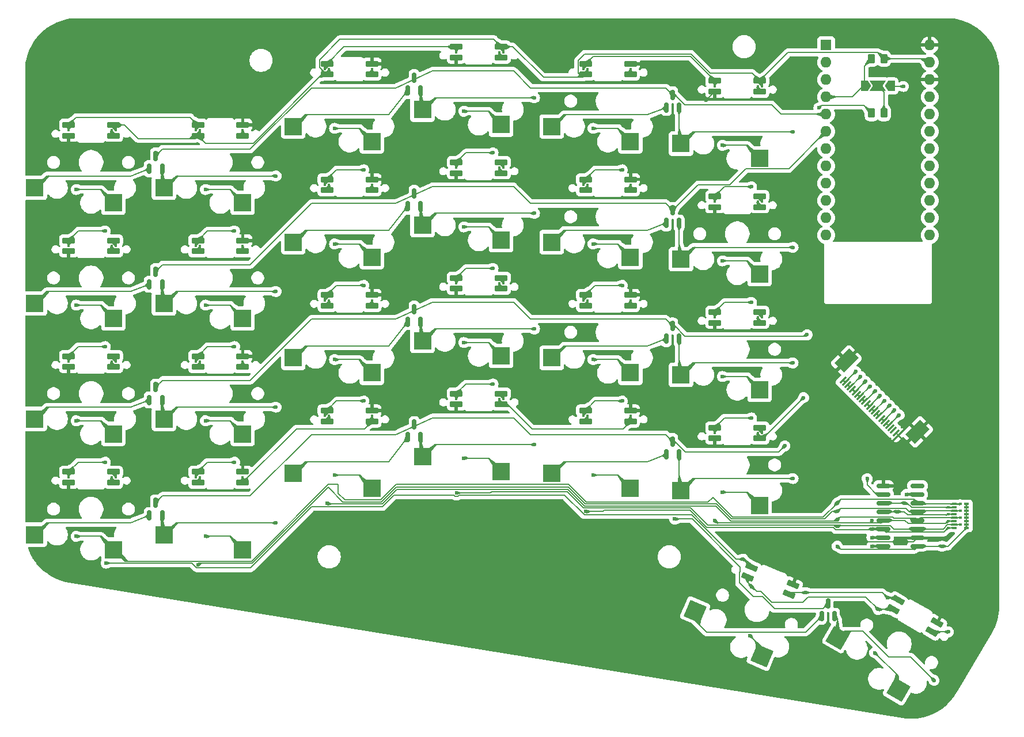
<source format=gbr>
%TF.GenerationSoftware,KiCad,Pcbnew,8.0.8-8.0.8-0~ubuntu22.04.1*%
%TF.CreationDate,2025-02-16T14:39:09-06:00*%
%TF.ProjectId,choc_v1_socket_reversible,63686f63-5f76-4315-9f73-6f636b65745f,rev?*%
%TF.SameCoordinates,Original*%
%TF.FileFunction,Copper,L2,Bot*%
%TF.FilePolarity,Positive*%
%FSLAX46Y46*%
G04 Gerber Fmt 4.6, Leading zero omitted, Abs format (unit mm)*
G04 Created by KiCad (PCBNEW 8.0.8-8.0.8-0~ubuntu22.04.1) date 2025-02-16 14:39:09*
%MOMM*%
%LPD*%
G01*
G04 APERTURE LIST*
G04 Aperture macros list*
%AMRoundRect*
0 Rectangle with rounded corners*
0 $1 Rounding radius*
0 $2 $3 $4 $5 $6 $7 $8 $9 X,Y pos of 4 corners*
0 Add a 4 corners polygon primitive as box body*
4,1,4,$2,$3,$4,$5,$6,$7,$8,$9,$2,$3,0*
0 Add four circle primitives for the rounded corners*
1,1,$1+$1,$2,$3*
1,1,$1+$1,$4,$5*
1,1,$1+$1,$6,$7*
1,1,$1+$1,$8,$9*
0 Add four rect primitives between the rounded corners*
20,1,$1+$1,$2,$3,$4,$5,0*
20,1,$1+$1,$4,$5,$6,$7,0*
20,1,$1+$1,$6,$7,$8,$9,0*
20,1,$1+$1,$8,$9,$2,$3,0*%
%AMRotRect*
0 Rectangle, with rotation*
0 The origin of the aperture is its center*
0 $1 length*
0 $2 width*
0 $3 Rotation angle, in degrees counterclockwise*
0 Add horizontal line*
21,1,$1,$2,0,0,$3*%
%AMFreePoly0*
4,1,6,1.000000,0.000000,0.500000,-0.750000,-0.500000,-0.750000,-0.500000,0.750000,0.500000,0.750000,1.000000,0.000000,1.000000,0.000000,$1*%
%AMFreePoly1*
4,1,7,0.700000,0.000000,1.200000,-0.750000,-1.200000,-0.750000,-0.700000,0.000000,-1.200000,0.750000,1.200000,0.750000,0.700000,0.000000,0.700000,0.000000,$1*%
G04 Aperture macros list end*
%TA.AperFunction,SMDPad,CuDef*%
%ADD10R,2.600000X2.600000*%
%TD*%
%TA.AperFunction,ComponentPad*%
%ADD11RoundRect,0.150000X0.150000X-0.587500X0.150000X0.587500X-0.150000X0.587500X-0.150000X-0.587500X0*%
%TD*%
%TA.AperFunction,SMDPad,CuDef*%
%ADD12RoundRect,0.082000X0.818000X0.328000X-0.818000X0.328000X-0.818000X-0.328000X0.818000X-0.328000X0*%
%TD*%
%TA.AperFunction,SMDPad,CuDef*%
%ADD13RoundRect,0.082000X-0.872409X0.124944X0.544409X-0.693056X0.872409X-0.124944X-0.544409X0.693056X0*%
%TD*%
%TA.AperFunction,SMDPad,CuDef*%
%ADD14RoundRect,0.082000X-0.818000X-0.328000X0.818000X-0.328000X0.818000X0.328000X-0.818000X0.328000X0*%
%TD*%
%TA.AperFunction,SMDPad,CuDef*%
%ADD15RoundRect,0.082000X-0.881133X0.017692X0.624813X-0.621544X0.881133X-0.017692X-0.624813X0.621544X0*%
%TD*%
%TA.AperFunction,SMDPad,CuDef*%
%ADD16RotRect,2.600000X2.600000X337.000000*%
%TD*%
%TA.AperFunction,ComponentPad*%
%ADD17R,1.600000X1.600000*%
%TD*%
%TA.AperFunction,ComponentPad*%
%ADD18O,1.600000X1.600000*%
%TD*%
%TA.AperFunction,SMDPad,CuDef*%
%ADD19RotRect,2.600000X2.600000X330.000000*%
%TD*%
%TA.AperFunction,SMDPad,CuDef*%
%ADD20RotRect,0.300000X1.300000X315.000000*%
%TD*%
%TA.AperFunction,SMDPad,CuDef*%
%ADD21RotRect,2.000000X3.000000X315.000000*%
%TD*%
%TA.AperFunction,SMDPad,CuDef*%
%ADD22RoundRect,0.150000X-0.850000X-0.150000X0.850000X-0.150000X0.850000X0.150000X-0.850000X0.150000X0*%
%TD*%
%TA.AperFunction,SMDPad,CuDef*%
%ADD23FreePoly0,0.000000*%
%TD*%
%TA.AperFunction,SMDPad,CuDef*%
%ADD24FreePoly1,0.000000*%
%TD*%
%TA.AperFunction,SMDPad,CuDef*%
%ADD25FreePoly0,180.000000*%
%TD*%
%TA.AperFunction,SMDPad,CuDef*%
%ADD26RoundRect,0.250000X0.262500X0.450000X-0.262500X0.450000X-0.262500X-0.450000X0.262500X-0.450000X0*%
%TD*%
%TA.AperFunction,SMDPad,CuDef*%
%ADD27R,0.800000X0.300000*%
%TD*%
%TA.AperFunction,SMDPad,CuDef*%
%ADD28RoundRect,0.250000X-0.262500X-0.450000X0.262500X-0.450000X0.262500X0.450000X-0.262500X0.450000X0*%
%TD*%
%TA.AperFunction,ViaPad*%
%ADD29C,0.600000*%
%TD*%
%TA.AperFunction,ViaPad*%
%ADD30C,0.400000*%
%TD*%
%TA.AperFunction,Conductor*%
%ADD31C,0.200000*%
%TD*%
G04 APERTURE END LIST*
D10*
%TO.P,SW13,1,1*%
%TO.N,COL3*%
X120275000Y-71450000D03*
%TO.P,SW13,2,2*%
%TO.N,Net-(D1213-A-Pad2)*%
X108725000Y-69250000D03*
%TD*%
D11*
%TO.P,D3031,1,A*%
%TO.N,Net-(D3031-A-Pad1)*%
X68550000Y-111937500D03*
%TO.P,D3031,2,A*%
%TO.N,Net-(D3031-A-Pad2)*%
X70450000Y-111937500D03*
%TO.P,D3031,3,K*%
%TO.N,ROW3*%
X69500000Y-110062500D03*
%TD*%
%TO.P,D1415,1,A*%
%TO.N,Net-(D1415-A-Pad1)*%
X144550000Y-68937500D03*
%TO.P,D1415,2,A*%
%TO.N,Net-(D1415-A-Pad2)*%
X146450000Y-68937500D03*
%TO.P,D1415,3,K*%
%TO.N,ROW1*%
X145500000Y-67062500D03*
%TD*%
D12*
%TO.P,LED30,1,DOUT*%
%TO.N,Net-(LED20-DIN)*%
X56700000Y-105510000D03*
%TO.P,LED30,2,VSS*%
%TO.N,GND*%
X56700000Y-107090000D03*
%TO.P,LED30,3,DIN*%
%TO.N,Net-(LED30-DIN)*%
X63300000Y-107090000D03*
%TO.P,LED30,4,VDD*%
%TO.N,+5V*%
X63300000Y-105510000D03*
%TD*%
D10*
%TO.P,SW32,1,1*%
%TO.N,COL2*%
X101275000Y-107950000D03*
%TO.P,SW32,2,2*%
%TO.N,Net-(D3233-A-Pad1)*%
X89725000Y-105750000D03*
%TD*%
D11*
%TO.P,D0203,1,A*%
%TO.N,Net-(D0203-A-Pad1)*%
X106550000Y-49437500D03*
%TO.P,D0203,2,A*%
%TO.N,Net-(D0203-A-Pad2)*%
X108450000Y-49437500D03*
%TO.P,D0203,3,K*%
%TO.N,ROW0*%
X107500000Y-47562500D03*
%TD*%
%TO.P,D2425,1,A*%
%TO.N,Net-(D2425-A-Pad1)*%
X144550000Y-85937500D03*
%TO.P,D2425,2,A*%
%TO.N,Net-(D2425-A-Pad2)*%
X146450000Y-85937500D03*
%TO.P,D2425,3,K*%
%TO.N,ROW2*%
X145500000Y-84062500D03*
%TD*%
D13*
%TO.P,LED37,1,DOUT*%
%TO.N,Net-(JP2-A)*%
X183612884Y-129050481D03*
%TO.P,LED37,2,VSS*%
%TO.N,GND*%
X184402884Y-127682161D03*
%TO.P,LED37,3,DIN*%
%TO.N,Net-(LED36-DOUT)*%
X178687116Y-124382161D03*
%TO.P,LED37,4,VDD*%
%TO.N,+5V*%
X177897116Y-125750481D03*
%TD*%
D10*
%TO.P,SW33,1,1*%
%TO.N,COL3*%
X120275000Y-105450000D03*
%TO.P,SW33,2,2*%
%TO.N,Net-(D3233-A-Pad2)*%
X108725000Y-103250000D03*
%TD*%
D14*
%TO.P,LED21,1,DOUT*%
%TO.N,Net-(LED21-DOUT)*%
X82300000Y-90090000D03*
%TO.P,LED21,2,VSS*%
%TO.N,GND*%
X82300000Y-88510000D03*
%TO.P,LED21,3,DIN*%
%TO.N,Net-(LED11-DOUT)*%
X75700000Y-88510000D03*
%TO.P,LED21,4,VDD*%
%TO.N,+5V*%
X75700000Y-90090000D03*
%TD*%
D10*
%TO.P,SW01,1,1*%
%TO.N,COL1*%
X82275000Y-65950000D03*
%TO.P,SW01,2,2*%
%TO.N,Net-(D0001-A-Pad2)*%
X70725000Y-63750000D03*
%TD*%
D14*
%TO.P,LED31,1,DOUT*%
%TO.N,Net-(LED31-DOUT)*%
X82300000Y-107090000D03*
%TO.P,LED31,2,VSS*%
%TO.N,GND*%
X82300000Y-105510000D03*
%TO.P,LED31,3,DIN*%
%TO.N,Net-(LED21-DOUT)*%
X75700000Y-105510000D03*
%TO.P,LED31,4,VDD*%
%TO.N,+5V*%
X75700000Y-107090000D03*
%TD*%
%TO.P,LED14,1,DOUT*%
%TO.N,Net-(LED14-DOUT)*%
X139300000Y-64090000D03*
%TO.P,LED14,2,VSS*%
%TO.N,GND*%
X139300000Y-62510000D03*
%TO.P,LED14,3,DIN*%
%TO.N,Net-(LED04-DOUT)*%
X132700000Y-62510000D03*
%TO.P,LED14,4,VDD*%
%TO.N,+5V*%
X132700000Y-64090000D03*
%TD*%
%TO.P,LED11,1,DOUT*%
%TO.N,Net-(LED11-DOUT)*%
X82300000Y-73090000D03*
%TO.P,LED11,2,VSS*%
%TO.N,GND*%
X82300000Y-71510000D03*
%TO.P,LED11,3,DIN*%
%TO.N,Net-(LED01-DOUT)*%
X75700000Y-71510000D03*
%TO.P,LED11,4,VDD*%
%TO.N,+5V*%
X75700000Y-73090000D03*
%TD*%
D10*
%TO.P,SW35,1,1*%
%TO.N,COL5*%
X158275000Y-110450000D03*
%TO.P,SW35,2,2*%
%TO.N,Net-(D3435-A-Pad2)*%
X146725000Y-108250000D03*
%TD*%
%TO.P,SW23,1,1*%
%TO.N,COL3*%
X120275000Y-88450000D03*
%TO.P,SW23,2,2*%
%TO.N,Net-(D2223-A-Pad2)*%
X108725000Y-86250000D03*
%TD*%
%TO.P,SW14,1,1*%
%TO.N,COL4*%
X139275000Y-73950000D03*
%TO.P,SW14,2,2*%
%TO.N,Net-(D1415-A-Pad1)*%
X127725000Y-71750000D03*
%TD*%
D12*
%TO.P,LED33,1,DOUT*%
%TO.N,Net-(LED23-DIN)*%
X113700000Y-94010000D03*
%TO.P,LED33,2,VSS*%
%TO.N,GND*%
X113700000Y-95590000D03*
%TO.P,LED33,3,DIN*%
%TO.N,Net-(LED33-DIN)*%
X120300000Y-95590000D03*
%TO.P,LED33,4,VDD*%
%TO.N,+5V*%
X120300000Y-94010000D03*
%TD*%
D10*
%TO.P,SW30,1,1*%
%TO.N,COL0*%
X63275000Y-116950000D03*
%TO.P,SW30,2,2*%
%TO.N,Net-(D3031-A-Pad1)*%
X51725000Y-114750000D03*
%TD*%
%TO.P,SW20,1,1*%
%TO.N,COL0*%
X63275000Y-99950000D03*
%TO.P,SW20,2,2*%
%TO.N,Net-(D2021-A-Pad1)*%
X51725000Y-97750000D03*
%TD*%
D11*
%TO.P,D1011,1,A*%
%TO.N,Net-(D1011-A-Pad1)*%
X68550000Y-77937500D03*
%TO.P,D1011,2,A*%
%TO.N,Net-(D1011-A-Pad2)*%
X70450000Y-77937500D03*
%TO.P,D1011,3,K*%
%TO.N,ROW1*%
X69500000Y-76062500D03*
%TD*%
D10*
%TO.P,SW31,1,1*%
%TO.N,COL1*%
X82275000Y-116950000D03*
%TO.P,SW31,2,2*%
%TO.N,Net-(D3031-A-Pad2)*%
X70725000Y-114750000D03*
%TD*%
%TO.P,SW02,1,1*%
%TO.N,COL2*%
X101275000Y-56950000D03*
%TO.P,SW02,2,2*%
%TO.N,Net-(D0203-A-Pad1)*%
X89725000Y-54750000D03*
%TD*%
D12*
%TO.P,LED13,1,DOUT*%
%TO.N,Net-(LED03-DIN)*%
X113700000Y-60010000D03*
%TO.P,LED13,2,VSS*%
%TO.N,GND*%
X113700000Y-61590000D03*
%TO.P,LED13,3,DIN*%
%TO.N,Net-(LED13-DIN)*%
X120300000Y-61590000D03*
%TO.P,LED13,4,VDD*%
%TO.N,+5V*%
X120300000Y-60010000D03*
%TD*%
D11*
%TO.P,D2223,1,A*%
%TO.N,Net-(D2223-A-Pad1)*%
X106550000Y-83437500D03*
%TO.P,D2223,2,A*%
%TO.N,Net-(D2223-A-Pad2)*%
X108450000Y-83437500D03*
%TO.P,D2223,3,K*%
%TO.N,ROW2*%
X107500000Y-81562500D03*
%TD*%
D10*
%TO.P,SW25,1,1*%
%TO.N,COL5*%
X158275000Y-93450000D03*
%TO.P,SW25,2,2*%
%TO.N,Net-(D2425-A-Pad2)*%
X146725000Y-91250000D03*
%TD*%
D11*
%TO.P,D3435,1,A*%
%TO.N,Net-(D3435-A-Pad1)*%
X144550000Y-102937500D03*
%TO.P,D3435,2,A*%
%TO.N,Net-(D3435-A-Pad2)*%
X146450000Y-102937500D03*
%TO.P,D3435,3,K*%
%TO.N,ROW3*%
X145500000Y-101062500D03*
%TD*%
D10*
%TO.P,SW10,1,1*%
%TO.N,COL0*%
X63275000Y-82950000D03*
%TO.P,SW10,2,2*%
%TO.N,Net-(D1011-A-Pad1)*%
X51725000Y-80750000D03*
%TD*%
%TO.P,SW11,1,1*%
%TO.N,COL1*%
X82275000Y-82950000D03*
%TO.P,SW11,2,2*%
%TO.N,Net-(D1011-A-Pad2)*%
X70725000Y-80750000D03*
%TD*%
%TO.P,SW12,1,1*%
%TO.N,COL2*%
X101275000Y-73950000D03*
%TO.P,SW12,2,2*%
%TO.N,Net-(D1213-A-Pad1)*%
X89725000Y-71750000D03*
%TD*%
D14*
%TO.P,LED22,1,DOUT*%
%TO.N,Net-(LED22-DOUT)*%
X101300000Y-81090000D03*
%TO.P,LED22,2,VSS*%
%TO.N,GND*%
X101300000Y-79510000D03*
%TO.P,LED22,3,DIN*%
%TO.N,Net-(LED12-DOUT)*%
X94700000Y-79510000D03*
%TO.P,LED22,4,VDD*%
%TO.N,+5V*%
X94700000Y-81090000D03*
%TD*%
D12*
%TO.P,LED03,1,DOUT*%
%TO.N,Net-(LED02-DIN)*%
X113700000Y-43010000D03*
%TO.P,LED03,2,VSS*%
%TO.N,GND*%
X113700000Y-44590000D03*
%TO.P,LED03,3,DIN*%
%TO.N,Net-(LED03-DIN)*%
X120300000Y-44590000D03*
%TO.P,LED03,4,VDD*%
%TO.N,+5V*%
X120300000Y-43010000D03*
%TD*%
D10*
%TO.P,SW00,1,1*%
%TO.N,COL0*%
X63275000Y-65950000D03*
%TO.P,SW00,2,2*%
%TO.N,Net-(D0001-A-Pad1)*%
X51725000Y-63750000D03*
%TD*%
D12*
%TO.P,LED35,1,DOUT*%
%TO.N,Net-(LED25-DIN)*%
X151700000Y-99010000D03*
%TO.P,LED35,2,VSS*%
%TO.N,GND*%
X151700000Y-100590000D03*
%TO.P,LED35,3,DIN*%
%TO.N,Net-(LED35-DIN)*%
X158300000Y-100590000D03*
%TO.P,LED35,4,VDD*%
%TO.N,+5V*%
X158300000Y-99010000D03*
%TD*%
%TO.P,LED25,1,DOUT*%
%TO.N,Net-(LED15-DIN)*%
X151700000Y-82010000D03*
%TO.P,LED25,2,VSS*%
%TO.N,GND*%
X151700000Y-83590000D03*
%TO.P,LED25,3,DIN*%
%TO.N,Net-(LED25-DIN)*%
X158300000Y-83590000D03*
%TO.P,LED25,4,VDD*%
%TO.N,+5V*%
X158300000Y-82010000D03*
%TD*%
%TO.P,LED20,1,DOUT*%
%TO.N,Net-(LED10-DIN)*%
X56700000Y-88510000D03*
%TO.P,LED20,2,VSS*%
%TO.N,GND*%
X56700000Y-90090000D03*
%TO.P,LED20,3,DIN*%
%TO.N,Net-(LED20-DIN)*%
X63300000Y-90090000D03*
%TO.P,LED20,4,VDD*%
%TO.N,+5V*%
X63300000Y-88510000D03*
%TD*%
D11*
%TO.P,D3233,1,A*%
%TO.N,Net-(D3233-A-Pad1)*%
X106550000Y-100437500D03*
%TO.P,D3233,2,A*%
%TO.N,Net-(D3233-A-Pad2)*%
X108450000Y-100437500D03*
%TO.P,D3233,3,K*%
%TO.N,ROW3*%
X107500000Y-98562500D03*
%TD*%
D10*
%TO.P,SW15,1,1*%
%TO.N,COL5*%
X158275000Y-76450000D03*
%TO.P,SW15,2,2*%
%TO.N,Net-(D1415-A-Pad2)*%
X146725000Y-74250000D03*
%TD*%
%TO.P,SW34,1,1*%
%TO.N,COL4*%
X139275000Y-107950000D03*
%TO.P,SW34,2,2*%
%TO.N,Net-(D3435-A-Pad1)*%
X127725000Y-105750000D03*
%TD*%
D14*
%TO.P,LED34,1,DOUT*%
%TO.N,Net-(LED33-DIN)*%
X139300000Y-98090000D03*
%TO.P,LED34,2,VSS*%
%TO.N,GND*%
X139300000Y-96510000D03*
%TO.P,LED34,3,DIN*%
%TO.N,Net-(LED24-DOUT)*%
X132700000Y-96510000D03*
%TO.P,LED34,4,VDD*%
%TO.N,+5V*%
X132700000Y-98090000D03*
%TD*%
D15*
%TO.P,LED36,1,DOUT*%
%TO.N,Net-(LED36-DOUT)*%
X162578988Y-123526212D03*
%TO.P,LED36,2,VSS*%
%TO.N,GND*%
X163196344Y-122071814D03*
%TO.P,LED36,3,DIN*%
%TO.N,Net-(LED30-DIN)*%
X157121012Y-119492988D03*
%TO.P,LED36,4,VDD*%
%TO.N,+5V*%
X156503656Y-120947386D03*
%TD*%
D10*
%TO.P,SW04,1,1*%
%TO.N,COL4*%
X139275000Y-56950000D03*
%TO.P,SW04,2,2*%
%TO.N,Net-(D0405-A-Pad1)*%
X127725000Y-54750000D03*
%TD*%
D14*
%TO.P,LED02,1,DOUT*%
%TO.N,Net-(LED02-DOUT)*%
X101300000Y-47090000D03*
%TO.P,LED02,2,VSS*%
%TO.N,GND*%
X101300000Y-45510000D03*
%TO.P,LED02,3,DIN*%
%TO.N,Net-(LED02-DIN)*%
X94700000Y-45510000D03*
%TO.P,LED02,4,VDD*%
%TO.N,+5V*%
X94700000Y-47090000D03*
%TD*%
D11*
%TO.P,D1213,1,A*%
%TO.N,Net-(D1213-A-Pad1)*%
X106550000Y-66437500D03*
%TO.P,D1213,2,A*%
%TO.N,Net-(D1213-A-Pad2)*%
X108450000Y-66437500D03*
%TO.P,D1213,3,K*%
%TO.N,ROW1*%
X107500000Y-64562500D03*
%TD*%
D14*
%TO.P,LED01,1,DOUT*%
%TO.N,Net-(LED01-DOUT)*%
X82300000Y-56090000D03*
%TO.P,LED01,2,VSS*%
%TO.N,GND*%
X82300000Y-54510000D03*
%TO.P,LED01,3,DIN*%
%TO.N,Net-(LED00-DOUT)*%
X75700000Y-54510000D03*
%TO.P,LED01,4,VDD*%
%TO.N,+5V*%
X75700000Y-56090000D03*
%TD*%
D12*
%TO.P,LED05,1,DOUT*%
%TO.N,Net-(LED04-DIN)*%
X151700000Y-48010000D03*
%TO.P,LED05,2,VSS*%
%TO.N,GND*%
X151700000Y-49590000D03*
%TO.P,LED05,3,DIN*%
%TO.N,Net-(LED05-DIN)*%
X158300000Y-49590000D03*
%TO.P,LED05,4,VDD*%
%TO.N,+5V*%
X158300000Y-48010000D03*
%TD*%
D11*
%TO.P,D0001,1,A*%
%TO.N,Net-(D0001-A-Pad1)*%
X68550000Y-60937500D03*
%TO.P,D0001,2,A*%
%TO.N,Net-(D0001-A-Pad2)*%
X70450000Y-60937500D03*
%TO.P,D0001,3,K*%
%TO.N,ROW0*%
X69500000Y-59062500D03*
%TD*%
D12*
%TO.P,LED00,1,DOUT*%
%TO.N,Net-(LED00-DOUT)*%
X56700000Y-54510000D03*
%TO.P,LED00,2,VSS*%
%TO.N,GND*%
X56700000Y-56090000D03*
%TO.P,LED00,3,DIN*%
%TO.N,Net-(LED00-DIN)*%
X63300000Y-56090000D03*
%TO.P,LED00,4,VDD*%
%TO.N,+5V*%
X63300000Y-54510000D03*
%TD*%
%TO.P,LED23,1,DOUT*%
%TO.N,Net-(LED13-DIN)*%
X113700000Y-77010000D03*
%TO.P,LED23,2,VSS*%
%TO.N,GND*%
X113700000Y-78590000D03*
%TO.P,LED23,3,DIN*%
%TO.N,Net-(LED23-DIN)*%
X120300000Y-78590000D03*
%TO.P,LED23,4,VDD*%
%TO.N,+5V*%
X120300000Y-77010000D03*
%TD*%
D10*
%TO.P,SW22,1,1*%
%TO.N,COL2*%
X101275000Y-90950000D03*
%TO.P,SW22,2,2*%
%TO.N,Net-(D2223-A-Pad1)*%
X89725000Y-88750000D03*
%TD*%
D14*
%TO.P,LED24,1,DOUT*%
%TO.N,Net-(LED24-DOUT)*%
X139300000Y-81090000D03*
%TO.P,LED24,2,VSS*%
%TO.N,GND*%
X139300000Y-79510000D03*
%TO.P,LED24,3,DIN*%
%TO.N,Net-(LED14-DOUT)*%
X132700000Y-79510000D03*
%TO.P,LED24,4,VDD*%
%TO.N,+5V*%
X132700000Y-81090000D03*
%TD*%
%TO.P,LED04,1,DOUT*%
%TO.N,Net-(LED04-DOUT)*%
X139300000Y-47090000D03*
%TO.P,LED04,2,VSS*%
%TO.N,GND*%
X139300000Y-45510000D03*
%TO.P,LED04,3,DIN*%
%TO.N,Net-(LED04-DIN)*%
X132700000Y-45510000D03*
%TO.P,LED04,4,VDD*%
%TO.N,+5V*%
X132700000Y-47090000D03*
%TD*%
D10*
%TO.P,SW05,1,1*%
%TO.N,COL5*%
X158275000Y-59450000D03*
%TO.P,SW05,2,2*%
%TO.N,Net-(D0405-A-Pad2)*%
X146725000Y-57250000D03*
%TD*%
D12*
%TO.P,LED10,1,DOUT*%
%TO.N,Net-(LED00-DIN)*%
X56700000Y-71510000D03*
%TO.P,LED10,2,VSS*%
%TO.N,GND*%
X56700000Y-73090000D03*
%TO.P,LED10,3,DIN*%
%TO.N,Net-(LED10-DIN)*%
X63300000Y-73090000D03*
%TO.P,LED10,4,VDD*%
%TO.N,+5V*%
X63300000Y-71510000D03*
%TD*%
D14*
%TO.P,LED32,1,DOUT*%
%TO.N,Net-(LED31-DOUT)*%
X101300000Y-98090000D03*
%TO.P,LED32,2,VSS*%
%TO.N,GND*%
X101300000Y-96510000D03*
%TO.P,LED32,3,DIN*%
%TO.N,Net-(LED22-DOUT)*%
X94700000Y-96510000D03*
%TO.P,LED32,4,VDD*%
%TO.N,+5V*%
X94700000Y-98090000D03*
%TD*%
D16*
%TO.P,SW36,1,1*%
%TO.N,COL6*%
X158589803Y-132556648D03*
%TO.P,SW36,2,2*%
%TO.N,Net-(D3637-A-Pad1)*%
X148817581Y-126018593D03*
%TD*%
D14*
%TO.P,LED12,1,DOUT*%
%TO.N,Net-(LED12-DOUT)*%
X101300000Y-64090000D03*
%TO.P,LED12,2,VSS*%
%TO.N,GND*%
X101300000Y-62510000D03*
%TO.P,LED12,3,DIN*%
%TO.N,Net-(LED02-DOUT)*%
X94700000Y-62510000D03*
%TO.P,LED12,4,VDD*%
%TO.N,+5V*%
X94700000Y-64090000D03*
%TD*%
D12*
%TO.P,LED15,1,DOUT*%
%TO.N,Net-(LED05-DIN)*%
X151700000Y-65010000D03*
%TO.P,LED15,2,VSS*%
%TO.N,GND*%
X151700000Y-66590000D03*
%TO.P,LED15,3,DIN*%
%TO.N,Net-(LED15-DIN)*%
X158300000Y-66590000D03*
%TO.P,LED15,4,VDD*%
%TO.N,+5V*%
X158300000Y-65010000D03*
%TD*%
D10*
%TO.P,SW24,1,1*%
%TO.N,COL4*%
X139275000Y-90950000D03*
%TO.P,SW24,2,2*%
%TO.N,Net-(D2425-A-Pad1)*%
X127725000Y-88750000D03*
%TD*%
%TO.P,SW21,1,1*%
%TO.N,COL1*%
X82275000Y-99950000D03*
%TO.P,SW21,2,2*%
%TO.N,Net-(D2021-A-Pad2)*%
X70725000Y-97750000D03*
%TD*%
D17*
%TO.P,U1,1,A8*%
%TO.N,unconnected-(U1-A8-Pad1)*%
X168060000Y-42760000D03*
D18*
%TO.P,U1,2,A9*%
%TO.N,unconnected-(U1-A9-Pad2)*%
X168060000Y-45300000D03*
%TO.P,U1,3,B15*%
%TO.N,unconnected-(U1-B15-Pad3)*%
X168060000Y-47840000D03*
%TO.P,U1,4,B14*%
%TO.N,FT*%
X168060000Y-50380000D03*
%TO.P,U1,5,B13*%
%TO.N,ROW0*%
X168060000Y-52920000D03*
%TO.P,U1,6,B12*%
%TO.N,ROW1*%
X168060000Y-55460000D03*
%TO.P,U1,7,B11*%
%TO.N,unconnected-(U1-B11-Pad7)*%
X168060000Y-58000000D03*
%TO.P,U1,8,B10*%
%TO.N,unconnected-(U1-B10-Pad8)*%
X168060000Y-60540000D03*
%TO.P,U1,9,B7*%
%TO.N,ROW2*%
X168060000Y-63080000D03*
%TO.P,U1,10,B4*%
%TO.N,ROW3*%
X168060000Y-65620000D03*
%TO.P,U1,11,B23*%
%TO.N,unconnected-(U1-B23-Pad11)*%
X168060000Y-68160000D03*
%TO.P,U1,12,B22*%
%TO.N,unconnected-(U1-B22-Pad12)*%
X168060000Y-70700000D03*
%TO.P,U1,13,A4*%
%TO.N,unconnected-(U1-A4-Pad13)*%
X183300000Y-70700000D03*
%TO.P,U1,14,A5*%
%TO.N,unconnected-(U1-A5-Pad14)*%
X183300000Y-68160000D03*
%TO.P,U1,15,A15*%
%TO.N,MISO*%
X183300000Y-65620000D03*
%TO.P,U1,16,A14*%
%TO.N,unconnected-(U1-A14-Pad16)*%
X183300000Y-63080000D03*
%TO.P,U1,17,A13*%
%TO.N,SCK0*%
X183300000Y-60540000D03*
%TO.P,U1,18,A12*%
%TO.N,SCS*%
X183300000Y-58000000D03*
%TO.P,U1,19,A11*%
%TO.N,unconnected-(U1-A11-Pad19)*%
X183300000Y-55460000D03*
%TO.P,U1,20,A10*%
%TO.N,unconnected-(U1-A10-Pad20)*%
X183300000Y-52920000D03*
%TO.P,U1,21,3V3*%
%TO.N,+3V3*%
X183300000Y-50380000D03*
%TO.P,U1,22,G*%
%TO.N,GND*%
X183300000Y-47840000D03*
%TO.P,U1,23,5V*%
%TO.N,+5V*%
X183300000Y-45300000D03*
%TO.P,U1,24,G*%
%TO.N,GND*%
X183300000Y-42760000D03*
%TD*%
D11*
%TO.P,D3637,1,A*%
%TO.N,Net-(D3637-A-Pad1)*%
X167400000Y-126737500D03*
%TO.P,D3637,2,A*%
%TO.N,Net-(D3637-A-Pad2)*%
X169300000Y-126737500D03*
%TO.P,D3637,3,K*%
%TO.N,ROW3*%
X168350000Y-124862500D03*
%TD*%
D19*
%TO.P,SW37,1,1*%
%TO.N,COL7*%
X178661233Y-137590351D03*
%TO.P,SW37,2,2*%
%TO.N,Net-(D3637-A-Pad2)*%
X169758640Y-129910095D03*
%TD*%
D11*
%TO.P,D2021,1,A*%
%TO.N,Net-(D2021-A-Pad1)*%
X68550000Y-94937500D03*
%TO.P,D2021,2,A*%
%TO.N,Net-(D2021-A-Pad2)*%
X70450000Y-94937500D03*
%TO.P,D2021,3,K*%
%TO.N,ROW2*%
X69500000Y-93062500D03*
%TD*%
%TO.P,D0405,1,A*%
%TO.N,Net-(D0405-A-Pad1)*%
X144550000Y-51937500D03*
%TO.P,D0405,2,A*%
%TO.N,Net-(D0405-A-Pad2)*%
X146450000Y-51937500D03*
%TO.P,D0405,3,K*%
%TO.N,ROW0*%
X145500000Y-50062500D03*
%TD*%
D10*
%TO.P,SW03,1,1*%
%TO.N,COL3*%
X120275000Y-54450000D03*
%TO.P,SW03,2,2*%
%TO.N,Net-(D0203-A-Pad2)*%
X108725000Y-52250000D03*
%TD*%
D20*
%TO.P,J_LEFT1,1,Pin_1*%
%TO.N,ROW3*%
X170545025Y-91988427D03*
%TO.P,J_LEFT1,2,Pin_2*%
X170898579Y-92341980D03*
%TO.P,J_LEFT1,3,Pin_3*%
%TO.N,ROW2*%
X171252132Y-92695534D03*
%TO.P,J_LEFT1,4,Pin_4*%
X171605685Y-93049087D03*
%TO.P,J_LEFT1,5,Pin_5*%
%TO.N,SCK0*%
X171959239Y-93402640D03*
%TO.P,J_LEFT1,6,Pin_6*%
X172312792Y-93756194D03*
%TO.P,J_LEFT1,7,Pin_7*%
%TO.N,SCS*%
X172666346Y-94109747D03*
%TO.P,J_LEFT1,8,Pin_8*%
X173019899Y-94463301D03*
%TO.P,J_LEFT1,9,Pin_9*%
%TO.N,DS*%
X173373452Y-94816854D03*
%TO.P,J_LEFT1,10,Pin_10*%
X173727006Y-95170407D03*
%TO.P,J_LEFT1,11,Pin_11*%
%TO.N,ROW1*%
X174080559Y-95523961D03*
%TO.P,J_LEFT1,12,Pin_12*%
X174434112Y-95877514D03*
%TO.P,J_LEFT1,13,Pin_13*%
%TO.N,ROW0*%
X174787666Y-96231068D03*
%TO.P,J_LEFT1,14,Pin_14*%
X175141219Y-96584621D03*
%TO.P,J_LEFT1,15,Pin_15*%
%TO.N,+3V3*%
X175494773Y-96938174D03*
%TO.P,J_LEFT1,16,Pin_16*%
X175848326Y-97291728D03*
%TO.P,J_LEFT1,17,Pin_17*%
%TO.N,LED_R*%
X176201879Y-97645281D03*
%TO.P,J_LEFT1,18,Pin_18*%
X176555433Y-97998834D03*
%TO.P,J_LEFT1,19,Pin_19*%
%TO.N,+5V*%
X176908986Y-98352388D03*
%TO.P,J_LEFT1,20,Pin_20*%
X177262540Y-98705941D03*
%TO.P,J_LEFT1,21,Pin_21*%
%TO.N,unconnected-(J_LEFT1-Pin_21-Pad21)*%
X177616093Y-99059495D03*
%TO.P,J_LEFT1,22,Pin_22*%
%TO.N,unconnected-(J_LEFT1-Pin_22-Pad22)*%
X177969646Y-99413048D03*
%TO.P,J_LEFT1,23,Pin_23*%
%TO.N,GND*%
X178323200Y-99766601D03*
%TO.P,J_LEFT1,24,Pin_24*%
X178676753Y-100120155D03*
D21*
%TO.P,J_LEFT1,MP,MountPin*%
X171040000Y-89160000D03*
X181505180Y-99625180D03*
%TD*%
D22*
%TO.P,SR_LEFT1,1,~{PL}*%
%TO.N,SCS*%
X176500000Y-116445000D03*
%TO.P,SR_LEFT1,2,CP*%
%TO.N,SCK0*%
X176500000Y-115175000D03*
%TO.P,SR_LEFT1,3,D4*%
%TO.N,COL4*%
X176500000Y-113905000D03*
%TO.P,SR_LEFT1,4,D5*%
%TO.N,COL5*%
X176500000Y-112635000D03*
%TO.P,SR_LEFT1,5,D6*%
%TO.N,COL6*%
X176500000Y-111365000D03*
%TO.P,SR_LEFT1,6,D7*%
%TO.N,COL7*%
X176500000Y-110095000D03*
%TO.P,SR_LEFT1,7,~{Q7}*%
%TO.N,MISO*%
X176500000Y-108825000D03*
%TO.P,SR_LEFT1,8,GND*%
%TO.N,GND*%
X176500000Y-107555000D03*
%TO.P,SR_LEFT1,9,Q7*%
%TO.N,unconnected-(SR_LEFT1-Q7-Pad9)*%
X181500000Y-107555000D03*
%TO.P,SR_LEFT1,10,DS*%
%TO.N,DS*%
X181500000Y-108825000D03*
%TO.P,SR_LEFT1,11,D0*%
%TO.N,COL0*%
X181500000Y-110095000D03*
%TO.P,SR_LEFT1,12,D1*%
%TO.N,COL1*%
X181500000Y-111365000D03*
%TO.P,SR_LEFT1,13,D2*%
%TO.N,COL2*%
X181500000Y-112635000D03*
%TO.P,SR_LEFT1,14,D3*%
%TO.N,COL3*%
X181500000Y-113905000D03*
%TO.P,SR_LEFT1,15,~{CE}*%
%TO.N,GND*%
X181500000Y-115175000D03*
%TO.P,SR_LEFT1,16,VCC*%
%TO.N,+3V3*%
X181500000Y-116445000D03*
%TD*%
D23*
%TO.P,JP1,1,A*%
%TO.N,FT*%
X173660000Y-48760000D03*
D24*
%TO.P,JP1,2,C*%
%TO.N,Net-(JP1-C)*%
X175660000Y-48760000D03*
D25*
%TO.P,JP1,3,B*%
%TO.N,LED_R*%
X177660000Y-48760000D03*
%TD*%
D26*
%TO.P,R1,1*%
%TO.N,+5V*%
X176572500Y-44760000D03*
%TO.P,R1,2*%
%TO.N,FT*%
X174747500Y-44760000D03*
%TD*%
D27*
%TO.P,RN_LEFT1,1,R1.1*%
%TO.N,COL4*%
X186900000Y-113750000D03*
%TO.P,RN_LEFT1,2,R2.1*%
%TO.N,COL3*%
X186900000Y-113250000D03*
%TO.P,RN_LEFT1,3,R3.1*%
%TO.N,COL5*%
X186900000Y-112750000D03*
%TO.P,RN_LEFT1,4,R4.1*%
%TO.N,COL2*%
X186900000Y-112250000D03*
%TO.P,RN_LEFT1,5,R5.1*%
%TO.N,COL6*%
X186900000Y-111750000D03*
%TO.P,RN_LEFT1,6,R6.1*%
%TO.N,COL1*%
X186900000Y-111250000D03*
%TO.P,RN_LEFT1,7,R7.1*%
%TO.N,COL7*%
X186900000Y-110750000D03*
%TO.P,RN_LEFT1,8,R8.1*%
%TO.N,COL0*%
X186900000Y-110250000D03*
%TO.P,RN_LEFT1,9,R8.2*%
%TO.N,+3V3*%
X188700000Y-110250000D03*
%TO.P,RN_LEFT1,10,R7.2*%
X188700000Y-110750000D03*
%TO.P,RN_LEFT1,11,R6.2*%
X188700000Y-111250000D03*
%TO.P,RN_LEFT1,12,R5.2*%
X188700000Y-111750000D03*
%TO.P,RN_LEFT1,13,R4.2*%
X188700000Y-112250000D03*
%TO.P,RN_LEFT1,14,R3.2*%
X188700000Y-112750000D03*
%TO.P,RN_LEFT1,15,R2.2*%
X188700000Y-113250000D03*
%TO.P,RN_LEFT1,16,R1.2*%
X188700000Y-113750000D03*
%TD*%
D28*
%TO.P,R2,1*%
%TO.N,Net-(LED35-DIN)*%
X174747500Y-52760000D03*
%TO.P,R2,2*%
%TO.N,Net-(JP1-C)*%
X176572500Y-52760000D03*
%TD*%
D29*
%TO.N,Net-(D0001-A-Pad2)*%
X87199999Y-62000000D03*
%TO.N,ROW0*%
X176680761Y-95026346D03*
%TO.N,Net-(D0203-A-Pad2)*%
X125199999Y-50500000D03*
%TO.N,Net-(D0405-A-Pad2)*%
X163199999Y-55500000D03*
%TO.N,ROW1*%
X175973654Y-94319239D03*
%TO.N,Net-(D1011-A-Pad2)*%
X87199999Y-79000000D03*
%TO.N,Net-(D1213-A-Pad2)*%
X125199999Y-67500000D03*
%TO.N,Net-(D1415-A-Pad2)*%
X163199999Y-72500000D03*
%TO.N,ROW2*%
X173145227Y-91490812D03*
X165275000Y-85350001D03*
%TO.N,Net-(D2021-A-Pad2)*%
X87199999Y-96000000D03*
%TO.N,Net-(D2223-A-Pad2)*%
X125199999Y-84500000D03*
%TO.N,Net-(D2425-A-Pad2)*%
X163199999Y-89500000D03*
%TO.N,Net-(D3031-A-Pad2)*%
X87199999Y-113000000D03*
%TO.N,ROW3*%
X162000000Y-101700000D03*
X145800000Y-112450000D03*
X172438120Y-90783705D03*
%TO.N,Net-(D3233-A-Pad2)*%
X125199999Y-101500000D03*
%TO.N,Net-(D3435-A-Pad2)*%
X163199999Y-106500000D03*
%TO.N,Net-(D3637-A-Pad2)*%
X183925000Y-136175000D03*
%TO.N,LED_R*%
X178094975Y-96440559D03*
X179450000Y-48850000D03*
%TO.N,Net-(JP2-A)*%
X186049519Y-129050481D03*
%TO.N,+3V3*%
X177387868Y-95733452D03*
X169700000Y-116445000D03*
X185100000Y-116445000D03*
%TO.N,GND*%
X111750000Y-45550000D03*
X149350000Y-99000000D03*
X173500000Y-115800000D03*
X84050000Y-68500000D03*
X150450000Y-50850000D03*
X176900000Y-105400000D03*
%TO.N,SCS*%
X174800000Y-116445000D03*
X174559441Y-92905025D03*
D30*
%TO.N,+5V*%
X76000000Y-106300000D03*
X120600000Y-43800000D03*
D29*
X175700000Y-125750000D03*
D30*
X76000000Y-89300000D03*
D29*
X157122197Y-122391179D03*
D30*
X158600000Y-48800000D03*
X95000000Y-97300000D03*
X133000000Y-80300000D03*
X76000000Y-55300000D03*
X76000000Y-72300000D03*
X63600000Y-55300000D03*
X133000000Y-46300000D03*
X63600000Y-72300000D03*
X95000000Y-46300000D03*
X133000000Y-63300000D03*
D29*
X178802082Y-97147666D03*
D30*
X63600000Y-106300000D03*
X158600000Y-99800000D03*
X133000000Y-97300000D03*
X63600000Y-89300000D03*
X95000000Y-63300000D03*
X120600000Y-60800000D03*
X158600000Y-82800000D03*
X95000000Y-80300000D03*
X158600000Y-65800000D03*
X120600000Y-94800000D03*
X120600000Y-77800000D03*
D29*
%TO.N,DS*%
X175266548Y-93612132D03*
X179850000Y-108825000D03*
%TO.N,SCK0*%
X174800000Y-115175000D03*
X173852334Y-92197918D03*
D30*
%TO.N,Net-(LED00-DOUT)*%
X56700000Y-55300000D03*
X75400000Y-55300000D03*
D29*
%TO.N,Net-(LED00-DIN)*%
X62100000Y-70100000D03*
D30*
X56700000Y-72300000D03*
X63000000Y-55300000D03*
D29*
%TO.N,Net-(LED01-DOUT)*%
X81100000Y-70100000D03*
D30*
X75400000Y-72300000D03*
X82300000Y-55300000D03*
%TO.N,Net-(LED02-DIN)*%
X113700000Y-43800000D03*
X94400000Y-46300000D03*
%TO.N,Net-(LED02-DOUT)*%
X101300000Y-46300000D03*
X94400000Y-63300000D03*
D29*
X100100000Y-61100000D03*
D30*
%TO.N,Net-(LED03-DIN)*%
X113700000Y-60800000D03*
X120000000Y-43800000D03*
D29*
X119100000Y-58600000D03*
%TO.N,Net-(LED04-DOUT)*%
X138100000Y-61100000D03*
D30*
X139300000Y-46300000D03*
X132400000Y-63300000D03*
%TO.N,Net-(LED04-DIN)*%
X132400000Y-46300000D03*
X151700000Y-48800000D03*
D29*
%TO.N,Net-(LED05-DIN)*%
X157100000Y-63600000D03*
D30*
X158000000Y-48800000D03*
X151700000Y-65800000D03*
%TO.N,Net-(LED10-DIN)*%
X56700000Y-89300000D03*
D29*
X62100000Y-87100000D03*
D30*
X63000000Y-72300000D03*
%TO.N,Net-(LED11-DOUT)*%
X75400000Y-89300000D03*
D29*
X81100000Y-87100000D03*
D30*
X82300000Y-72300000D03*
D29*
%TO.N,Net-(LED12-DOUT)*%
X100100000Y-78100000D03*
D30*
X101300000Y-63300000D03*
X94400000Y-80300000D03*
%TO.N,Net-(LED13-DIN)*%
X120000000Y-60800000D03*
D29*
X119100000Y-75600000D03*
D30*
X113700000Y-77800000D03*
%TO.N,Net-(LED14-DOUT)*%
X139300000Y-63300000D03*
X132400000Y-80300000D03*
D29*
X138100000Y-78100000D03*
%TO.N,Net-(LED15-DIN)*%
X157100000Y-80600000D03*
D30*
X151700000Y-82800000D03*
X158000000Y-65800000D03*
D29*
%TO.N,Net-(LED20-DIN)*%
X62100000Y-104100000D03*
D30*
X63000000Y-89300000D03*
X56700000Y-106300000D03*
%TO.N,Net-(LED21-DOUT)*%
X82300000Y-89300000D03*
D29*
X81100000Y-104100000D03*
D30*
X75400000Y-106300000D03*
%TO.N,Net-(LED22-DOUT)*%
X101300000Y-80300000D03*
X94400000Y-97300000D03*
D29*
X100100000Y-95100000D03*
D30*
%TO.N,Net-(LED23-DIN)*%
X120000000Y-77800000D03*
D29*
X119100000Y-92600000D03*
D30*
X113700000Y-94800000D03*
%TO.N,Net-(LED24-DOUT)*%
X132400000Y-97300000D03*
X139300000Y-80300000D03*
D29*
X138100000Y-95100000D03*
D30*
%TO.N,Net-(LED25-DIN)*%
X151700000Y-99800000D03*
X158000000Y-82800000D03*
D29*
X157100000Y-97600000D03*
D30*
%TO.N,Net-(LED30-DIN)*%
X63000000Y-106300000D03*
D29*
X62200000Y-118950000D03*
X155850000Y-118350000D03*
D30*
%TO.N,Net-(LED31-DOUT)*%
X82300000Y-106300000D03*
X101300000Y-97300000D03*
%TO.N,Net-(LED33-DIN)*%
X120000000Y-94800000D03*
X139300000Y-97300000D03*
%TO.N,Net-(LED35-DIN)*%
X158000000Y-99800000D03*
D29*
X164750000Y-94600000D03*
X167000000Y-52000000D03*
%TO.N,Net-(LED36-DOUT)*%
X177095740Y-124015715D03*
X165050000Y-123278196D03*
%TO.N,COL7*%
X175200000Y-132104118D03*
D30*
X186000000Y-110750000D03*
D29*
X179650000Y-110095000D03*
%TO.N,COL5*%
X152800000Y-108500000D03*
D30*
X186000000Y-112750000D03*
D29*
X152800000Y-74500000D03*
X152800000Y-57500000D03*
X152800000Y-91500000D03*
X174765000Y-112635000D03*
X151725000Y-112700000D03*
%TO.N,COL2*%
X95800000Y-72000000D03*
X95800000Y-106000000D03*
X95800000Y-55000000D03*
X169700000Y-112550000D03*
X95800000Y-89000000D03*
D30*
X187800000Y-112250000D03*
D29*
X94725000Y-110150000D03*
%TO.N,COL0*%
X57800000Y-115000000D03*
X57800000Y-98000000D03*
X57800000Y-81000000D03*
D30*
X187800000Y-110250000D03*
D29*
X169700000Y-110095000D03*
X57800000Y-64000000D03*
%TO.N,COL6*%
X156872996Y-129577004D03*
X178500000Y-111365000D03*
D30*
X186000000Y-111750000D03*
D29*
%TO.N,COL1*%
X76800000Y-81000000D03*
D30*
X187800000Y-111250000D03*
D29*
X76800000Y-115000000D03*
X75725000Y-119150000D03*
X76800000Y-98000000D03*
X169700000Y-111350000D03*
X76800000Y-64000000D03*
%TO.N,COL4*%
X133800000Y-106000000D03*
X133800000Y-89000000D03*
D30*
X186000000Y-113750000D03*
D29*
X133800000Y-55000000D03*
X174800000Y-113905000D03*
X132725000Y-111350000D03*
X133800000Y-72000000D03*
D30*
%TO.N,COL3*%
X187800000Y-113250000D03*
D29*
X114800000Y-86500000D03*
X113725000Y-108600000D03*
X114800000Y-52500000D03*
X114800000Y-103500000D03*
X114800000Y-69500000D03*
X169700000Y-113550000D03*
%TO.N,MISO*%
X174100000Y-106500000D03*
%TD*%
D31*
%TO.N,GND*%
X178323200Y-99766601D02*
X178323200Y-99766602D01*
X178323200Y-99766602D02*
X178676753Y-100120155D01*
%TO.N,+5V*%
X176908986Y-98352388D02*
X176908987Y-98352388D01*
X176908987Y-98352388D02*
X177262540Y-98705941D01*
%TO.N,LED_R*%
X176555433Y-97998834D02*
X176555432Y-97998834D01*
X176555432Y-97998834D02*
X176201879Y-97645281D01*
%TO.N,+3V3*%
X175494773Y-96938174D02*
X175494773Y-96938175D01*
X175494773Y-96938175D02*
X175848326Y-97291728D01*
%TO.N,ROW0*%
X174787666Y-96231068D02*
X175141219Y-96584621D01*
%TO.N,ROW1*%
X174080559Y-95523961D02*
X174434112Y-95877514D01*
%TO.N,DS*%
X173727006Y-95170407D02*
X173727005Y-95170407D01*
X173727005Y-95170407D02*
X173373452Y-94816854D01*
%TO.N,SCS*%
X172666346Y-94109747D02*
X172666346Y-94109748D01*
X172666346Y-94109748D02*
X173019899Y-94463301D01*
%TO.N,SCK0*%
X171959239Y-93402640D02*
X171959239Y-93402641D01*
X171959239Y-93402641D02*
X172312792Y-93756194D01*
%TO.N,ROW2*%
X171252132Y-92695534D02*
X171605685Y-93049087D01*
%TO.N,ROW3*%
X170545025Y-91988427D02*
X170545026Y-91988427D01*
X170545026Y-91988427D02*
X170898579Y-92341980D01*
%TO.N,Net-(D0001-A-Pad1)*%
X65800000Y-62000000D02*
X53500000Y-62000000D01*
X68550000Y-60937500D02*
X65800000Y-62000000D01*
X53500000Y-62000000D02*
X51800001Y-63600000D01*
%TO.N,Net-(D0001-A-Pad2)*%
X70450000Y-60937500D02*
X70450000Y-63750000D01*
X72500000Y-62000000D02*
X87199999Y-62000000D01*
X70450000Y-63750000D02*
X72500000Y-62000000D01*
%TO.N,ROW0*%
X69500000Y-59062500D02*
X70500000Y-58062500D01*
X145811630Y-50062500D02*
X145500000Y-50062500D01*
X160050000Y-51550000D02*
X147299130Y-51550000D01*
X83400000Y-58062500D02*
X92400000Y-49062500D01*
X104800000Y-49062500D02*
X110200000Y-46562500D01*
X144500000Y-49062500D02*
X145500000Y-50062500D01*
X124600000Y-49062500D02*
X144500000Y-49062500D01*
X161420000Y-52920000D02*
X160050000Y-51550000D01*
X70500000Y-58062500D02*
X83400000Y-58062500D01*
X122100000Y-46562500D02*
X124600000Y-49062500D01*
X110200000Y-46562500D02*
X122100000Y-46562500D01*
X92400000Y-49062500D02*
X104800000Y-49062500D01*
X176680761Y-95026346D02*
X175080761Y-96626346D01*
X147299130Y-51550000D02*
X145811630Y-50062500D01*
X168060000Y-52920000D02*
X161420000Y-52920000D01*
%TO.N,Net-(D0203-A-Pad1)*%
X91500000Y-53000000D02*
X89800001Y-54600000D01*
X103800000Y-53000000D02*
X91500000Y-53000000D01*
X106550000Y-49437500D02*
X103800000Y-53000000D01*
%TO.N,Net-(D0203-A-Pad2)*%
X108450000Y-49437500D02*
X108450000Y-52250000D01*
X108450000Y-52250000D02*
X110500000Y-50500000D01*
X110500000Y-50500000D02*
X125199999Y-50500000D01*
%TO.N,Net-(D0405-A-Pad1)*%
X129500000Y-53000000D02*
X127800001Y-54600000D01*
X144550000Y-51937500D02*
X141800000Y-53000000D01*
X141800000Y-53000000D02*
X129500000Y-53000000D01*
%TO.N,Net-(D0405-A-Pad2)*%
X146450000Y-51937500D02*
X146450000Y-57250000D01*
X146450000Y-57250000D02*
X148500000Y-55500000D01*
X148500000Y-55500000D02*
X163199999Y-55500000D01*
%TO.N,Net-(D1011-A-Pad1)*%
X65800000Y-79000000D02*
X53500000Y-79000000D01*
X53500000Y-79000000D02*
X51800001Y-80600000D01*
X68550000Y-77937500D02*
X65800000Y-79000000D01*
%TO.N,ROW1*%
X110200000Y-63562500D02*
X122100000Y-63562500D01*
X144500000Y-66062500D02*
X145500000Y-67062500D01*
X175973654Y-94319239D02*
X174373654Y-95919239D01*
X92400000Y-66062500D02*
X104800000Y-66062500D01*
X156250000Y-60950000D02*
X153900000Y-63300000D01*
X162570000Y-60950000D02*
X156250000Y-60950000D01*
X168060000Y-55460000D02*
X162570000Y-60950000D01*
X83400000Y-75062500D02*
X92400000Y-66062500D01*
X70500000Y-75062500D02*
X83400000Y-75062500D01*
X69500000Y-76062500D02*
X70500000Y-75062500D01*
X122100000Y-63562500D02*
X124600000Y-66062500D01*
X149262500Y-63300000D02*
X145500000Y-67062500D01*
X104800000Y-66062500D02*
X110200000Y-63562500D01*
X153900000Y-63300000D02*
X149262500Y-63300000D01*
X124600000Y-66062500D02*
X144500000Y-66062500D01*
%TO.N,Net-(D1011-A-Pad2)*%
X72500000Y-79000000D02*
X87199999Y-79000000D01*
X70450000Y-80750000D02*
X72500000Y-79000000D01*
X70450000Y-77937500D02*
X70450000Y-80750000D01*
%TO.N,Net-(D1213-A-Pad2)*%
X108450000Y-69250000D02*
X110500000Y-67500000D01*
X108450000Y-66437500D02*
X108450000Y-69250000D01*
X110500000Y-67500000D02*
X125199999Y-67500000D01*
%TO.N,Net-(D1213-A-Pad1)*%
X103800000Y-70000000D02*
X91500000Y-70000000D01*
X106550000Y-66437500D02*
X103800000Y-70000000D01*
X91500000Y-70000000D02*
X89800001Y-71600000D01*
%TO.N,Net-(D1415-A-Pad2)*%
X146450000Y-74250000D02*
X148500000Y-72500000D01*
X148500000Y-72500000D02*
X163199999Y-72500000D01*
X146450000Y-68937500D02*
X146450000Y-74250000D01*
%TO.N,Net-(D1415-A-Pad1)*%
X129500000Y-70000000D02*
X127800001Y-71600000D01*
X144550000Y-68937500D02*
X141800000Y-70000000D01*
X141800000Y-70000000D02*
X129500000Y-70000000D01*
%TO.N,Net-(D2021-A-Pad1)*%
X53500000Y-96000000D02*
X51800001Y-97600000D01*
X68550000Y-94937500D02*
X65800000Y-96000000D01*
X65800000Y-96000000D02*
X53500000Y-96000000D01*
%TO.N,ROW2*%
X104800000Y-83062500D02*
X110200000Y-80562500D01*
X165075001Y-85550000D02*
X147299130Y-85550000D01*
X83400000Y-92062500D02*
X92400000Y-83062500D01*
X110200000Y-80562500D02*
X122100000Y-80562500D01*
X173145227Y-91490812D02*
X171545227Y-93090812D01*
X124600000Y-83062500D02*
X144500000Y-83062500D01*
X147299130Y-85550000D02*
X145811630Y-84062500D01*
X70500000Y-92062500D02*
X83400000Y-92062500D01*
X144500000Y-83062500D02*
X145500000Y-84062500D01*
X69500000Y-93062500D02*
X70500000Y-92062500D01*
X165275000Y-85350001D02*
X165075001Y-85550000D01*
X92400000Y-83062500D02*
X104800000Y-83062500D01*
X122100000Y-80562500D02*
X124600000Y-83062500D01*
X145811630Y-84062500D02*
X145500000Y-84062500D01*
%TO.N,Net-(D2021-A-Pad2)*%
X70450000Y-97750000D02*
X72500000Y-96000000D01*
X72500000Y-96000000D02*
X87199999Y-96000000D01*
X70450000Y-94937500D02*
X70450000Y-97750000D01*
%TO.N,Net-(D2223-A-Pad1)*%
X91500000Y-87000000D02*
X89800001Y-88600000D01*
X106550000Y-83437500D02*
X103800000Y-87000000D01*
X103800000Y-87000000D02*
X91500000Y-87000000D01*
%TO.N,Net-(D2223-A-Pad2)*%
X108450000Y-86250000D02*
X110500000Y-84500000D01*
X108450000Y-83437500D02*
X108450000Y-86250000D01*
X110500000Y-84500000D02*
X125199999Y-84500000D01*
%TO.N,Net-(D2425-A-Pad2)*%
X146450000Y-91250000D02*
X148500000Y-89500000D01*
X148500000Y-89500000D02*
X163199999Y-89500000D01*
X146450000Y-85937500D02*
X146450000Y-91250000D01*
%TO.N,Net-(D2425-A-Pad1)*%
X129500000Y-87000000D02*
X127800001Y-88600000D01*
X144550000Y-85937500D02*
X141800000Y-87000000D01*
X141800000Y-87000000D02*
X129500000Y-87000000D01*
%TO.N,Net-(D3031-A-Pad2)*%
X70450000Y-111937500D02*
X70450000Y-114750000D01*
X70450000Y-114750000D02*
X72500000Y-113000000D01*
X72500000Y-113000000D02*
X87199999Y-113000000D01*
%TO.N,Net-(D3031-A-Pad1)*%
X53500000Y-113000000D02*
X51800001Y-114600000D01*
X65800000Y-113000000D02*
X53500000Y-113000000D01*
X68550000Y-111937500D02*
X65800000Y-113000000D01*
%TO.N,ROW3*%
X147334630Y-102585500D02*
X161114500Y-102585500D01*
X155431335Y-119531335D02*
X148350000Y-112450000D01*
X145500000Y-101062500D02*
X145811630Y-101062500D01*
X83400000Y-109062500D02*
X92400000Y-100062500D01*
X69500000Y-110062500D02*
X70500000Y-109062500D01*
X110200000Y-97562500D02*
X122100000Y-97562500D01*
X70500000Y-109062500D02*
X83400000Y-109062500D01*
X155300000Y-120313601D02*
X155431335Y-120182266D01*
X160457512Y-125650000D02*
X158693012Y-123885500D01*
X145811630Y-101062500D02*
X147334630Y-102585500D01*
X158693012Y-123885500D02*
X157328393Y-123885500D01*
X157328393Y-123885500D02*
X155300000Y-121857107D01*
X148350000Y-112450000D02*
X145800000Y-112450000D01*
X155300000Y-121857107D02*
X155300000Y-120313601D01*
X104800000Y-100062500D02*
X110200000Y-97562500D01*
X167562500Y-125650000D02*
X160457512Y-125650000D01*
X172438120Y-90783705D02*
X170838120Y-92383705D01*
X155431335Y-120182266D02*
X155431335Y-119531335D01*
X144500000Y-100062500D02*
X145500000Y-101062500D01*
X161114500Y-102585500D02*
X162000000Y-101700000D01*
X92400000Y-100062500D02*
X104800000Y-100062500D01*
X124600000Y-100062500D02*
X144500000Y-100062500D01*
X168350000Y-124862500D02*
X167562500Y-125650000D01*
X122100000Y-97562500D02*
X124600000Y-100062500D01*
%TO.N,Net-(D3233-A-Pad2)*%
X108450000Y-100437500D02*
X108450000Y-103250000D01*
X110500000Y-101500000D02*
X125199999Y-101500000D01*
X108450000Y-103250000D02*
X110500000Y-101500000D01*
%TO.N,Net-(D3233-A-Pad1)*%
X106550000Y-100437500D02*
X103800000Y-104000000D01*
X91500000Y-104000000D02*
X89800001Y-105600000D01*
X103800000Y-104000000D02*
X91500000Y-104000000D01*
%TO.N,Net-(D3435-A-Pad2)*%
X146450000Y-102937500D02*
X146450000Y-108250000D01*
X148500000Y-106500000D02*
X163199999Y-106500000D01*
X146450000Y-108250000D02*
X148500000Y-106500000D01*
%TO.N,Net-(D3435-A-Pad1)*%
X129500000Y-104000000D02*
X127800001Y-105600000D01*
X141800000Y-104000000D02*
X129500000Y-104000000D01*
X144550000Y-102937500D02*
X141800000Y-104000000D01*
%TO.N,Net-(D3637-A-Pad2)*%
X177215163Y-132714500D02*
X173459092Y-128958429D01*
X183925000Y-136175000D02*
X180464500Y-132714500D01*
X169758640Y-127196140D02*
X169300000Y-126737500D01*
X170710306Y-128958429D02*
X169758640Y-129910095D01*
X169758640Y-129910095D02*
X169758640Y-127196140D01*
X180464500Y-132714500D02*
X177215163Y-132714500D01*
X173459092Y-128958429D02*
X170710306Y-128958429D01*
%TO.N,Net-(D3637-A-Pad1)*%
X148817581Y-126018593D02*
X148817581Y-127430862D01*
X148817581Y-127430862D02*
X150463723Y-129077004D01*
X150463723Y-129077004D02*
X165060496Y-129077004D01*
X165060496Y-129077004D02*
X167400000Y-126737500D01*
%TO.N,Net-(JP1-C)*%
X176572500Y-49672500D02*
X176572500Y-52760000D01*
X175660000Y-48760000D02*
X176572500Y-49672500D01*
%TO.N,FT*%
X171890000Y-50380000D02*
X168060000Y-50380000D01*
X173510000Y-48760000D02*
X171890000Y-50380000D01*
X173660000Y-45847500D02*
X173660000Y-48760000D01*
X174747500Y-44760000D02*
X173660000Y-45847500D01*
%TO.N,LED_R*%
X179450000Y-48850000D02*
X177750000Y-48850000D01*
X178094975Y-96440559D02*
X176494975Y-98040559D01*
%TO.N,Net-(JP2-A)*%
X186049519Y-129050481D02*
X183612884Y-129050481D01*
%TO.N,+3V3*%
X185100000Y-116445000D02*
X181500000Y-116445000D01*
X169700000Y-116445000D02*
X170200000Y-116945000D01*
X170200000Y-116945000D02*
X181000000Y-116945000D01*
X177387868Y-95733452D02*
X175787868Y-97333452D01*
X188700000Y-110250000D02*
X188700000Y-113750000D01*
X181000000Y-116945000D02*
X181500000Y-116445000D01*
X186005000Y-116445000D02*
X185100000Y-116445000D01*
X188700000Y-113750000D02*
X186005000Y-116445000D01*
%TO.N,GND*%
X180875000Y-115800000D02*
X173500000Y-115800000D01*
X181500000Y-115175000D02*
X180875000Y-115800000D01*
X151700000Y-49600000D02*
X150450000Y-50850000D01*
%TO.N,SCS*%
X174800000Y-116445000D02*
X176500000Y-116445000D01*
X174559441Y-92905025D02*
X172959441Y-94505025D01*
%TO.N,+5V*%
X178802082Y-97147666D02*
X177202082Y-98747666D01*
X158600000Y-99010000D02*
X158600000Y-99800000D01*
X75290000Y-56500000D02*
X66903303Y-56500000D01*
X158488358Y-123100000D02*
X160057154Y-124668796D01*
X158600000Y-65010000D02*
X158600000Y-65800000D01*
X75053303Y-107090000D02*
X75700000Y-107090000D01*
X132700000Y-47090000D02*
X132290000Y-47500000D01*
X75700000Y-56090000D02*
X75290000Y-56500000D01*
X156503656Y-121772638D02*
X156503656Y-120947386D01*
X176400481Y-125750481D02*
X177897116Y-125750481D01*
X157122197Y-122391179D02*
X156503656Y-121772638D01*
X126500000Y-47500000D02*
X122010000Y-43010000D01*
X95000000Y-64090000D02*
X95000000Y-63300000D01*
X76000000Y-56090000D02*
X76000000Y-55300000D01*
X95000000Y-47090000D02*
X95000000Y-46300000D01*
X132290000Y-47500000D02*
X126500000Y-47500000D01*
X162450000Y-43860000D02*
X158300000Y-48010000D01*
X119190000Y-41900000D02*
X120300000Y-43010000D01*
X63600000Y-71510000D02*
X63600000Y-72300000D01*
X63600000Y-88510000D02*
X63600000Y-89300000D01*
X157190000Y-46900000D02*
X158300000Y-48010000D01*
X175700000Y-125750000D02*
X176400000Y-125750000D01*
X95000000Y-98090000D02*
X95000000Y-97300000D01*
X131800000Y-47090000D02*
X131600000Y-46890000D01*
X131600000Y-45062920D02*
X132562920Y-44100000D01*
X122010000Y-43010000D02*
X120300000Y-43010000D01*
X120600000Y-94010000D02*
X120600000Y-94800000D01*
X64913303Y-54510000D02*
X63300000Y-54510000D01*
X94624314Y-47090000D02*
X93600000Y-46065686D01*
X76000000Y-107090000D02*
X76000000Y-106300000D01*
X164634109Y-124668796D02*
X165377905Y-123925000D01*
X160057154Y-124668796D02*
X164634109Y-124668796D01*
X76810000Y-57200000D02*
X75700000Y-56090000D01*
X176572500Y-44760000D02*
X175672500Y-43860000D01*
X157122197Y-122391179D02*
X157831018Y-123100000D01*
X182760000Y-44760000D02*
X183300000Y-45300000D01*
X158600000Y-82010000D02*
X158600000Y-82800000D01*
X148214264Y-44100000D02*
X151014264Y-46900000D01*
X157831018Y-123100000D02*
X158488358Y-123100000D01*
X131600000Y-46890000D02*
X131600000Y-45062920D01*
X66903303Y-56500000D02*
X64913303Y-54510000D01*
X158600000Y-48010000D02*
X158600000Y-48800000D01*
X63600000Y-105510000D02*
X63600000Y-106300000D01*
X175672500Y-43860000D02*
X162450000Y-43860000D01*
X132700000Y-47090000D02*
X131800000Y-47090000D01*
X120600000Y-43010000D02*
X120600000Y-43800000D01*
X151014264Y-46900000D02*
X157190000Y-46900000D01*
X96600000Y-41900000D02*
X119190000Y-41900000D01*
X176572500Y-44760000D02*
X182760000Y-44760000D01*
X76000000Y-90090000D02*
X76000000Y-89300000D01*
X165377905Y-123925000D02*
X173875000Y-123925000D01*
X83838236Y-57200000D02*
X76810000Y-57200000D01*
X63600000Y-54510000D02*
X63600000Y-55300000D01*
X176400000Y-125750000D02*
X176400481Y-125750481D01*
X120600000Y-60010000D02*
X120600000Y-60800000D01*
X94700000Y-47090000D02*
X94624314Y-47090000D01*
X133000000Y-98090000D02*
X133000000Y-97300000D01*
X132562920Y-44100000D02*
X148214264Y-44100000D01*
X133000000Y-47090000D02*
X133000000Y-46300000D01*
X120600000Y-77010000D02*
X120600000Y-77800000D01*
X93600000Y-46065686D02*
X93600000Y-44900000D01*
X93948236Y-47090000D02*
X83838236Y-57200000D01*
X133000000Y-81090000D02*
X133000000Y-80300000D01*
X133000000Y-64090000D02*
X133000000Y-63300000D01*
X76000000Y-73090000D02*
X76000000Y-72300000D01*
X173875000Y-123925000D02*
X175700000Y-125750000D01*
X93600000Y-44900000D02*
X96600000Y-41900000D01*
X95000000Y-81090000D02*
X95000000Y-80300000D01*
%TO.N,DS*%
X175266548Y-93612132D02*
X173666548Y-95212132D01*
X179850000Y-108825000D02*
X181500000Y-108825000D01*
%TO.N,SCK0*%
X173852334Y-92197918D02*
X172252334Y-93797918D01*
X176500000Y-115175000D02*
X174800000Y-115175000D01*
%TO.N,Net-(LED00-DOUT)*%
X75400000Y-54510000D02*
X75400000Y-55300000D01*
X74590000Y-53400000D02*
X57810000Y-53400000D01*
X75700000Y-54510000D02*
X74590000Y-53400000D01*
X56700000Y-54510000D02*
X56700000Y-55300000D01*
X57810000Y-53400000D02*
X56700000Y-54510000D01*
%TO.N,Net-(LED00-DIN)*%
X63000000Y-56090000D02*
X63000000Y-55300000D01*
X56700000Y-71500000D02*
X58100000Y-70100000D01*
X56700000Y-71510000D02*
X56700000Y-72300000D01*
X58100000Y-70100000D02*
X62100000Y-70100000D01*
%TO.N,Net-(LED01-DOUT)*%
X82300000Y-56090000D02*
X82300000Y-55300000D01*
X77100000Y-70100000D02*
X81100000Y-70100000D01*
X75400000Y-71510000D02*
X75400000Y-72300000D01*
X75700000Y-71500000D02*
X77100000Y-70100000D01*
%TO.N,Net-(LED02-DIN)*%
X94400000Y-45510000D02*
X94400000Y-46300000D01*
X97200000Y-43010000D02*
X94700000Y-45510000D01*
X113700000Y-43010000D02*
X113700000Y-43800000D01*
X113700000Y-43010000D02*
X97200000Y-43010000D01*
%TO.N,Net-(LED02-DOUT)*%
X94700000Y-62500000D02*
X96100000Y-61100000D01*
X101300000Y-47090000D02*
X101300000Y-46300000D01*
X94400000Y-62510000D02*
X94400000Y-63300000D01*
X96100000Y-61100000D02*
X100100000Y-61100000D01*
%TO.N,Net-(LED03-DIN)*%
X120000000Y-44590000D02*
X120000000Y-43800000D01*
X113700000Y-60000000D02*
X115100000Y-58600000D01*
X115100000Y-58600000D02*
X119100000Y-58600000D01*
X113700000Y-60010000D02*
X113700000Y-60800000D01*
%TO.N,Net-(LED04-DOUT)*%
X132700000Y-62500000D02*
X134100000Y-61100000D01*
X139300000Y-47090000D02*
X139300000Y-46300000D01*
X132400000Y-62510000D02*
X132400000Y-63300000D01*
X134100000Y-61100000D02*
X138100000Y-61100000D01*
%TO.N,Net-(LED04-DIN)*%
X133810000Y-44400000D02*
X148090000Y-44400000D01*
X151700000Y-48010000D02*
X151700000Y-48800000D01*
X132400000Y-45510000D02*
X132400000Y-46300000D01*
X148090000Y-44400000D02*
X151700000Y-48010000D01*
X132700000Y-45510000D02*
X133810000Y-44400000D01*
%TO.N,Net-(LED05-DIN)*%
X153100000Y-63600000D02*
X157100000Y-63600000D01*
X158000000Y-49590000D02*
X158000000Y-48800000D01*
X151700000Y-65000000D02*
X153100000Y-63600000D01*
X151700000Y-65010000D02*
X151700000Y-65800000D01*
%TO.N,Net-(LED10-DIN)*%
X56700000Y-88510000D02*
X56700000Y-89300000D01*
X63000000Y-73090000D02*
X63000000Y-72300000D01*
X58100000Y-87100000D02*
X62100000Y-87100000D01*
X56700000Y-88500000D02*
X58100000Y-87100000D01*
%TO.N,Net-(LED11-DOUT)*%
X82300000Y-73090000D02*
X82300000Y-72300000D01*
X75700000Y-88500000D02*
X77100000Y-87100000D01*
X75400000Y-88510000D02*
X75400000Y-89300000D01*
X77100000Y-87100000D02*
X81100000Y-87100000D01*
%TO.N,Net-(LED12-DOUT)*%
X101300000Y-64090000D02*
X101300000Y-63300000D01*
X96100000Y-78100000D02*
X100100000Y-78100000D01*
X94400000Y-79510000D02*
X94400000Y-80300000D01*
X94700000Y-79500000D02*
X96100000Y-78100000D01*
%TO.N,Net-(LED13-DIN)*%
X120000000Y-61590000D02*
X120000000Y-60800000D01*
X113700000Y-77000000D02*
X115100000Y-75600000D01*
X113700000Y-77010000D02*
X113700000Y-77800000D01*
X115100000Y-75600000D02*
X119100000Y-75600000D01*
%TO.N,Net-(LED14-DOUT)*%
X132400000Y-79510000D02*
X132400000Y-80300000D01*
X132700000Y-79500000D02*
X134100000Y-78100000D01*
X134100000Y-78100000D02*
X138100000Y-78100000D01*
X139300000Y-64090000D02*
X139300000Y-63300000D01*
%TO.N,Net-(LED15-DIN)*%
X151700000Y-82000000D02*
X153100000Y-80600000D01*
X153100000Y-80600000D02*
X157100000Y-80600000D01*
X151700000Y-82010000D02*
X151700000Y-82800000D01*
X158000000Y-66590000D02*
X158000000Y-65800000D01*
%TO.N,Net-(LED20-DIN)*%
X56700000Y-105510000D02*
X56700000Y-106300000D01*
X58100000Y-104100000D02*
X62100000Y-104100000D01*
X56700000Y-105500000D02*
X58100000Y-104100000D01*
X63000000Y-90090000D02*
X63000000Y-89300000D01*
%TO.N,Net-(LED21-DOUT)*%
X77100000Y-104100000D02*
X81100000Y-104100000D01*
X82300000Y-90090000D02*
X82300000Y-89300000D01*
X75400000Y-105510000D02*
X75400000Y-106300000D01*
X75700000Y-105500000D02*
X77100000Y-104100000D01*
%TO.N,Net-(LED22-DOUT)*%
X96100000Y-95100000D02*
X100100000Y-95100000D01*
X94700000Y-96500000D02*
X96100000Y-95100000D01*
X101300000Y-81090000D02*
X101300000Y-80300000D01*
X94400000Y-96510000D02*
X94400000Y-97300000D01*
%TO.N,Net-(LED23-DIN)*%
X113700000Y-94000000D02*
X115100000Y-92600000D01*
X115100000Y-92600000D02*
X119100000Y-92600000D01*
X113700000Y-94010000D02*
X113700000Y-94800000D01*
X120000000Y-78590000D02*
X120000000Y-77800000D01*
%TO.N,Net-(LED24-DOUT)*%
X132400000Y-96510000D02*
X132400000Y-97300000D01*
X132700000Y-96500000D02*
X134100000Y-95100000D01*
X139300000Y-81090000D02*
X139300000Y-80300000D01*
X134100000Y-95100000D02*
X138100000Y-95100000D01*
%TO.N,Net-(LED25-DIN)*%
X151700000Y-99000000D02*
X153100000Y-97600000D01*
X153100000Y-97600000D02*
X157100000Y-97600000D01*
X158000000Y-83590000D02*
X158000000Y-82800000D01*
X151700000Y-99010000D02*
X151700000Y-99800000D01*
%TO.N,Net-(LED30-DIN)*%
X129617893Y-108950000D02*
X114082107Y-108950000D01*
X63000000Y-107090000D02*
X63000000Y-106300000D01*
X113932107Y-109100000D02*
X113517893Y-109100000D01*
X113517893Y-109100000D02*
X113367893Y-108950000D01*
X114082107Y-108950000D02*
X113932107Y-109100000D01*
X154794365Y-118350000D02*
X148294365Y-111850000D01*
X155850000Y-118350000D02*
X154794365Y-118350000D01*
X102847792Y-110650000D02*
X92423528Y-110650000D01*
X74817893Y-118950000D02*
X62200000Y-118950000D01*
X83423528Y-119650000D02*
X75517893Y-119650000D01*
X113367893Y-108950000D02*
X104547792Y-108950000D01*
X148294365Y-111850000D02*
X132517893Y-111850000D01*
X155978024Y-118350000D02*
X157121012Y-119492988D01*
X104547792Y-108950000D02*
X102847792Y-110650000D01*
X92423528Y-110650000D02*
X83423528Y-119650000D01*
X75517893Y-119650000D02*
X74817893Y-118950000D01*
X132517893Y-111850000D02*
X129617893Y-108950000D01*
X155850000Y-118350000D02*
X155978024Y-118350000D01*
%TO.N,Net-(LED31-DOUT)*%
X90190000Y-99200000D02*
X82300000Y-107090000D01*
X101300000Y-98090000D02*
X101300000Y-97300000D01*
X82300000Y-107090000D02*
X82300000Y-106300000D01*
X101300000Y-98090000D02*
X100190000Y-99200000D01*
X100190000Y-99200000D02*
X90190000Y-99200000D01*
%TO.N,Net-(LED33-DIN)*%
X120000000Y-95590000D02*
X120000000Y-94800000D01*
X121200000Y-95590000D02*
X124810000Y-99200000D01*
X120300000Y-95590000D02*
X121200000Y-95590000D01*
X139300000Y-98090000D02*
X139300000Y-97300000D01*
X124810000Y-99200000D02*
X138190000Y-99200000D01*
X138190000Y-99200000D02*
X139300000Y-98090000D01*
%TO.N,Net-(LED35-DIN)*%
X158000000Y-100590000D02*
X158000000Y-99800000D01*
X164750000Y-94600000D02*
X158760000Y-100590000D01*
X167400000Y-51600000D02*
X173587500Y-51600000D01*
X173587500Y-51600000D02*
X174747500Y-52760000D01*
X167000000Y-52000000D02*
X167400000Y-51600000D01*
%TO.N,Net-(LED36-DOUT)*%
X165050000Y-123278196D02*
X162827004Y-123278196D01*
X162827004Y-123278196D02*
X162578988Y-123526212D01*
X177095740Y-124015715D02*
X176358221Y-123278196D01*
X176358221Y-123278196D02*
X165050000Y-123278196D01*
X177095740Y-124015715D02*
X178320670Y-124015715D01*
%TO.N,COL7*%
X179650000Y-110095000D02*
X176500000Y-110095000D01*
X180650000Y-110750000D02*
X186000000Y-110750000D01*
X186900000Y-110750000D02*
X186000000Y-110750000D01*
X179650000Y-110095000D02*
X179995000Y-110095000D01*
X178661233Y-135565351D02*
X175200000Y-132104118D01*
X178661233Y-137590351D02*
X178661233Y-135565351D01*
X179995000Y-110095000D02*
X180650000Y-110750000D01*
%TO.N,COL5*%
X158300000Y-93500000D02*
X156500000Y-91500000D01*
X174765000Y-112635000D02*
X174765000Y-113015000D01*
X156500000Y-108500000D02*
X152800000Y-108500000D01*
X158300000Y-76500000D02*
X156500000Y-74500000D01*
X152075000Y-113050000D02*
X174800000Y-113050000D01*
X156500000Y-57500000D02*
X152800000Y-57500000D01*
X186000000Y-112750000D02*
X185615000Y-113135000D01*
X174765000Y-113015000D02*
X174800000Y-113050000D01*
X186900000Y-112750000D02*
X186000000Y-112750000D01*
X185615000Y-113135000D02*
X180135000Y-113135000D01*
X180135000Y-113135000D02*
X179635000Y-112635000D01*
X151725000Y-112700000D02*
X152075000Y-113050000D01*
X176085000Y-113050000D02*
X176500000Y-112635000D01*
X174800000Y-113050000D02*
X176085000Y-113050000D01*
X156500000Y-74500000D02*
X152800000Y-74500000D01*
X179635000Y-112635000D02*
X176500000Y-112635000D01*
X158300000Y-59500000D02*
X156500000Y-57500000D01*
X156500000Y-91500000D02*
X152800000Y-91500000D01*
X158300000Y-110500000D02*
X156500000Y-108500000D01*
%TO.N,COL2*%
X170115000Y-112135000D02*
X177835000Y-112135000D01*
X101300000Y-74000000D02*
X99500000Y-72000000D01*
X177835000Y-112135000D02*
X178035000Y-112335000D01*
X99500000Y-89000000D02*
X95800000Y-89000000D01*
X169500000Y-112750000D02*
X154047309Y-112750000D01*
X169700000Y-112550000D02*
X170115000Y-112135000D01*
X101300000Y-108000000D02*
X99500000Y-106000000D01*
X101300000Y-91000000D02*
X99500000Y-89000000D01*
X181885000Y-112250000D02*
X181500000Y-112635000D01*
X102823528Y-110250000D02*
X94825000Y-110250000D01*
X169700000Y-112550000D02*
X169500000Y-112750000D01*
X104973528Y-108100000D02*
X102823528Y-110250000D01*
X94825000Y-110250000D02*
X94725000Y-110150000D01*
X181200000Y-112335000D02*
X181500000Y-112635000D01*
X186900000Y-112250000D02*
X187800000Y-112250000D01*
X151847309Y-110550000D02*
X132547309Y-110550000D01*
X101300000Y-57000000D02*
X99500000Y-55000000D01*
X154047309Y-112750000D02*
X151847309Y-110550000D01*
X130097309Y-108100000D02*
X104973528Y-108100000D01*
X99500000Y-72000000D02*
X95800000Y-72000000D01*
X99500000Y-106000000D02*
X95800000Y-106000000D01*
X99500000Y-55000000D02*
X95800000Y-55000000D01*
X178035000Y-112335000D02*
X181200000Y-112335000D01*
X186900000Y-112250000D02*
X181885000Y-112250000D01*
X132547309Y-110550000D02*
X130097309Y-108100000D01*
%TO.N,COL0*%
X130195837Y-107350000D02*
X104875000Y-107350000D01*
X63300000Y-117000000D02*
X61500000Y-115000000D01*
X170245000Y-109550000D02*
X180955000Y-109550000D01*
X63300000Y-66000000D02*
X61500000Y-64000000D01*
X64975000Y-118650000D02*
X63275000Y-116950000D01*
X96300000Y-108654163D02*
X96300000Y-107350000D01*
X63300000Y-100000000D02*
X61500000Y-98000000D01*
X61500000Y-115000000D02*
X57800000Y-115000000D01*
X169700000Y-110095000D02*
X170245000Y-109550000D01*
X102575000Y-109650000D02*
X97295837Y-109650000D01*
X96300000Y-107350000D02*
X94875000Y-107350000D01*
X61500000Y-64000000D02*
X57800000Y-64000000D01*
X151400000Y-109254163D02*
X150704163Y-109950000D01*
X97295837Y-109650000D02*
X96300000Y-108654163D01*
X104875000Y-107350000D02*
X102575000Y-109650000D01*
X63300000Y-83000000D02*
X61500000Y-81000000D01*
X169700000Y-110095000D02*
X167645000Y-112150000D01*
X150704163Y-109950000D02*
X132795837Y-109950000D01*
X154295837Y-112150000D02*
X151400000Y-109254163D01*
X61500000Y-98000000D02*
X57800000Y-98000000D01*
X61500000Y-81000000D02*
X57800000Y-81000000D01*
X132795837Y-109950000D02*
X130195837Y-107350000D01*
X180955000Y-109550000D02*
X181500000Y-110095000D01*
X186900000Y-110250000D02*
X187800000Y-110250000D01*
X83575000Y-118650000D02*
X64975000Y-118650000D01*
X186900000Y-110250000D02*
X181655000Y-110250000D01*
X94875000Y-107350000D02*
X83575000Y-118650000D01*
X167645000Y-112150000D02*
X154295837Y-112150000D01*
%TO.N,COL6*%
X156872996Y-129577004D02*
X158589803Y-131293811D01*
X179565000Y-111365000D02*
X180065000Y-111865000D01*
X186900000Y-111750000D02*
X186000000Y-111750000D01*
X185885000Y-111865000D02*
X186000000Y-111750000D01*
X180065000Y-111865000D02*
X185885000Y-111865000D01*
X176500000Y-111365000D02*
X178500000Y-111365000D01*
X178500000Y-111365000D02*
X179565000Y-111365000D01*
%TO.N,COL1*%
X102699264Y-109950000D02*
X96999264Y-109950000D01*
X170185000Y-110865000D02*
X179815000Y-110865000D01*
X179815000Y-110865000D02*
X180315000Y-111365000D01*
X82300000Y-100000000D02*
X80500000Y-98000000D01*
X151971573Y-110250000D02*
X132671573Y-110250000D01*
X186900000Y-111250000D02*
X181615000Y-111250000D01*
X180315000Y-111365000D02*
X181500000Y-111365000D01*
X83699264Y-118950000D02*
X75925000Y-118950000D01*
X154171573Y-112450000D02*
X151971573Y-110250000D01*
X80500000Y-115000000D02*
X76800000Y-115000000D01*
X75925000Y-118950000D02*
X75725000Y-119150000D01*
X168950000Y-111350000D02*
X167850000Y-112450000D01*
X96999264Y-109950000D02*
X94849264Y-107800000D01*
X169700000Y-111350000D02*
X170185000Y-110865000D01*
X130221573Y-107800000D02*
X104849264Y-107800000D01*
X94849264Y-107800000D02*
X83699264Y-118950000D01*
X104849264Y-107800000D02*
X102699264Y-109950000D01*
X82300000Y-83000000D02*
X80500000Y-81000000D01*
X169700000Y-111350000D02*
X168950000Y-111350000D01*
X82300000Y-66000000D02*
X80500000Y-64000000D01*
X167850000Y-112450000D02*
X154171573Y-112450000D01*
X80500000Y-81000000D02*
X76800000Y-81000000D01*
X132671573Y-110250000D02*
X130221573Y-107800000D01*
X186900000Y-111250000D02*
X187800000Y-111250000D01*
X80500000Y-98000000D02*
X76800000Y-98000000D01*
X80500000Y-64000000D02*
X76800000Y-64000000D01*
X82300000Y-117000000D02*
X80500000Y-115000000D01*
%TO.N,COL4*%
X139300000Y-57000000D02*
X137500000Y-55000000D01*
X186900000Y-113750000D02*
X186000000Y-113750000D01*
X148018629Y-111150000D02*
X135425000Y-111150000D01*
X174800000Y-113905000D02*
X174655000Y-114050000D01*
X139300000Y-108000000D02*
X137500000Y-106000000D01*
X137500000Y-55000000D02*
X133800000Y-55000000D01*
X169200000Y-113757107D02*
X169200000Y-113753554D01*
X150518629Y-113650000D02*
X148018629Y-111150000D01*
X169492893Y-114050000D02*
X169200000Y-113757107D01*
X137500000Y-72000000D02*
X133800000Y-72000000D01*
X137500000Y-106000000D02*
X133800000Y-106000000D01*
X186000000Y-113750000D02*
X185345000Y-114405000D01*
X185345000Y-114405000D02*
X177000000Y-114405000D01*
X135425000Y-111150000D02*
X135225000Y-111350000D01*
X135225000Y-111350000D02*
X132725000Y-111350000D01*
X139300000Y-91000000D02*
X137500000Y-89000000D01*
X177000000Y-114405000D02*
X176500000Y-113905000D01*
X174655000Y-114050000D02*
X169492893Y-114050000D01*
X137500000Y-89000000D02*
X133800000Y-89000000D01*
X169096446Y-113650000D02*
X150518629Y-113650000D01*
X176500000Y-113905000D02*
X174800000Y-113905000D01*
X169200000Y-113753554D02*
X169096446Y-113650000D01*
X139300000Y-74000000D02*
X137500000Y-72000000D01*
%TO.N,COL3*%
X177999130Y-113905000D02*
X181500000Y-113905000D01*
X120300000Y-88500000D02*
X118500000Y-86500000D01*
X169700000Y-113550000D02*
X169500000Y-113350000D01*
X169500000Y-113350000D02*
X150642893Y-113350000D01*
X118500000Y-103500000D02*
X114800000Y-103500000D01*
X186900000Y-113250000D02*
X185924264Y-113250000D01*
X169700000Y-113550000D02*
X169845000Y-113405000D01*
X120300000Y-54500000D02*
X118500000Y-52500000D01*
X186900000Y-113250000D02*
X187800000Y-113250000D01*
X148142893Y-110850000D02*
X132423045Y-110850000D01*
X150642893Y-113350000D02*
X148142893Y-110850000D01*
X118900000Y-108400000D02*
X118700000Y-108600000D01*
X120300000Y-105500000D02*
X118500000Y-103500000D01*
X129973045Y-108400000D02*
X118900000Y-108400000D01*
X177499130Y-113405000D02*
X177999130Y-113905000D01*
X185924264Y-113250000D02*
X185269264Y-113905000D01*
X185269264Y-113905000D02*
X181500000Y-113905000D01*
X169845000Y-113405000D02*
X177499130Y-113405000D01*
X118500000Y-52500000D02*
X114800000Y-52500000D01*
X118700000Y-108600000D02*
X113725000Y-108600000D01*
X118500000Y-69500000D02*
X114800000Y-69500000D01*
X120300000Y-71500000D02*
X118500000Y-69500000D01*
X132423045Y-110850000D02*
X129973045Y-108400000D01*
X118500000Y-86500000D02*
X114800000Y-86500000D01*
%TO.N,MISO*%
X174100000Y-107450000D02*
X175475000Y-108825000D01*
X175475000Y-108825000D02*
X176500000Y-108825000D01*
X174100000Y-106500000D02*
X174100000Y-107450000D01*
%TD*%
%TA.AperFunction,Conductor*%
%TO.N,GND*%
G36*
X185802107Y-38800571D02*
G01*
X186321212Y-38818304D01*
X186329635Y-38818881D01*
X186844227Y-38871783D01*
X186852566Y-38872929D01*
X187362340Y-38960823D01*
X187370629Y-38962545D01*
X187873199Y-39085018D01*
X187881313Y-39087291D01*
X188332285Y-39230423D01*
X188374376Y-39243783D01*
X188382331Y-39246609D01*
X188863586Y-39436393D01*
X188871294Y-39439742D01*
X189338452Y-39661912D01*
X189345944Y-39665793D01*
X189771600Y-39905127D01*
X189796843Y-39919321D01*
X189804077Y-39923720D01*
X190236620Y-40207425D01*
X190243529Y-40212302D01*
X190655691Y-40524855D01*
X190662248Y-40530189D01*
X191052140Y-40870157D01*
X191058311Y-40875921D01*
X191424078Y-41241688D01*
X191429843Y-41247860D01*
X191769808Y-41637748D01*
X191775144Y-41644308D01*
X192087697Y-42056470D01*
X192092580Y-42063387D01*
X192376279Y-42495922D01*
X192380678Y-42503156D01*
X192634199Y-42954042D01*
X192638093Y-42961558D01*
X192849528Y-43406144D01*
X192860250Y-43428688D01*
X192863612Y-43436427D01*
X193053381Y-43917645D01*
X193056216Y-43925623D01*
X193212702Y-44418667D01*
X193214986Y-44426820D01*
X193337453Y-44929369D01*
X193339176Y-44937659D01*
X193427066Y-45447409D01*
X193428219Y-45455797D01*
X193481117Y-45970351D01*
X193481695Y-45978798D01*
X193499428Y-46497891D01*
X193499500Y-46502125D01*
X193499500Y-125300607D01*
X193499430Y-125304761D01*
X193482359Y-125814102D01*
X193481803Y-125822391D01*
X193430869Y-126327396D01*
X193429759Y-126335630D01*
X193345123Y-126836090D01*
X193343464Y-126844231D01*
X193225503Y-127337910D01*
X193223302Y-127345921D01*
X193072553Y-127830572D01*
X193069821Y-127838418D01*
X192886955Y-128311889D01*
X192883704Y-128319535D01*
X192669539Y-128779709D01*
X192665783Y-128787120D01*
X192420488Y-129233366D01*
X192418427Y-129236971D01*
X192395449Y-129275646D01*
X192395448Y-129275648D01*
X187229711Y-137969893D01*
X187199379Y-138020943D01*
X187199377Y-138020946D01*
X187176118Y-138060090D01*
X187173958Y-138063592D01*
X186901576Y-138489175D01*
X186896907Y-138495962D01*
X186598101Y-138900855D01*
X186592993Y-138907316D01*
X186267954Y-139291490D01*
X186262427Y-139297599D01*
X185912620Y-139659324D01*
X185906701Y-139665051D01*
X185533628Y-140002774D01*
X185527341Y-140008096D01*
X185132684Y-140320295D01*
X185126058Y-140325188D01*
X184711530Y-140610505D01*
X184704593Y-140614947D01*
X184272055Y-140872104D01*
X184264850Y-140876070D01*
X183816170Y-141103955D01*
X183808706Y-141107438D01*
X183345904Y-141305024D01*
X183338225Y-141308005D01*
X182863332Y-141474426D01*
X182855473Y-141476891D01*
X182370557Y-141611424D01*
X182362550Y-141613361D01*
X181869783Y-141715399D01*
X181861666Y-141716800D01*
X181363229Y-141785895D01*
X181355038Y-141786755D01*
X180853095Y-141822609D01*
X180844863Y-141822923D01*
X180341638Y-141825371D01*
X180333405Y-141825137D01*
X179831143Y-141794173D01*
X179822943Y-141793393D01*
X179321969Y-141728909D01*
X179317894Y-141728316D01*
X179267849Y-141720177D01*
X179267843Y-141720176D01*
X68747312Y-123744686D01*
X151885822Y-123744686D01*
X151922383Y-123928486D01*
X151922385Y-123928492D01*
X151994102Y-124101633D01*
X151994107Y-124101642D01*
X152098222Y-124257460D01*
X152098225Y-124257464D01*
X152230737Y-124389976D01*
X152230741Y-124389979D01*
X152386559Y-124494094D01*
X152386565Y-124494097D01*
X152386566Y-124494098D01*
X152559710Y-124565817D01*
X152559714Y-124565817D01*
X152559715Y-124565818D01*
X152743515Y-124602379D01*
X152743518Y-124602379D01*
X152930930Y-124602379D01*
X153054588Y-124577781D01*
X153114736Y-124565817D01*
X153287880Y-124494098D01*
X153443705Y-124389979D01*
X153576223Y-124257461D01*
X153680342Y-124101636D01*
X153752061Y-123928492D01*
X153783432Y-123770782D01*
X153788623Y-123744686D01*
X153788623Y-123557271D01*
X153752062Y-123373471D01*
X153752061Y-123373470D01*
X153752061Y-123373466D01*
X153680342Y-123200322D01*
X153680341Y-123200321D01*
X153680338Y-123200315D01*
X153576223Y-123044497D01*
X153576220Y-123044493D01*
X153443708Y-122911981D01*
X153443704Y-122911978D01*
X153287886Y-122807863D01*
X153287877Y-122807858D01*
X153114736Y-122736141D01*
X153114730Y-122736139D01*
X152930930Y-122699579D01*
X152930928Y-122699579D01*
X152743518Y-122699579D01*
X152743516Y-122699579D01*
X152559715Y-122736139D01*
X152559709Y-122736141D01*
X152386568Y-122807858D01*
X152386559Y-122807863D01*
X152230741Y-122911978D01*
X152230737Y-122911981D01*
X152098225Y-123044493D01*
X152098222Y-123044497D01*
X151994107Y-123200315D01*
X151994102Y-123200324D01*
X151922385Y-123373465D01*
X151922383Y-123373471D01*
X151885823Y-123557271D01*
X151885823Y-123557274D01*
X151885823Y-123744684D01*
X151885823Y-123744686D01*
X151885822Y-123744686D01*
X68747312Y-123744686D01*
X56766014Y-121796001D01*
X56761918Y-121795264D01*
X56261106Y-121696457D01*
X56253001Y-121694573D01*
X55761963Y-121562939D01*
X55754002Y-121560516D01*
X55272885Y-121396240D01*
X55265104Y-121393288D01*
X54796095Y-121197114D01*
X54788530Y-121193647D01*
X54333738Y-120966460D01*
X54326423Y-120962494D01*
X53887888Y-120705312D01*
X53880855Y-120700864D01*
X53460556Y-120414847D01*
X53453837Y-120409937D01*
X53053663Y-120096370D01*
X53047289Y-120091020D01*
X52669060Y-119751329D01*
X52663059Y-119745564D01*
X52308464Y-119381270D01*
X52302863Y-119375116D01*
X51973498Y-118987856D01*
X51968322Y-118981340D01*
X51942717Y-118946782D01*
X51665662Y-118572845D01*
X51660940Y-118566004D01*
X51625700Y-118511090D01*
X51386356Y-118138124D01*
X51382107Y-118130984D01*
X51136853Y-117685675D01*
X51133085Y-117678255D01*
X51128092Y-117667547D01*
X50918251Y-117217497D01*
X50914994Y-117209853D01*
X50914223Y-117207861D01*
X50731539Y-116735703D01*
X50728798Y-116727843D01*
X50723670Y-116711384D01*
X50722522Y-116641524D01*
X50759326Y-116582133D01*
X50822396Y-116552068D01*
X50842057Y-116550499D01*
X53072871Y-116550499D01*
X53072872Y-116550499D01*
X53132483Y-116544091D01*
X53267331Y-116493796D01*
X53382546Y-116407546D01*
X53468796Y-116292331D01*
X53519091Y-116157483D01*
X53525500Y-116097873D01*
X53525499Y-115825088D01*
X53545183Y-115758052D01*
X53597987Y-115712297D01*
X53667146Y-115702353D01*
X53730701Y-115731378D01*
X53749817Y-115752205D01*
X53779205Y-115792654D01*
X53957345Y-115970794D01*
X53957350Y-115970798D01*
X54045171Y-116034603D01*
X54161155Y-116118870D01*
X54304184Y-116191747D01*
X54385616Y-116233239D01*
X54385618Y-116233239D01*
X54385621Y-116233241D01*
X54625215Y-116311090D01*
X54874038Y-116350500D01*
X54874039Y-116350500D01*
X55125961Y-116350500D01*
X55125962Y-116350500D01*
X55374785Y-116311090D01*
X55614379Y-116233241D01*
X55838845Y-116118870D01*
X56042656Y-115970793D01*
X56220793Y-115792656D01*
X56368870Y-115588845D01*
X56483241Y-115364379D01*
X56561090Y-115124785D01*
X56600500Y-114875962D01*
X56600500Y-114624038D01*
X56561090Y-114375215D01*
X56483241Y-114135621D01*
X56483239Y-114135618D01*
X56483239Y-114135616D01*
X56417953Y-114007486D01*
X56368870Y-113911155D01*
X56292155Y-113805565D01*
X56286212Y-113797385D01*
X56262732Y-113731579D01*
X56278558Y-113663525D01*
X56328663Y-113614830D01*
X56386530Y-113600500D01*
X63613470Y-113600500D01*
X63680509Y-113620185D01*
X63726264Y-113672989D01*
X63736208Y-113742147D01*
X63713788Y-113797385D01*
X63631132Y-113911151D01*
X63516760Y-114135616D01*
X63438910Y-114375214D01*
X63399500Y-114624038D01*
X63399500Y-114875961D01*
X63420112Y-115006102D01*
X63411157Y-115075396D01*
X63366161Y-115128848D01*
X63299409Y-115149487D01*
X63297639Y-115149500D01*
X62635653Y-115149500D01*
X62568614Y-115129815D01*
X62563709Y-115126496D01*
X62277623Y-114922705D01*
X62179222Y-114852609D01*
X62159002Y-114834569D01*
X61997234Y-114654826D01*
X61982016Y-114633876D01*
X61980520Y-114631284D01*
X61980517Y-114631281D01*
X61980516Y-114631279D01*
X61938089Y-114588853D01*
X61933600Y-114584122D01*
X61893461Y-114539523D01*
X61890950Y-114537891D01*
X61870830Y-114521594D01*
X61868717Y-114519481D01*
X61868709Y-114519475D01*
X61816752Y-114489478D01*
X61811193Y-114486072D01*
X61794932Y-114475507D01*
X61760875Y-114453379D01*
X61760873Y-114453378D01*
X61760871Y-114453377D01*
X61758034Y-114452455D01*
X61734373Y-114441917D01*
X61731784Y-114440423D01*
X61731781Y-114440421D01*
X61673827Y-114424892D01*
X61667578Y-114423041D01*
X61610508Y-114404484D01*
X61610510Y-114404484D01*
X61607517Y-114404327D01*
X61581946Y-114400274D01*
X61579059Y-114399500D01*
X61579057Y-114399500D01*
X61519072Y-114399500D01*
X61512555Y-114399329D01*
X61452614Y-114396174D01*
X61452611Y-114396174D01*
X61449684Y-114396796D01*
X61423931Y-114399500D01*
X58525027Y-114399500D01*
X58482496Y-114391978D01*
X58098687Y-114251834D01*
X58087104Y-114248150D01*
X58058111Y-114238927D01*
X58058104Y-114238926D01*
X58058095Y-114238924D01*
X58056718Y-114238754D01*
X58030992Y-114232735D01*
X57979252Y-114214631D01*
X57800004Y-114194435D01*
X57799996Y-114194435D01*
X57620750Y-114214630D01*
X57620745Y-114214631D01*
X57450476Y-114274211D01*
X57297737Y-114370184D01*
X57170184Y-114497737D01*
X57074211Y-114650476D01*
X57014631Y-114820745D01*
X57014630Y-114820750D01*
X56994435Y-114999996D01*
X56994435Y-115000003D01*
X57014630Y-115179249D01*
X57014631Y-115179254D01*
X57074211Y-115349523D01*
X57170184Y-115502262D01*
X57297738Y-115629816D01*
X57373248Y-115677262D01*
X57429005Y-115712297D01*
X57450478Y-115725789D01*
X57567469Y-115766726D01*
X57620745Y-115785368D01*
X57620750Y-115785369D01*
X57799996Y-115805565D01*
X57800000Y-115805565D01*
X57800004Y-115805565D01*
X57979249Y-115785369D01*
X57979250Y-115785368D01*
X57979255Y-115785368D01*
X58058251Y-115757725D01*
X58073651Y-115753431D01*
X58098687Y-115748166D01*
X58482495Y-115608022D01*
X58525026Y-115600500D01*
X58786689Y-115600500D01*
X58853728Y-115620185D01*
X58899483Y-115672989D01*
X58909427Y-115742147D01*
X58880402Y-115805703D01*
X58874370Y-115812181D01*
X58779205Y-115907345D01*
X58779201Y-115907350D01*
X58631132Y-116111151D01*
X58516760Y-116335616D01*
X58438910Y-116575214D01*
X58424432Y-116666625D01*
X58399500Y-116824038D01*
X58399500Y-117075962D01*
X58427155Y-117250565D01*
X58438910Y-117324785D01*
X58516760Y-117564383D01*
X58631132Y-117788848D01*
X58779201Y-117992649D01*
X58779205Y-117992654D01*
X58957345Y-118170794D01*
X58957350Y-118170798D01*
X59132250Y-118297869D01*
X59161155Y-118318870D01*
X59304184Y-118391747D01*
X59385616Y-118433239D01*
X59385618Y-118433239D01*
X59385621Y-118433241D01*
X59625215Y-118511090D01*
X59874038Y-118550500D01*
X59874039Y-118550500D01*
X60125961Y-118550500D01*
X60125962Y-118550500D01*
X60374785Y-118511090D01*
X60614379Y-118433241D01*
X60838845Y-118318870D01*
X61042656Y-118170793D01*
X61220793Y-117992656D01*
X61250181Y-117952205D01*
X61305509Y-117909540D01*
X61375123Y-117903559D01*
X61436918Y-117936164D01*
X61471277Y-117997002D01*
X61474500Y-118025090D01*
X61474500Y-118297869D01*
X61474501Y-118297876D01*
X61480908Y-118357483D01*
X61513871Y-118445859D01*
X61518855Y-118515551D01*
X61502684Y-118555163D01*
X61474208Y-118600482D01*
X61414633Y-118770737D01*
X61414630Y-118770750D01*
X61394435Y-118949996D01*
X61394435Y-118950003D01*
X61414630Y-119129249D01*
X61414631Y-119129254D01*
X61474211Y-119299523D01*
X61544764Y-119411806D01*
X61570184Y-119452262D01*
X61697738Y-119579816D01*
X61751680Y-119613710D01*
X61832180Y-119664292D01*
X61850478Y-119675789D01*
X61934187Y-119705080D01*
X62020745Y-119735368D01*
X62020750Y-119735369D01*
X62199996Y-119755565D01*
X62200000Y-119755565D01*
X62200004Y-119755565D01*
X62379249Y-119735369D01*
X62379250Y-119735368D01*
X62379255Y-119735368D01*
X62458251Y-119707725D01*
X62473651Y-119703431D01*
X62498687Y-119698166D01*
X62882495Y-119558022D01*
X62925026Y-119550500D01*
X74517796Y-119550500D01*
X74584835Y-119570185D01*
X74605477Y-119586819D01*
X75033032Y-120014374D01*
X75033042Y-120014385D01*
X75037372Y-120018715D01*
X75037373Y-120018716D01*
X75149177Y-120130520D01*
X75149179Y-120130521D01*
X75149183Y-120130524D01*
X75286102Y-120209573D01*
X75286109Y-120209577D01*
X75397912Y-120239534D01*
X75438835Y-120250500D01*
X75438836Y-120250500D01*
X83336859Y-120250500D01*
X83336875Y-120250501D01*
X83344471Y-120250501D01*
X83502582Y-120250501D01*
X83502585Y-120250501D01*
X83655313Y-120209577D01*
X83705432Y-120180639D01*
X83792244Y-120130520D01*
X83904048Y-120018716D01*
X83904048Y-120018714D01*
X83914256Y-120008507D01*
X83914257Y-120008504D01*
X86034212Y-117888549D01*
X93299500Y-117888549D01*
X93299500Y-118111450D01*
X93299501Y-118111466D01*
X93328594Y-118332452D01*
X93328595Y-118332457D01*
X93328596Y-118332463D01*
X93376459Y-118511090D01*
X93386290Y-118547780D01*
X93386293Y-118547790D01*
X93441683Y-118681512D01*
X93471595Y-118753726D01*
X93583052Y-118946774D01*
X93583057Y-118946780D01*
X93583058Y-118946782D01*
X93718751Y-119123622D01*
X93718757Y-119123629D01*
X93876370Y-119281242D01*
X93876377Y-119281248D01*
X93900194Y-119299523D01*
X94053226Y-119416948D01*
X94246274Y-119528405D01*
X94452219Y-119613710D01*
X94667537Y-119671404D01*
X94888543Y-119700500D01*
X94888550Y-119700500D01*
X95111450Y-119700500D01*
X95111457Y-119700500D01*
X95332463Y-119671404D01*
X95547781Y-119613710D01*
X95753726Y-119528405D01*
X95946774Y-119416948D01*
X96123624Y-119281247D01*
X96281247Y-119123624D01*
X96416948Y-118946774D01*
X96528405Y-118753726D01*
X96613710Y-118547781D01*
X96671404Y-118332463D01*
X96700500Y-118111457D01*
X96700500Y-117888549D01*
X143299500Y-117888549D01*
X143299500Y-118111450D01*
X143299501Y-118111466D01*
X143328594Y-118332452D01*
X143328595Y-118332457D01*
X143328596Y-118332463D01*
X143376459Y-118511090D01*
X143386290Y-118547780D01*
X143386293Y-118547790D01*
X143441683Y-118681512D01*
X143471595Y-118753726D01*
X143583052Y-118946774D01*
X143583057Y-118946780D01*
X143583058Y-118946782D01*
X143718751Y-119123622D01*
X143718757Y-119123629D01*
X143876370Y-119281242D01*
X143876377Y-119281248D01*
X143900194Y-119299523D01*
X144053226Y-119416948D01*
X144246274Y-119528405D01*
X144452219Y-119613710D01*
X144667537Y-119671404D01*
X144888543Y-119700500D01*
X144888550Y-119700500D01*
X145111450Y-119700500D01*
X145111457Y-119700500D01*
X145332463Y-119671404D01*
X145547781Y-119613710D01*
X145753726Y-119528405D01*
X145946774Y-119416948D01*
X146123624Y-119281247D01*
X146281247Y-119123624D01*
X146416948Y-118946774D01*
X146528405Y-118753726D01*
X146613710Y-118547781D01*
X146671404Y-118332463D01*
X146700500Y-118111457D01*
X146700500Y-117888543D01*
X146671404Y-117667537D01*
X146613710Y-117452219D01*
X146528405Y-117246274D01*
X146416948Y-117053226D01*
X146354072Y-116971284D01*
X146281248Y-116876377D01*
X146281242Y-116876370D01*
X146123629Y-116718757D01*
X146123622Y-116718751D01*
X145946782Y-116583058D01*
X145946780Y-116583057D01*
X145946774Y-116583052D01*
X145753726Y-116471595D01*
X145753722Y-116471593D01*
X145547790Y-116386293D01*
X145547783Y-116386291D01*
X145547781Y-116386290D01*
X145332463Y-116328596D01*
X145332457Y-116328595D01*
X145332452Y-116328594D01*
X145111466Y-116299501D01*
X145111463Y-116299500D01*
X145111457Y-116299500D01*
X144888543Y-116299500D01*
X144888537Y-116299500D01*
X144888533Y-116299501D01*
X144667547Y-116328594D01*
X144667540Y-116328595D01*
X144667537Y-116328596D01*
X144585790Y-116350500D01*
X144452219Y-116386290D01*
X144452209Y-116386293D01*
X144246277Y-116471593D01*
X144246273Y-116471595D01*
X144053226Y-116583052D01*
X144053217Y-116583058D01*
X143876377Y-116718751D01*
X143876370Y-116718757D01*
X143718757Y-116876370D01*
X143718751Y-116876377D01*
X143583058Y-117053217D01*
X143583052Y-117053226D01*
X143471595Y-117246273D01*
X143471593Y-117246277D01*
X143386293Y-117452209D01*
X143386290Y-117452219D01*
X143348765Y-117592267D01*
X143328597Y-117667534D01*
X143328594Y-117667547D01*
X143299501Y-117888533D01*
X143299500Y-117888549D01*
X96700500Y-117888549D01*
X96700500Y-117888543D01*
X96671404Y-117667537D01*
X96613710Y-117452219D01*
X96528405Y-117246274D01*
X96416948Y-117053226D01*
X96354072Y-116971284D01*
X96281248Y-116876377D01*
X96281242Y-116876370D01*
X96123629Y-116718757D01*
X96123622Y-116718751D01*
X95946782Y-116583058D01*
X95946780Y-116583057D01*
X95946774Y-116583052D01*
X95753726Y-116471595D01*
X95753722Y-116471593D01*
X95547790Y-116386293D01*
X95547783Y-116386291D01*
X95547781Y-116386290D01*
X95332463Y-116328596D01*
X95332457Y-116328595D01*
X95332452Y-116328594D01*
X95111466Y-116299501D01*
X95111463Y-116299500D01*
X95111457Y-116299500D01*
X94888543Y-116299500D01*
X94888537Y-116299500D01*
X94888533Y-116299501D01*
X94667547Y-116328594D01*
X94667540Y-116328595D01*
X94667537Y-116328596D01*
X94585790Y-116350500D01*
X94452219Y-116386290D01*
X94452209Y-116386293D01*
X94246277Y-116471593D01*
X94246273Y-116471595D01*
X94053226Y-116583052D01*
X94053217Y-116583058D01*
X93876377Y-116718751D01*
X93876370Y-116718757D01*
X93718757Y-116876370D01*
X93718751Y-116876377D01*
X93583058Y-117053217D01*
X93583052Y-117053226D01*
X93471595Y-117246273D01*
X93471593Y-117246277D01*
X93386293Y-117452209D01*
X93386290Y-117452219D01*
X93348765Y-117592267D01*
X93328597Y-117667534D01*
X93328594Y-117667547D01*
X93299501Y-117888533D01*
X93299500Y-117888549D01*
X86034212Y-117888549D01*
X92635944Y-111286819D01*
X92697267Y-111253334D01*
X92723625Y-111250500D01*
X102761123Y-111250500D01*
X102761139Y-111250501D01*
X102768735Y-111250501D01*
X102926846Y-111250501D01*
X102926849Y-111250501D01*
X103079577Y-111209577D01*
X103138558Y-111175524D01*
X103216508Y-111130520D01*
X103328312Y-111018716D01*
X103328312Y-111018714D01*
X103338516Y-111008511D01*
X103338519Y-111008506D01*
X104760208Y-109586819D01*
X104821531Y-109553334D01*
X104847889Y-109550500D01*
X113067962Y-109550500D01*
X113135001Y-109570185D01*
X113143450Y-109576125D01*
X113149174Y-109580517D01*
X113149177Y-109580520D01*
X113149180Y-109580521D01*
X113149183Y-109580524D01*
X113233245Y-109629057D01*
X113233246Y-109629057D01*
X113286108Y-109659577D01*
X113438836Y-109700501D01*
X113438839Y-109700501D01*
X113604546Y-109700501D01*
X113604562Y-109700500D01*
X113845438Y-109700500D01*
X113845454Y-109700501D01*
X113853050Y-109700501D01*
X114011161Y-109700501D01*
X114011164Y-109700501D01*
X114163892Y-109659577D01*
X114216754Y-109629057D01*
X114216755Y-109629057D01*
X114300816Y-109580524D01*
X114300815Y-109580524D01*
X114300823Y-109580520D01*
X114300828Y-109580514D01*
X114306550Y-109576125D01*
X114371719Y-109550930D01*
X114382038Y-109550500D01*
X129317796Y-109550500D01*
X129384835Y-109570185D01*
X129405477Y-109586819D01*
X132033032Y-112214374D01*
X132033042Y-112214385D01*
X132037372Y-112218715D01*
X132037373Y-112218716D01*
X132149177Y-112330520D01*
X132149179Y-112330521D01*
X132149183Y-112330524D01*
X132255626Y-112391978D01*
X132286109Y-112409577D01*
X132385061Y-112436091D01*
X132438835Y-112450500D01*
X132438836Y-112450500D01*
X144883678Y-112450500D01*
X144950717Y-112470185D01*
X144996472Y-112522989D01*
X145006898Y-112560617D01*
X145014630Y-112629249D01*
X145074210Y-112799521D01*
X145129191Y-112887022D01*
X145170184Y-112952262D01*
X145297738Y-113079816D01*
X145372425Y-113126745D01*
X145445399Y-113172598D01*
X145450478Y-113175789D01*
X145534187Y-113205080D01*
X145620745Y-113235368D01*
X145620750Y-113235369D01*
X145799996Y-113255565D01*
X145800000Y-113255565D01*
X145800004Y-113255565D01*
X145979249Y-113235369D01*
X145979250Y-113235368D01*
X145979255Y-113235368D01*
X146058251Y-113207725D01*
X146073651Y-113203431D01*
X146098687Y-113198166D01*
X146482495Y-113058022D01*
X146525026Y-113050500D01*
X148049903Y-113050500D01*
X148116942Y-113070185D01*
X148137584Y-113086819D01*
X154331556Y-119280791D01*
X154365041Y-119342114D01*
X154360057Y-119411806D01*
X154331556Y-119456153D01*
X154259277Y-119528431D01*
X154259275Y-119528434D01*
X154180838Y-119664292D01*
X154169909Y-119705080D01*
X154140235Y-119815824D01*
X154140235Y-119972702D01*
X154180838Y-120124233D01*
X154259276Y-120260093D01*
X154370205Y-120371022D01*
X154506065Y-120449460D01*
X154607596Y-120476665D01*
X154667254Y-120513029D01*
X154697783Y-120575876D01*
X154699500Y-120596439D01*
X154699500Y-121770437D01*
X154699499Y-121770455D01*
X154699499Y-121936161D01*
X154699498Y-121936161D01*
X154722654Y-122022581D01*
X154740423Y-122088892D01*
X154752248Y-122109372D01*
X154765274Y-122131934D01*
X154765276Y-122131937D01*
X154819479Y-122225821D01*
X154819481Y-122225824D01*
X154938349Y-122344692D01*
X154938355Y-122344697D01*
X156784870Y-124191212D01*
X156818355Y-124252535D01*
X156813371Y-124322227D01*
X156772676Y-124377269D01*
X156700714Y-124432487D01*
X156532487Y-124600714D01*
X156532481Y-124600721D01*
X156387644Y-124789477D01*
X156268688Y-124995515D01*
X156268687Y-124995516D01*
X156268684Y-124995524D01*
X156177634Y-125215336D01*
X156121722Y-125424007D01*
X156116057Y-125445148D01*
X156116055Y-125445159D01*
X156085000Y-125681031D01*
X156085000Y-125918968D01*
X156107240Y-126087888D01*
X156116056Y-126154849D01*
X156161108Y-126322989D01*
X156174910Y-126374500D01*
X156177634Y-126384664D01*
X156228611Y-126507731D01*
X156268687Y-126604483D01*
X156268688Y-126604484D01*
X156387644Y-126810522D01*
X156532481Y-126999278D01*
X156532487Y-126999285D01*
X156700714Y-127167512D01*
X156700721Y-127167518D01*
X156889477Y-127312355D01*
X157095515Y-127431311D01*
X157095516Y-127431312D01*
X157095519Y-127431313D01*
X157095524Y-127431316D01*
X157315336Y-127522366D01*
X157545151Y-127583944D01*
X157781039Y-127615000D01*
X157781046Y-127615000D01*
X158018954Y-127615000D01*
X158018961Y-127615000D01*
X158254849Y-127583944D01*
X158484664Y-127522366D01*
X158704476Y-127431316D01*
X158910523Y-127312355D01*
X159099280Y-127167517D01*
X159267517Y-126999280D01*
X159412355Y-126810523D01*
X159531316Y-126604476D01*
X159622366Y-126384664D01*
X159683944Y-126154849D01*
X159701053Y-126024890D01*
X159729319Y-125960995D01*
X159787644Y-125922524D01*
X159857509Y-125921693D01*
X159911673Y-125953396D01*
X159972651Y-126014374D01*
X159972661Y-126014385D01*
X159976991Y-126018715D01*
X159976992Y-126018716D01*
X160088796Y-126130520D01*
X160152472Y-126167283D01*
X160225727Y-126209577D01*
X160378455Y-126250501D01*
X160378458Y-126250501D01*
X160544165Y-126250501D01*
X160544181Y-126250500D01*
X166475500Y-126250500D01*
X166542539Y-126270185D01*
X166588294Y-126322989D01*
X166599500Y-126374500D01*
X166599500Y-126454628D01*
X166586409Y-126510083D01*
X166403635Y-126875630D01*
X166380407Y-126907856D01*
X164848080Y-128440185D01*
X164786757Y-128473670D01*
X164760399Y-128476504D01*
X163959653Y-128476504D01*
X163892614Y-128456819D01*
X163846859Y-128404015D01*
X163836915Y-128334857D01*
X163845092Y-128305051D01*
X163855746Y-128279330D01*
X163877615Y-128226534D01*
X163894090Y-128143709D01*
X163914177Y-128042728D01*
X163914177Y-127855313D01*
X163877616Y-127671513D01*
X163877615Y-127671512D01*
X163877615Y-127671508D01*
X163805896Y-127498364D01*
X163805895Y-127498363D01*
X163805892Y-127498357D01*
X163701777Y-127342539D01*
X163701774Y-127342535D01*
X163569262Y-127210023D01*
X163569258Y-127210020D01*
X163413440Y-127105905D01*
X163413431Y-127105900D01*
X163240290Y-127034183D01*
X163240284Y-127034181D01*
X163056484Y-126997621D01*
X163056482Y-126997621D01*
X162869072Y-126997621D01*
X162869070Y-126997621D01*
X162685269Y-127034181D01*
X162685263Y-127034183D01*
X162512122Y-127105900D01*
X162512113Y-127105905D01*
X162356295Y-127210020D01*
X162356291Y-127210023D01*
X162223779Y-127342535D01*
X162223776Y-127342539D01*
X162119661Y-127498357D01*
X162119656Y-127498366D01*
X162047939Y-127671507D01*
X162047937Y-127671513D01*
X162011377Y-127855313D01*
X162011377Y-127855316D01*
X162011377Y-128042726D01*
X162011377Y-128042728D01*
X162011376Y-128042728D01*
X162047937Y-128226528D01*
X162047939Y-128226534D01*
X162080462Y-128305051D01*
X162087931Y-128374521D01*
X162056656Y-128437000D01*
X161996567Y-128472652D01*
X161965901Y-128476504D01*
X153197865Y-128476504D01*
X153130826Y-128456819D01*
X153085071Y-128404015D01*
X153075127Y-128334857D01*
X153097547Y-128279619D01*
X153159354Y-128194547D01*
X153201104Y-128137083D01*
X153315475Y-127912617D01*
X153393324Y-127673023D01*
X153432734Y-127424200D01*
X153432734Y-127172276D01*
X153393324Y-126923453D01*
X153315475Y-126683859D01*
X153315473Y-126683856D01*
X153315473Y-126683854D01*
X153250106Y-126555565D01*
X153201104Y-126459393D01*
X153173999Y-126422086D01*
X153053032Y-126255588D01*
X153053028Y-126255583D01*
X152874888Y-126077443D01*
X152874883Y-126077439D01*
X152671082Y-125929370D01*
X152671081Y-125929369D01*
X152671079Y-125929368D01*
X152593034Y-125889602D01*
X152446617Y-125814998D01*
X152207019Y-125737148D01*
X152119978Y-125723362D01*
X151958196Y-125697738D01*
X151706272Y-125697738D01*
X151581860Y-125717443D01*
X151457448Y-125737148D01*
X151423628Y-125748137D01*
X151217855Y-125814997D01*
X151217852Y-125814998D01*
X151217850Y-125814999D01*
X151064790Y-125892987D01*
X150996120Y-125905883D01*
X150931380Y-125879606D01*
X150891123Y-125822500D01*
X150888131Y-125752694D01*
X150894349Y-125734059D01*
X151001605Y-125481381D01*
X151018998Y-125424005D01*
X151025390Y-125280225D01*
X150991015Y-125140469D01*
X150918660Y-125016057D01*
X150814183Y-124917071D01*
X150814182Y-124917070D01*
X150761814Y-124887879D01*
X150240463Y-124666579D01*
X148280369Y-123834569D01*
X148280362Y-123834566D01*
X148280360Y-123834566D01*
X148222996Y-123817176D01*
X148079213Y-123810784D01*
X147939457Y-123845158D01*
X147815045Y-123917513D01*
X147716058Y-124021991D01*
X147686867Y-124074359D01*
X147164593Y-125304761D01*
X146639784Y-126541137D01*
X146633554Y-126555813D01*
X146616164Y-126613176D01*
X146616164Y-126613178D01*
X146609772Y-126756960D01*
X146609771Y-126756960D01*
X146644146Y-126896716D01*
X146715309Y-127019077D01*
X146716502Y-127021129D01*
X146820979Y-127120115D01*
X146873346Y-127149306D01*
X148276720Y-127745002D01*
X148330737Y-127789315D01*
X148335653Y-127797141D01*
X148337056Y-127799571D01*
X148337062Y-127799579D01*
X148455930Y-127918447D01*
X148455936Y-127918452D01*
X149978862Y-129441378D01*
X149978872Y-129441389D01*
X149983202Y-129445719D01*
X149983203Y-129445720D01*
X150095007Y-129557524D01*
X150095009Y-129557525D01*
X150095013Y-129557528D01*
X150225328Y-129632764D01*
X150231939Y-129636581D01*
X150331197Y-129663177D01*
X150384665Y-129677504D01*
X150384666Y-129677504D01*
X154672988Y-129677504D01*
X154740027Y-129697189D01*
X154785782Y-129749993D01*
X154795726Y-129819151D01*
X154766701Y-129882707D01*
X154740186Y-129905188D01*
X154740246Y-129905270D01*
X154739157Y-129906061D01*
X154737775Y-129907233D01*
X154736300Y-129908136D01*
X154532500Y-130056205D01*
X154532495Y-130056209D01*
X154354355Y-130234349D01*
X154354351Y-130234354D01*
X154206282Y-130438155D01*
X154091910Y-130662620D01*
X154014060Y-130902218D01*
X154003689Y-130967700D01*
X153974650Y-131151042D01*
X153974650Y-131402966D01*
X153985949Y-131474302D01*
X154014060Y-131651789D01*
X154091910Y-131891387D01*
X154146885Y-131999280D01*
X154205337Y-132113999D01*
X154206282Y-132115852D01*
X154354351Y-132319653D01*
X154354355Y-132319658D01*
X154532495Y-132497798D01*
X154532500Y-132497802D01*
X154659746Y-132590251D01*
X154736305Y-132645874D01*
X154879334Y-132718751D01*
X154960766Y-132760243D01*
X154960768Y-132760243D01*
X154960771Y-132760245D01*
X155200365Y-132838094D01*
X155449188Y-132877504D01*
X155449189Y-132877504D01*
X155701111Y-132877504D01*
X155701112Y-132877504D01*
X155949935Y-132838094D01*
X156189529Y-132760245D01*
X156342593Y-132682254D01*
X156411261Y-132669359D01*
X156476001Y-132695635D01*
X156516259Y-132752741D01*
X156519251Y-132822547D01*
X156513030Y-132841190D01*
X156405777Y-133093864D01*
X156388386Y-133151231D01*
X156388386Y-133151233D01*
X156381994Y-133295015D01*
X156381993Y-133295015D01*
X156416368Y-133434771D01*
X156428885Y-133456292D01*
X156488724Y-133559184D01*
X156593201Y-133658170D01*
X156645568Y-133687361D01*
X159127015Y-134740672D01*
X159165265Y-134752267D01*
X159184387Y-134758064D01*
X159184391Y-134758065D01*
X159328171Y-134764457D01*
X159467927Y-134730082D01*
X159592339Y-134657727D01*
X159691325Y-134553250D01*
X159720516Y-134500883D01*
X160437209Y-132812453D01*
X160481523Y-132758437D01*
X160548008Y-132736951D01*
X160589666Y-132742974D01*
X160662498Y-132766639D01*
X160911321Y-132806049D01*
X160911322Y-132806049D01*
X161163244Y-132806049D01*
X161163245Y-132806049D01*
X161412068Y-132766639D01*
X161651662Y-132688790D01*
X161876128Y-132574419D01*
X162079939Y-132426342D01*
X162258076Y-132248205D01*
X162406153Y-132044394D01*
X162520524Y-131819928D01*
X162598373Y-131580334D01*
X162637783Y-131331511D01*
X162637783Y-131079587D01*
X162598373Y-130830764D01*
X162520524Y-130591170D01*
X162520522Y-130591167D01*
X162520522Y-130591165D01*
X162457712Y-130467894D01*
X162406153Y-130366704D01*
X162361216Y-130304853D01*
X162258081Y-130162899D01*
X162258077Y-130162894D01*
X162079937Y-129984754D01*
X162079932Y-129984750D01*
X161965791Y-129901822D01*
X161923125Y-129846492D01*
X161917146Y-129776879D01*
X161949751Y-129715084D01*
X162010590Y-129680727D01*
X162038676Y-129677504D01*
X164973827Y-129677504D01*
X164973843Y-129677505D01*
X164981439Y-129677505D01*
X165139550Y-129677505D01*
X165139553Y-129677505D01*
X165292281Y-129636581D01*
X165342400Y-129607643D01*
X165429212Y-129557524D01*
X165541016Y-129445720D01*
X165541016Y-129445718D01*
X165551224Y-129435511D01*
X165551226Y-129435508D01*
X166992291Y-127994442D01*
X167053612Y-127960959D01*
X167114562Y-127963048D01*
X167147431Y-127972598D01*
X167184306Y-127975500D01*
X167184314Y-127975500D01*
X167615686Y-127975500D01*
X167615694Y-127975500D01*
X167652569Y-127972598D01*
X167652571Y-127972597D01*
X167652573Y-127972597D01*
X167708694Y-127956292D01*
X167810398Y-127926744D01*
X167951865Y-127843081D01*
X168068081Y-127726865D01*
X168151744Y-127585398D01*
X168192966Y-127443514D01*
X168197597Y-127427573D01*
X168197598Y-127427567D01*
X168197863Y-127424199D01*
X168200500Y-127390694D01*
X168200500Y-126224500D01*
X168220185Y-126157461D01*
X168272989Y-126111706D01*
X168324500Y-126100500D01*
X168375500Y-126100500D01*
X168442539Y-126120185D01*
X168488294Y-126172989D01*
X168499500Y-126224500D01*
X168499500Y-127390701D01*
X168502401Y-127427567D01*
X168502402Y-127427573D01*
X168548254Y-127585393D01*
X168548255Y-127585396D01*
X168631917Y-127726862D01*
X168631923Y-127726870D01*
X168748132Y-127843079D01*
X168748899Y-127843674D01*
X168749346Y-127844293D01*
X168753651Y-127848598D01*
X168752956Y-127849292D01*
X168789806Y-127900318D01*
X168793595Y-127970084D01*
X168780285Y-128003653D01*
X167525426Y-130177137D01*
X167501169Y-130231968D01*
X167477303Y-130373893D01*
X167477302Y-130373895D01*
X167494390Y-130516801D01*
X167494391Y-130516804D01*
X167551042Y-130649098D01*
X167551043Y-130649099D01*
X167551044Y-130649101D01*
X167642678Y-130760082D01*
X167691098Y-130795437D01*
X170025682Y-132143309D01*
X170080511Y-132167565D01*
X170222440Y-132191432D01*
X170365344Y-132174345D01*
X170497646Y-132117691D01*
X170608627Y-132026057D01*
X170643982Y-131977637D01*
X170643984Y-131977633D01*
X170643988Y-131977628D01*
X170772754Y-131754596D01*
X170781654Y-131739180D01*
X170832220Y-131690965D01*
X170900827Y-131677741D01*
X170965692Y-131703709D01*
X171006221Y-131760623D01*
X171011514Y-131781782D01*
X171033782Y-131922380D01*
X171111633Y-132161978D01*
X171226005Y-132386443D01*
X171374074Y-132590244D01*
X171374078Y-132590249D01*
X171552218Y-132768389D01*
X171552223Y-132768393D01*
X171654342Y-132842586D01*
X171756028Y-132916465D01*
X171899057Y-132989342D01*
X171980489Y-133030834D01*
X171980491Y-133030834D01*
X171980494Y-133030836D01*
X172220088Y-133108685D01*
X172468911Y-133148095D01*
X172468912Y-133148095D01*
X172720834Y-133148095D01*
X172720835Y-133148095D01*
X172969658Y-133108685D01*
X173209252Y-133030836D01*
X173433718Y-132916465D01*
X173637529Y-132768388D01*
X173815666Y-132590251D01*
X173963743Y-132386440D01*
X174078114Y-132161974D01*
X174155963Y-131922380D01*
X174195373Y-131673557D01*
X174195373Y-131421633D01*
X174155963Y-131172810D01*
X174078114Y-130933216D01*
X174078112Y-130933213D01*
X174078112Y-130933211D01*
X174025774Y-130830493D01*
X173963743Y-130708750D01*
X173920406Y-130649101D01*
X173836563Y-130533700D01*
X173813083Y-130467894D01*
X173828909Y-130399840D01*
X173879014Y-130351145D01*
X173947493Y-130337270D01*
X174012602Y-130362619D01*
X174024562Y-130373134D01*
X174850628Y-131199200D01*
X174884113Y-131260523D01*
X174879129Y-131330215D01*
X174837257Y-131386148D01*
X174828919Y-131391875D01*
X174697737Y-131474302D01*
X174570184Y-131601855D01*
X174474211Y-131754594D01*
X174414631Y-131924863D01*
X174414630Y-131924868D01*
X174394435Y-132104114D01*
X174394435Y-132104121D01*
X174414630Y-132283367D01*
X174414631Y-132283372D01*
X174474211Y-132453641D01*
X174560045Y-132590244D01*
X174570184Y-132606380D01*
X174697738Y-132733934D01*
X174850478Y-132829907D01*
X174856864Y-132832141D01*
X174878085Y-132842586D01*
X174878297Y-132842205D01*
X174882167Y-132844353D01*
X175039575Y-132917556D01*
X175039576Y-132917556D01*
X175252662Y-133016651D01*
X175288052Y-133041405D01*
X176484301Y-134237654D01*
X176517786Y-134298977D01*
X176512802Y-134368669D01*
X176470930Y-134424602D01*
X176405466Y-134449019D01*
X176358302Y-134443266D01*
X176199787Y-134391761D01*
X176033903Y-134365487D01*
X175950962Y-134352351D01*
X175699038Y-134352351D01*
X175596011Y-134368669D01*
X175450214Y-134391761D01*
X175210616Y-134469611D01*
X174986151Y-134583983D01*
X174782350Y-134732052D01*
X174782345Y-134732056D01*
X174604205Y-134910196D01*
X174604201Y-134910201D01*
X174456132Y-135114002D01*
X174341760Y-135338467D01*
X174263910Y-135578065D01*
X174224500Y-135826889D01*
X174224500Y-136078812D01*
X174263910Y-136327636D01*
X174341760Y-136567234D01*
X174456132Y-136791699D01*
X174604201Y-136995500D01*
X174604205Y-136995505D01*
X174782345Y-137173645D01*
X174782350Y-137173649D01*
X174960117Y-137302803D01*
X174986155Y-137321721D01*
X175113179Y-137386443D01*
X175210616Y-137436090D01*
X175210618Y-137436090D01*
X175210621Y-137436092D01*
X175450215Y-137513941D01*
X175699038Y-137553351D01*
X175699039Y-137553351D01*
X175950961Y-137553351D01*
X175950962Y-137553351D01*
X176199785Y-137513941D01*
X176417580Y-137443174D01*
X176487418Y-137441180D01*
X176547251Y-137477260D01*
X176578080Y-137539961D01*
X176570116Y-137609375D01*
X176563283Y-137623106D01*
X176428022Y-137857386D01*
X176403763Y-137912221D01*
X176403762Y-137912224D01*
X176379896Y-138054149D01*
X176379895Y-138054151D01*
X176396983Y-138197057D01*
X176396984Y-138197060D01*
X176453635Y-138329354D01*
X176453636Y-138329355D01*
X176453637Y-138329357D01*
X176545271Y-138440338D01*
X176593691Y-138475693D01*
X176593695Y-138475695D01*
X176593696Y-138475696D01*
X176623049Y-138492643D01*
X178928275Y-139823565D01*
X178983104Y-139847821D01*
X179125033Y-139871688D01*
X179267937Y-139854601D01*
X179400239Y-139797947D01*
X179511220Y-139706313D01*
X179546575Y-139657893D01*
X180462305Y-138071799D01*
X180512872Y-138023584D01*
X180581479Y-138010361D01*
X180625987Y-138023315D01*
X180640743Y-138030834D01*
X180640745Y-138030834D01*
X180640748Y-138030836D01*
X180880342Y-138108685D01*
X181129165Y-138148095D01*
X181129166Y-138148095D01*
X181381088Y-138148095D01*
X181381089Y-138148095D01*
X181629912Y-138108685D01*
X181869506Y-138030836D01*
X182093972Y-137916465D01*
X182297783Y-137768388D01*
X182475920Y-137590251D01*
X182623997Y-137386440D01*
X182738368Y-137161974D01*
X182816217Y-136922380D01*
X182855627Y-136673557D01*
X182855627Y-136421633D01*
X182841279Y-136331046D01*
X182850233Y-136261755D01*
X182895229Y-136208303D01*
X182961981Y-136187663D01*
X183029294Y-136206388D01*
X183075799Y-136258532D01*
X183076188Y-136259361D01*
X183184765Y-136492834D01*
X183191124Y-136505126D01*
X183198026Y-136521137D01*
X183199209Y-136524518D01*
X183199211Y-136524522D01*
X183295184Y-136677262D01*
X183422738Y-136804816D01*
X183575478Y-136900789D01*
X183637182Y-136922380D01*
X183745745Y-136960368D01*
X183745750Y-136960369D01*
X183924996Y-136980565D01*
X183925000Y-136980565D01*
X183925004Y-136980565D01*
X184104249Y-136960369D01*
X184104252Y-136960368D01*
X184104255Y-136960368D01*
X184274522Y-136900789D01*
X184427262Y-136804816D01*
X184554816Y-136677262D01*
X184650789Y-136524522D01*
X184710368Y-136354255D01*
X184712983Y-136331049D01*
X184730565Y-136175003D01*
X184730565Y-136174996D01*
X184710369Y-135995750D01*
X184710368Y-135995745D01*
X184657004Y-135843240D01*
X184650789Y-135825478D01*
X184554816Y-135672738D01*
X184427262Y-135545184D01*
X184274522Y-135449211D01*
X184268125Y-135446972D01*
X184246911Y-135436532D01*
X184246701Y-135436912D01*
X184242830Y-135434763D01*
X183872337Y-135262465D01*
X183836945Y-135237710D01*
X183298106Y-134698871D01*
X183264621Y-134637548D01*
X183269605Y-134567856D01*
X183311477Y-134511923D01*
X183376941Y-134487506D01*
X183409975Y-134489572D01*
X183453914Y-134498312D01*
X183469434Y-134501400D01*
X183469435Y-134501400D01*
X183656847Y-134501400D01*
X183780505Y-134476802D01*
X183840653Y-134464838D01*
X184013797Y-134393119D01*
X184169622Y-134289000D01*
X184302140Y-134156482D01*
X184406259Y-134000657D01*
X184477978Y-133827513D01*
X184489942Y-133767365D01*
X184514540Y-133643707D01*
X184514540Y-133456292D01*
X184477979Y-133272492D01*
X184477978Y-133272491D01*
X184477978Y-133272487D01*
X184406259Y-133099343D01*
X184406258Y-133099342D01*
X184406255Y-133099336D01*
X184302140Y-132943518D01*
X184302137Y-132943514D01*
X184169625Y-132811002D01*
X184169621Y-132810999D01*
X184013803Y-132706884D01*
X184013794Y-132706879D01*
X183840653Y-132635162D01*
X183840647Y-132635160D01*
X183656847Y-132598600D01*
X183656845Y-132598600D01*
X183469435Y-132598600D01*
X183469433Y-132598600D01*
X183285632Y-132635160D01*
X183285626Y-132635162D01*
X183112485Y-132706879D01*
X183112476Y-132706884D01*
X182956658Y-132810999D01*
X182956654Y-132811002D01*
X182824142Y-132943514D01*
X182824139Y-132943518D01*
X182720024Y-133099336D01*
X182720019Y-133099345D01*
X182648302Y-133272486D01*
X182648300Y-133272492D01*
X182611740Y-133456292D01*
X182611740Y-133643709D01*
X182623566Y-133703161D01*
X182617339Y-133772752D01*
X182574476Y-133827929D01*
X182508586Y-133851174D01*
X182440589Y-133835106D01*
X182414268Y-133815033D01*
X180952090Y-132352855D01*
X180952088Y-132352852D01*
X180833217Y-132233981D01*
X180833216Y-132233980D01*
X180737871Y-132178933D01*
X180696285Y-132154923D01*
X180543557Y-132113999D01*
X180385443Y-132113999D01*
X180377847Y-132113999D01*
X180377831Y-132114000D01*
X180330936Y-132114000D01*
X180263897Y-132094315D01*
X180218142Y-132041511D01*
X180208198Y-131972353D01*
X180232560Y-131914514D01*
X180305138Y-131819928D01*
X180312355Y-131810523D01*
X180431316Y-131604476D01*
X180522366Y-131384664D01*
X180583944Y-131154849D01*
X180615000Y-130918961D01*
X180615000Y-130681039D01*
X180583944Y-130445151D01*
X180522366Y-130215336D01*
X180431316Y-129995524D01*
X180431313Y-129995519D01*
X180431312Y-129995516D01*
X180431311Y-129995515D01*
X180312355Y-129789477D01*
X180167518Y-129600721D01*
X180167512Y-129600714D01*
X179999285Y-129432487D01*
X179999278Y-129432481D01*
X179810522Y-129287644D01*
X179604484Y-129168688D01*
X179604483Y-129168687D01*
X179597653Y-129165858D01*
X179384664Y-129077634D01*
X179384537Y-129077600D01*
X179336086Y-129064617D01*
X179154849Y-129016056D01*
X179115424Y-129010865D01*
X178918968Y-128985000D01*
X178918961Y-128985000D01*
X178681039Y-128985000D01*
X178681031Y-128985000D01*
X178456509Y-129014560D01*
X178445151Y-129016056D01*
X178375824Y-129034632D01*
X178215342Y-129077632D01*
X178215338Y-129077633D01*
X178215336Y-129077634D01*
X178215329Y-129077637D01*
X177995516Y-129168687D01*
X177995515Y-129168688D01*
X177789477Y-129287644D01*
X177600721Y-129432481D01*
X177600714Y-129432487D01*
X177432487Y-129600714D01*
X177432481Y-129600721D01*
X177287644Y-129789477D01*
X177168688Y-129995515D01*
X177168687Y-129995516D01*
X177077637Y-130215329D01*
X177077632Y-130215342D01*
X177038170Y-130362619D01*
X177017930Y-130438159D01*
X177016057Y-130445148D01*
X177016055Y-130445159D01*
X176985000Y-130681031D01*
X176985000Y-130918968D01*
X177006147Y-131079587D01*
X177016056Y-131154849D01*
X177020869Y-131172810D01*
X177077632Y-131384657D01*
X177077636Y-131384669D01*
X177081662Y-131394388D01*
X177089129Y-131463858D01*
X177057853Y-131526336D01*
X176997764Y-131561988D01*
X176927939Y-131559493D01*
X176879419Y-131529520D01*
X174445853Y-129095955D01*
X174412368Y-129034632D01*
X174417352Y-128964940D01*
X174459224Y-128909007D01*
X174486088Y-128893710D01*
X174487517Y-128893119D01*
X174643342Y-128789000D01*
X174775860Y-128656482D01*
X174879979Y-128500657D01*
X174951698Y-128327513D01*
X174964111Y-128265111D01*
X174988260Y-128143707D01*
X174988260Y-127956292D01*
X174951699Y-127772492D01*
X174951698Y-127772491D01*
X174951698Y-127772487D01*
X174879979Y-127599343D01*
X174879978Y-127599342D01*
X174879975Y-127599336D01*
X174775860Y-127443518D01*
X174775857Y-127443514D01*
X174643345Y-127311002D01*
X174643341Y-127310999D01*
X174487523Y-127206884D01*
X174487514Y-127206879D01*
X174314373Y-127135162D01*
X174314367Y-127135160D01*
X174130567Y-127098600D01*
X174130565Y-127098600D01*
X173943155Y-127098600D01*
X173943153Y-127098600D01*
X173759352Y-127135160D01*
X173759346Y-127135162D01*
X173586205Y-127206879D01*
X173586196Y-127206884D01*
X173430378Y-127310999D01*
X173430374Y-127311002D01*
X173297862Y-127443514D01*
X173297859Y-127443518D01*
X173193744Y-127599336D01*
X173193739Y-127599345D01*
X173122022Y-127772486D01*
X173122020Y-127772492D01*
X173085460Y-127956292D01*
X173085460Y-128143709D01*
X173098594Y-128209738D01*
X173092367Y-128279330D01*
X173049504Y-128334507D01*
X172983614Y-128357751D01*
X172976977Y-128357929D01*
X171746145Y-128357929D01*
X171739896Y-128357528D01*
X171739896Y-128357547D01*
X171733818Y-128357364D01*
X171729776Y-128357641D01*
X171721324Y-128357929D01*
X170796975Y-128357929D01*
X170796959Y-128357928D01*
X170789363Y-128357928D01*
X170704432Y-128357928D01*
X170642432Y-128341315D01*
X170631246Y-128334857D01*
X170568583Y-128298678D01*
X170520367Y-128248111D01*
X170508346Y-128212129D01*
X170360903Y-127347218D01*
X170359140Y-127326380D01*
X170359140Y-127285199D01*
X170359141Y-127285186D01*
X170359141Y-127117085D01*
X170359141Y-127117083D01*
X170318217Y-126964355D01*
X170272596Y-126885338D01*
X170272596Y-126885336D01*
X170239164Y-126827430D01*
X170239158Y-126827422D01*
X170233998Y-126822262D01*
X170206557Y-126780656D01*
X170201923Y-126769078D01*
X170136046Y-126604476D01*
X170109378Y-126537844D01*
X170100500Y-126491769D01*
X170100500Y-126084313D01*
X170100499Y-126084298D01*
X170099959Y-126077439D01*
X170097598Y-126047431D01*
X170091610Y-126026822D01*
X170051745Y-125889606D01*
X170051744Y-125889603D01*
X170051744Y-125889602D01*
X169968081Y-125748135D01*
X169968079Y-125748133D01*
X169968076Y-125748129D01*
X169851870Y-125631923D01*
X169851862Y-125631917D01*
X169710396Y-125548255D01*
X169710393Y-125548254D01*
X169552573Y-125502402D01*
X169552567Y-125502401D01*
X169515701Y-125499500D01*
X169515694Y-125499500D01*
X169274500Y-125499500D01*
X169207461Y-125479815D01*
X169161706Y-125427011D01*
X169150500Y-125375500D01*
X169150500Y-124649500D01*
X169170185Y-124582461D01*
X169222989Y-124536706D01*
X169274500Y-124525500D01*
X173574903Y-124525500D01*
X173641942Y-124545185D01*
X173662583Y-124561818D01*
X174241233Y-125140469D01*
X174762710Y-125661946D01*
X174787465Y-125697338D01*
X174959765Y-126067834D01*
X174966124Y-126080126D01*
X174973026Y-126096137D01*
X174974209Y-126099518D01*
X174974212Y-126099524D01*
X175016787Y-126167282D01*
X175070184Y-126252262D01*
X175197738Y-126379816D01*
X175265007Y-126422084D01*
X175334911Y-126466008D01*
X175350478Y-126475789D01*
X175497682Y-126527298D01*
X175520745Y-126535368D01*
X175520750Y-126535369D01*
X175699996Y-126555565D01*
X175700000Y-126555565D01*
X175700004Y-126555565D01*
X175879249Y-126535369D01*
X175879250Y-126535368D01*
X175879255Y-126535368D01*
X175958251Y-126507725D01*
X175973651Y-126503431D01*
X175998687Y-126498166D01*
X176381177Y-126358503D01*
X176423708Y-126350981D01*
X176576931Y-126350981D01*
X176603011Y-126353754D01*
X177409656Y-126527298D01*
X177445574Y-126541137D01*
X178183326Y-126967078D01*
X178183329Y-126967079D01*
X178183337Y-126967084D01*
X178289460Y-127011043D01*
X178289462Y-127011044D01*
X178441525Y-127031063D01*
X178487073Y-127025066D01*
X178556105Y-127035831D01*
X178608362Y-127082210D01*
X178627257Y-127148005D01*
X178627257Y-127204920D01*
X178642616Y-127262241D01*
X178647736Y-127281349D01*
X178647739Y-127281354D01*
X178687294Y-127349868D01*
X178728112Y-127390686D01*
X178743245Y-127405819D01*
X181687730Y-129105818D01*
X181687731Y-129105819D01*
X181728814Y-129129538D01*
X181756255Y-129145381D01*
X181756256Y-129145381D01*
X181756256Y-129145382D01*
X181803027Y-129157913D01*
X181832682Y-129165859D01*
X181832685Y-129165859D01*
X181911801Y-129165859D01*
X181911804Y-129165859D01*
X181988232Y-129145380D01*
X182037521Y-129116922D01*
X182105421Y-129100450D01*
X182171448Y-129123303D01*
X182214082Y-129176857D01*
X182231662Y-129219299D01*
X182325027Y-129340977D01*
X182325029Y-129340978D01*
X182325031Y-129340981D01*
X182416163Y-129410909D01*
X182416167Y-129410911D01*
X182416168Y-129410912D01*
X183899094Y-130267078D01*
X183899097Y-130267079D01*
X183899105Y-130267084D01*
X184005228Y-130311043D01*
X184005230Y-130311044D01*
X184124204Y-130326706D01*
X184157292Y-130331063D01*
X184157293Y-130331063D01*
X184157294Y-130331063D01*
X184207980Y-130324390D01*
X184309356Y-130311044D01*
X184451055Y-130252350D01*
X184572737Y-130158981D01*
X184642664Y-130067850D01*
X184665491Y-130028313D01*
X184716055Y-129980098D01*
X184784662Y-129966874D01*
X184849527Y-129992841D01*
X184880264Y-130028313D01*
X184943891Y-130138519D01*
X184943893Y-130138521D01*
X184943894Y-130138523D01*
X185054823Y-130249452D01*
X185190683Y-130327890D01*
X185342214Y-130368493D01*
X185342217Y-130368493D01*
X185499089Y-130368493D01*
X185499092Y-130368493D01*
X185650623Y-130327890D01*
X185786483Y-130249452D01*
X185897412Y-130138523D01*
X185975850Y-130002663D01*
X185992184Y-129941700D01*
X186028547Y-129882042D01*
X186091393Y-129851512D01*
X186098071Y-129850575D01*
X186134314Y-129846492D01*
X186228768Y-129835850D01*
X186228771Y-129835849D01*
X186228774Y-129835849D01*
X186399041Y-129776270D01*
X186551781Y-129680297D01*
X186679335Y-129552743D01*
X186775308Y-129400003D01*
X186834887Y-129229736D01*
X186840845Y-129176857D01*
X186855084Y-129050484D01*
X186855084Y-129050477D01*
X186834888Y-128871231D01*
X186834887Y-128871226D01*
X186775307Y-128700957D01*
X186679334Y-128548218D01*
X186551781Y-128420665D01*
X186399042Y-128324692D01*
X186228773Y-128265112D01*
X186228768Y-128265111D01*
X186049523Y-128244916D01*
X186049515Y-128244916D01*
X185913946Y-128260190D01*
X185845124Y-128248135D01*
X185793745Y-128200786D01*
X185776121Y-128133175D01*
X185792680Y-128074962D01*
X185798391Y-128065071D01*
X185842312Y-127959037D01*
X185842313Y-127959036D01*
X185862315Y-127807106D01*
X185862315Y-127807104D01*
X185842311Y-127655173D01*
X185842310Y-127655168D01*
X185783670Y-127513596D01*
X185690378Y-127392015D01*
X185599332Y-127322154D01*
X185074390Y-127019077D01*
X185074389Y-127019077D01*
X184681389Y-127699773D01*
X184630822Y-127747989D01*
X184562215Y-127761212D01*
X184512002Y-127745160D01*
X184293764Y-127619160D01*
X184245548Y-127568593D01*
X184232325Y-127499986D01*
X184248377Y-127449773D01*
X184641377Y-126769078D01*
X184641377Y-126769077D01*
X184116447Y-126466008D01*
X184116431Y-126466000D01*
X184010411Y-126422086D01*
X184010406Y-126422084D01*
X183858476Y-126402083D01*
X183858474Y-126402083D01*
X183812928Y-126408079D01*
X183743892Y-126397313D01*
X183691637Y-126350933D01*
X183672743Y-126285140D01*
X183672743Y-126227724D01*
X183672743Y-126227722D01*
X183652264Y-126151294D01*
X183640271Y-126130521D01*
X183612705Y-126082773D01*
X183584729Y-126054797D01*
X183556755Y-126026823D01*
X183556753Y-126026821D01*
X183482816Y-125984134D01*
X183482797Y-125984124D01*
X180612269Y-124326823D01*
X180543750Y-124287264D01*
X180543745Y-124287261D01*
X180543744Y-124287260D01*
X180543743Y-124287260D01*
X180543743Y-124287259D01*
X180467319Y-124266783D01*
X180467318Y-124266783D01*
X180388196Y-124266783D01*
X180342339Y-124279070D01*
X180311766Y-124287262D01*
X180311763Y-124287264D01*
X180262476Y-124315719D01*
X180194575Y-124332190D01*
X180128549Y-124309337D01*
X180085917Y-124255783D01*
X180068338Y-124213342D01*
X179974972Y-124091664D01*
X179974970Y-124091662D01*
X179974969Y-124091661D01*
X179883837Y-124021733D01*
X179883833Y-124021731D01*
X179883831Y-124021729D01*
X178400905Y-123165563D01*
X178400897Y-123165559D01*
X178400895Y-123165558D01*
X178400890Y-123165556D01*
X178400886Y-123165554D01*
X178294771Y-123121598D01*
X178294773Y-123121598D01*
X178142708Y-123101579D01*
X178142706Y-123101579D01*
X177990645Y-123121597D01*
X177990643Y-123121598D01*
X177848944Y-123180291D01*
X177727264Y-123273659D01*
X177713489Y-123291611D01*
X177657060Y-123332813D01*
X177587314Y-123336967D01*
X177572583Y-123332601D01*
X177409133Y-123272918D01*
X177399376Y-123268876D01*
X177043078Y-123103180D01*
X177007685Y-123078425D01*
X176845811Y-122916551D01*
X176845809Y-122916548D01*
X176726938Y-122797677D01*
X176726930Y-122797671D01*
X176633405Y-122743675D01*
X176633403Y-122743674D01*
X176590011Y-122718621D01*
X176590010Y-122718620D01*
X176577484Y-122715263D01*
X176437278Y-122677695D01*
X176279164Y-122677695D01*
X176271568Y-122677695D01*
X176271552Y-122677696D01*
X165775027Y-122677696D01*
X165732496Y-122670174D01*
X165348687Y-122530030D01*
X165337104Y-122526346D01*
X165308111Y-122517123D01*
X165308104Y-122517122D01*
X165308095Y-122517120D01*
X165306718Y-122516950D01*
X165280992Y-122510931D01*
X165229252Y-122492827D01*
X165050004Y-122472631D01*
X165049996Y-122472631D01*
X164870746Y-122492827D01*
X164870745Y-122492827D01*
X164791764Y-122520463D01*
X164776338Y-122524765D01*
X164751311Y-122530029D01*
X164751310Y-122530030D01*
X164749067Y-122530849D01*
X164748268Y-122530900D01*
X164747054Y-122531248D01*
X164746978Y-122530983D01*
X164679342Y-122535343D01*
X164618256Y-122501427D01*
X164585203Y-122439870D01*
X164590678Y-122370215D01*
X164592410Y-122365914D01*
X164628112Y-122281806D01*
X164628114Y-122281800D01*
X164658784Y-122171209D01*
X164658785Y-122171200D01*
X164660123Y-122017970D01*
X164660121Y-122017960D01*
X164621754Y-121869606D01*
X164621753Y-121869604D01*
X164546291Y-121736226D01*
X164438880Y-121626924D01*
X164340003Y-121568681D01*
X164340004Y-121568681D01*
X163782035Y-121331837D01*
X163782034Y-121331837D01*
X163474919Y-122055353D01*
X163430605Y-122109372D01*
X163364121Y-122130857D01*
X163312326Y-122121045D01*
X163080360Y-122022581D01*
X163026341Y-121978266D01*
X163004856Y-121911782D01*
X163014668Y-121859987D01*
X163321781Y-121136471D01*
X162763821Y-120899631D01*
X162653233Y-120868962D01*
X162653224Y-120868961D01*
X162499995Y-120867623D01*
X162499983Y-120867625D01*
X162455513Y-120879126D01*
X162385681Y-120876854D01*
X162328162Y-120837188D01*
X162301392Y-120774190D01*
X162294394Y-120717198D01*
X162264754Y-120643836D01*
X162264751Y-120643833D01*
X162264751Y-120643831D01*
X162217141Y-120580650D01*
X162217135Y-120580644D01*
X162154789Y-120531934D01*
X162154790Y-120531934D01*
X162152347Y-120530897D01*
X162148556Y-120529288D01*
X162128851Y-120520923D01*
X162079701Y-120500059D01*
X162079670Y-120500047D01*
X161128666Y-120096370D01*
X158952236Y-119172530D01*
X158952233Y-119172529D01*
X158952232Y-119172529D01*
X158873882Y-119161519D01*
X158795347Y-119171161D01*
X158754631Y-119187613D01*
X158754630Y-119187613D01*
X158721989Y-119200801D01*
X158721982Y-119200804D01*
X158676535Y-119235052D01*
X158611148Y-119259676D01*
X158542829Y-119245041D01*
X158493986Y-119197082D01*
X158471364Y-119157099D01*
X158438473Y-119123629D01*
X158363862Y-119047703D01*
X158264889Y-118989403D01*
X157359073Y-118604908D01*
X157338333Y-118593666D01*
X156705975Y-118168466D01*
X156672787Y-118135526D01*
X156656345Y-118111466D01*
X156523302Y-117916775D01*
X156520689Y-117912788D01*
X156482773Y-117852444D01*
X156479816Y-117847738D01*
X156464787Y-117832709D01*
X156460573Y-117828075D01*
X156460493Y-117828149D01*
X156458430Y-117825891D01*
X156458416Y-117825874D01*
X156406032Y-117773954D01*
X156352262Y-117720184D01*
X156329125Y-117705646D01*
X156199523Y-117624211D01*
X156029254Y-117564631D01*
X156029249Y-117564630D01*
X155850004Y-117544435D01*
X155849996Y-117544435D01*
X155670746Y-117564631D01*
X155670745Y-117564631D01*
X155591764Y-117592267D01*
X155576338Y-117596569D01*
X155551314Y-117601833D01*
X155167503Y-117741978D01*
X155124972Y-117749500D01*
X155094462Y-117749500D01*
X155027423Y-117729815D01*
X155006781Y-117713181D01*
X151755781Y-114462181D01*
X151722296Y-114400858D01*
X151727280Y-114331166D01*
X151769152Y-114275233D01*
X151834616Y-114250816D01*
X151843462Y-114250500D01*
X168792796Y-114250500D01*
X168859835Y-114270185D01*
X168880477Y-114286819D01*
X169008032Y-114414374D01*
X169008042Y-114414385D01*
X169012372Y-114418715D01*
X169012373Y-114418716D01*
X169124177Y-114530520D01*
X169205868Y-114577684D01*
X169261108Y-114609577D01*
X169413835Y-114650500D01*
X169413836Y-114650500D01*
X173961130Y-114650500D01*
X174028169Y-114670185D01*
X174073924Y-114722989D01*
X174083868Y-114792147D01*
X174075792Y-114818653D01*
X174076511Y-114818905D01*
X174014631Y-114995745D01*
X174014630Y-114995750D01*
X173994435Y-115174996D01*
X173994435Y-115175003D01*
X174014630Y-115354249D01*
X174014631Y-115354254D01*
X174074211Y-115524523D01*
X174170184Y-115677262D01*
X174170185Y-115677263D01*
X174215241Y-115722320D01*
X174248725Y-115783643D01*
X174243740Y-115853335D01*
X174215241Y-115897680D01*
X174170184Y-115942737D01*
X174074211Y-116095477D01*
X174016133Y-116261455D01*
X173975411Y-116318231D01*
X173910458Y-116343978D01*
X173899091Y-116344500D01*
X170620393Y-116344500D01*
X170553354Y-116324815D01*
X170507957Y-116272789D01*
X170474275Y-116200363D01*
X170440236Y-116127169D01*
X170433874Y-116114873D01*
X170426970Y-116098855D01*
X170425789Y-116095478D01*
X170329816Y-115942738D01*
X170202262Y-115815184D01*
X170187173Y-115805703D01*
X170049523Y-115719211D01*
X169879254Y-115659631D01*
X169879249Y-115659630D01*
X169700004Y-115639435D01*
X169699996Y-115639435D01*
X169520750Y-115659630D01*
X169520745Y-115659631D01*
X169350476Y-115719211D01*
X169197737Y-115815184D01*
X169070184Y-115942737D01*
X168974211Y-116095476D01*
X168914631Y-116265745D01*
X168914630Y-116265750D01*
X168894435Y-116444996D01*
X168894435Y-116445003D01*
X168914630Y-116624249D01*
X168914631Y-116624254D01*
X168974211Y-116794523D01*
X169056525Y-116925524D01*
X169070184Y-116947262D01*
X169197738Y-117074816D01*
X169350478Y-117170789D01*
X169356864Y-117173023D01*
X169378085Y-117183468D01*
X169378297Y-117183087D01*
X169382167Y-117185235D01*
X169513425Y-117246277D01*
X169551858Y-117264150D01*
X169551859Y-117264150D01*
X169752659Y-117357531D01*
X169788052Y-117382287D01*
X169831281Y-117425518D01*
X169831288Y-117425523D01*
X169968209Y-117504573D01*
X169968212Y-117504575D01*
X169968216Y-117504577D01*
X170120943Y-117545501D01*
X170120945Y-117545501D01*
X170286654Y-117545501D01*
X170286670Y-117545500D01*
X180913331Y-117545500D01*
X180913347Y-117545501D01*
X180920943Y-117545501D01*
X181079054Y-117545501D01*
X181079057Y-117545501D01*
X181231785Y-117504577D01*
X181245679Y-117496554D01*
X181283047Y-117474981D01*
X181283058Y-117474973D01*
X181283070Y-117474967D01*
X181368716Y-117425520D01*
X181368719Y-117425516D01*
X181368808Y-117425449D01*
X181391626Y-117411561D01*
X181720476Y-117257244D01*
X181773153Y-117245500D01*
X182415686Y-117245500D01*
X182415694Y-117245500D01*
X182452569Y-117242598D01*
X182610398Y-117196744D01*
X182610403Y-117196740D01*
X182611056Y-117196458D01*
X182627607Y-117188356D01*
X182630439Y-117187236D01*
X182630460Y-117187230D01*
X182900067Y-117057725D01*
X182953757Y-117045500D01*
X184374974Y-117045500D01*
X184417505Y-117053022D01*
X184667565Y-117144329D01*
X184667567Y-117144329D01*
X184801314Y-117193165D01*
X184841824Y-117206054D01*
X184843226Y-117206227D01*
X184868956Y-117212246D01*
X184920745Y-117230368D01*
X184920749Y-117230368D01*
X184920751Y-117230369D01*
X185099996Y-117250565D01*
X185100000Y-117250565D01*
X185100004Y-117250565D01*
X185279249Y-117230369D01*
X185279250Y-117230368D01*
X185279255Y-117230368D01*
X185358251Y-117202725D01*
X185373651Y-117198431D01*
X185398687Y-117193166D01*
X185782495Y-117053022D01*
X185825026Y-117045500D01*
X185918331Y-117045500D01*
X185918347Y-117045501D01*
X185925943Y-117045501D01*
X186084054Y-117045501D01*
X186084057Y-117045501D01*
X186236785Y-117004577D01*
X186294450Y-116971284D01*
X186294451Y-116971284D01*
X186373709Y-116925524D01*
X186373708Y-116925524D01*
X186373716Y-116925520D01*
X186485520Y-116813716D01*
X186485520Y-116813714D01*
X186495724Y-116803511D01*
X186495727Y-116803506D01*
X188810510Y-114488724D01*
X188826098Y-114475518D01*
X188898792Y-114423593D01*
X188964784Y-114400648D01*
X188970863Y-114400499D01*
X189147871Y-114400499D01*
X189147872Y-114400499D01*
X189207483Y-114394091D01*
X189342331Y-114343796D01*
X189457546Y-114257546D01*
X189543796Y-114142331D01*
X189594091Y-114007483D01*
X189600500Y-113947873D01*
X189600499Y-113552128D01*
X189600498Y-113552111D01*
X189596320Y-113513253D01*
X189596320Y-113486747D01*
X189600500Y-113447873D01*
X189600499Y-113052128D01*
X189600498Y-113052111D01*
X189596320Y-113013253D01*
X189596320Y-112986747D01*
X189600500Y-112947873D01*
X189600499Y-112552128D01*
X189600498Y-112552111D01*
X189596320Y-112513253D01*
X189596320Y-112486747D01*
X189600500Y-112447873D01*
X189600499Y-112052128D01*
X189600498Y-112052111D01*
X189596320Y-112013253D01*
X189596320Y-111986747D01*
X189600500Y-111947873D01*
X189600499Y-111552128D01*
X189600498Y-111552111D01*
X189596320Y-111513253D01*
X189596320Y-111486747D01*
X189600500Y-111447873D01*
X189600499Y-111052128D01*
X189600498Y-111052111D01*
X189596320Y-111013253D01*
X189596320Y-110986747D01*
X189600500Y-110947873D01*
X189600499Y-110552128D01*
X189600498Y-110552111D01*
X189596320Y-110513253D01*
X189596320Y-110486747D01*
X189600500Y-110447873D01*
X189600499Y-110052128D01*
X189594091Y-109992517D01*
X189592957Y-109989477D01*
X189543797Y-109857671D01*
X189543793Y-109857664D01*
X189457547Y-109742455D01*
X189457544Y-109742452D01*
X189342335Y-109656206D01*
X189342328Y-109656202D01*
X189207482Y-109605908D01*
X189207483Y-109605908D01*
X189147883Y-109599501D01*
X189147881Y-109599500D01*
X189147873Y-109599500D01*
X189147864Y-109599500D01*
X188252129Y-109599500D01*
X188252123Y-109599501D01*
X188192517Y-109605908D01*
X188178720Y-109611054D01*
X188109028Y-109616033D01*
X188077770Y-109604666D01*
X188050225Y-109590210D01*
X188050225Y-109590209D01*
X187885056Y-109549500D01*
X187714944Y-109549500D01*
X187714941Y-109549500D01*
X187612799Y-109574674D01*
X187597182Y-109577478D01*
X187585489Y-109578811D01*
X187585483Y-109578813D01*
X187476255Y-109607439D01*
X187415514Y-109605659D01*
X187415034Y-109607693D01*
X187407482Y-109605908D01*
X187347883Y-109599501D01*
X187347881Y-109599500D01*
X187347873Y-109599500D01*
X187347865Y-109599500D01*
X187331318Y-109599500D01*
X187315893Y-109598537D01*
X187294779Y-109595890D01*
X187286962Y-109596031D01*
X187259582Y-109597270D01*
X187254355Y-109597955D01*
X187254298Y-109597523D01*
X187235991Y-109599500D01*
X186544390Y-109599500D01*
X186524529Y-109597899D01*
X186517977Y-109596836D01*
X186513016Y-109596031D01*
X186511456Y-109596002D01*
X186505220Y-109595890D01*
X186505217Y-109595890D01*
X186505216Y-109595890D01*
X186477807Y-109596137D01*
X186477799Y-109596138D01*
X186469848Y-109597576D01*
X186454447Y-109599376D01*
X186452137Y-109599500D01*
X186392516Y-109605908D01*
X186373442Y-109613023D01*
X186352186Y-109618860D01*
X186336224Y-109621747D01*
X186272055Y-109643137D01*
X186232844Y-109649500D01*
X183021985Y-109649500D01*
X182954946Y-109629815D01*
X182945694Y-109623253D01*
X182936443Y-109616033D01*
X182908042Y-109593867D01*
X182877604Y-109559237D01*
X182868081Y-109543135D01*
X182868076Y-109543130D01*
X182863300Y-109536973D01*
X182865744Y-109535076D01*
X182839142Y-109486358D01*
X182844126Y-109416666D01*
X182864937Y-109384302D01*
X182863298Y-109383031D01*
X182868075Y-109376870D01*
X182868081Y-109376865D01*
X182951744Y-109235398D01*
X182997598Y-109077569D01*
X183000500Y-109040694D01*
X183000500Y-108609306D01*
X182997598Y-108572431D01*
X182978327Y-108506102D01*
X182951745Y-108414606D01*
X182951744Y-108414603D01*
X182951744Y-108414602D01*
X182868081Y-108273135D01*
X182868078Y-108273132D01*
X182863298Y-108266969D01*
X182865750Y-108265066D01*
X182839155Y-108216421D01*
X182844104Y-108146726D01*
X182864940Y-108114304D01*
X182863298Y-108113031D01*
X182868075Y-108106870D01*
X182868081Y-108106865D01*
X182951744Y-107965398D01*
X182994359Y-107818717D01*
X182997597Y-107807573D01*
X182997598Y-107807567D01*
X183000500Y-107770694D01*
X183000500Y-107339306D01*
X182997598Y-107302431D01*
X182997332Y-107301516D01*
X182951745Y-107144606D01*
X182951744Y-107144603D01*
X182951744Y-107144602D01*
X182868081Y-107003135D01*
X182868079Y-107003133D01*
X182868076Y-107003129D01*
X182751870Y-106886923D01*
X182751862Y-106886917D01*
X182625489Y-106812181D01*
X182610398Y-106803256D01*
X182610397Y-106803255D01*
X182610396Y-106803255D01*
X182610393Y-106803254D01*
X182452573Y-106757402D01*
X182452567Y-106757401D01*
X182415701Y-106754500D01*
X182415694Y-106754500D01*
X180584306Y-106754500D01*
X180584298Y-106754500D01*
X180547432Y-106757401D01*
X180547426Y-106757402D01*
X180389606Y-106803254D01*
X180389603Y-106803255D01*
X180248137Y-106886917D01*
X180248129Y-106886923D01*
X180131923Y-107003129D01*
X180131917Y-107003137D01*
X180048255Y-107144603D01*
X180048254Y-107144606D01*
X180002402Y-107302426D01*
X180002401Y-107302432D01*
X179999500Y-107339298D01*
X179999500Y-107770701D01*
X180002401Y-107807567D01*
X180002402Y-107807573D01*
X180019294Y-107865713D01*
X180019095Y-107935582D01*
X179981153Y-107994252D01*
X179917515Y-108023096D01*
X179886336Y-108023528D01*
X179850005Y-108019435D01*
X179849996Y-108019435D01*
X179670750Y-108039630D01*
X179670745Y-108039631D01*
X179500476Y-108099211D01*
X179347737Y-108195184D01*
X179220184Y-108322737D01*
X179124211Y-108475476D01*
X179064631Y-108645745D01*
X179064630Y-108645750D01*
X179044435Y-108824996D01*
X179044435Y-108825500D01*
X179044342Y-108825813D01*
X179043655Y-108831919D01*
X179042585Y-108831798D01*
X179024750Y-108892539D01*
X178971946Y-108938294D01*
X178920435Y-108949500D01*
X178124500Y-108949500D01*
X178057461Y-108929815D01*
X178011706Y-108877011D01*
X178000500Y-108825500D01*
X178000500Y-108609313D01*
X178000499Y-108609298D01*
X177997598Y-108572432D01*
X177997597Y-108572426D01*
X177951745Y-108414606D01*
X177951744Y-108414603D01*
X177951744Y-108414602D01*
X177868081Y-108273135D01*
X177868078Y-108273132D01*
X177863298Y-108266969D01*
X177865635Y-108265155D01*
X177838798Y-108216050D01*
X177843756Y-108146356D01*
X177864554Y-108113998D01*
X177862903Y-108112717D01*
X177867686Y-108106550D01*
X177951281Y-107965198D01*
X177997100Y-107807486D01*
X177997295Y-107805001D01*
X177997295Y-107805000D01*
X176624000Y-107805000D01*
X176556961Y-107785315D01*
X176511206Y-107732511D01*
X176500000Y-107681000D01*
X176500000Y-107555000D01*
X176374000Y-107555000D01*
X176306961Y-107535315D01*
X176261206Y-107482511D01*
X176250000Y-107431000D01*
X176250000Y-107305000D01*
X176750000Y-107305000D01*
X177997295Y-107305000D01*
X177997295Y-107304998D01*
X177997100Y-107302513D01*
X177951281Y-107144801D01*
X177867685Y-107003447D01*
X177867678Y-107003438D01*
X177751561Y-106887321D01*
X177751552Y-106887314D01*
X177610196Y-106803717D01*
X177610193Y-106803716D01*
X177452495Y-106757900D01*
X177452489Y-106757899D01*
X177415649Y-106755000D01*
X176750000Y-106755000D01*
X176750000Y-107305000D01*
X176250000Y-107305000D01*
X176250000Y-106755000D01*
X175584350Y-106755000D01*
X175547510Y-106757899D01*
X175547504Y-106757900D01*
X175389806Y-106803716D01*
X175389803Y-106803717D01*
X175248447Y-106887314D01*
X175248438Y-106887321D01*
X175132321Y-107003438D01*
X175132314Y-107003447D01*
X175048717Y-107144803D01*
X175048716Y-107144806D01*
X175016111Y-107257033D01*
X174978505Y-107315919D01*
X174915032Y-107345125D01*
X174845846Y-107335379D01*
X174809354Y-107310119D01*
X174756912Y-107257677D01*
X174723427Y-107196354D01*
X174728115Y-107127465D01*
X174731253Y-107118870D01*
X174848166Y-106798686D01*
X174861071Y-106758117D01*
X174861241Y-106756739D01*
X174867262Y-106730994D01*
X174885368Y-106679255D01*
X174886074Y-106672989D01*
X174905565Y-106500003D01*
X174905565Y-106499996D01*
X174885369Y-106320750D01*
X174885368Y-106320745D01*
X174844587Y-106204200D01*
X174825789Y-106150478D01*
X174825174Y-106149500D01*
X174753566Y-106035536D01*
X174729816Y-105997738D01*
X174602262Y-105870184D01*
X174449523Y-105774211D01*
X174279254Y-105714631D01*
X174279249Y-105714630D01*
X174100004Y-105694435D01*
X174099996Y-105694435D01*
X173920750Y-105714630D01*
X173920745Y-105714631D01*
X173750476Y-105774211D01*
X173597737Y-105870184D01*
X173470184Y-105997737D01*
X173374211Y-106150476D01*
X173314631Y-106320745D01*
X173314630Y-106320750D01*
X173294435Y-106499996D01*
X173294435Y-106500003D01*
X173314631Y-106679252D01*
X173342268Y-106758236D01*
X173346570Y-106773663D01*
X173351833Y-106798685D01*
X173436285Y-107029970D01*
X173485893Y-107165831D01*
X173491978Y-107182494D01*
X173499500Y-107225025D01*
X173499500Y-107363330D01*
X173499499Y-107363348D01*
X173499499Y-107529054D01*
X173499498Y-107529054D01*
X173540424Y-107681789D01*
X173540425Y-107681790D01*
X173563030Y-107720942D01*
X173563031Y-107720944D01*
X173619475Y-107818709D01*
X173619481Y-107818717D01*
X173738349Y-107937585D01*
X173738355Y-107937590D01*
X174538583Y-108737819D01*
X174572068Y-108799142D01*
X174567084Y-108868834D01*
X174525212Y-108924767D01*
X174459748Y-108949184D01*
X174450902Y-108949500D01*
X170324057Y-108949500D01*
X170165942Y-108949500D01*
X170138255Y-108956919D01*
X170096575Y-108968087D01*
X170013214Y-108990423D01*
X170013209Y-108990426D01*
X169876286Y-109069477D01*
X169788052Y-109157711D01*
X169752660Y-109182465D01*
X169382159Y-109354767D01*
X169369870Y-109361125D01*
X169353870Y-109368024D01*
X169350476Y-109369211D01*
X169197737Y-109465184D01*
X169070184Y-109592737D01*
X169030304Y-109656206D01*
X168974211Y-109745478D01*
X168974210Y-109745479D01*
X168974209Y-109745482D01*
X168971972Y-109751874D01*
X168961539Y-109773080D01*
X168961916Y-109773290D01*
X168959766Y-109777163D01*
X168787463Y-110147663D01*
X168762708Y-110183055D01*
X167432584Y-111513181D01*
X167371261Y-111546666D01*
X167344903Y-111549500D01*
X160199500Y-111549500D01*
X160132461Y-111529815D01*
X160086706Y-111477011D01*
X160075500Y-111425500D01*
X160075499Y-109964398D01*
X160095184Y-109897359D01*
X160147987Y-109851604D01*
X160180099Y-109841925D01*
X160374785Y-109811090D01*
X160614379Y-109733241D01*
X160838845Y-109618870D01*
X161042656Y-109470793D01*
X161220793Y-109292656D01*
X161368870Y-109088845D01*
X161483241Y-108864379D01*
X161561090Y-108624785D01*
X161600500Y-108375962D01*
X161600500Y-108124038D01*
X161561090Y-107875215D01*
X161483241Y-107635621D01*
X161483239Y-107635618D01*
X161483239Y-107635616D01*
X161436604Y-107544091D01*
X161368870Y-107411155D01*
X161339654Y-107370943D01*
X161286212Y-107297385D01*
X161262732Y-107231579D01*
X161278558Y-107163525D01*
X161328663Y-107114830D01*
X161386530Y-107100500D01*
X162474973Y-107100500D01*
X162517504Y-107108022D01*
X162536149Y-107114830D01*
X162767564Y-107199329D01*
X162767566Y-107199329D01*
X162901313Y-107248165D01*
X162941823Y-107261054D01*
X162943225Y-107261227D01*
X162968955Y-107267246D01*
X163020744Y-107285368D01*
X163020748Y-107285368D01*
X163020750Y-107285369D01*
X163199995Y-107305565D01*
X163199999Y-107305565D01*
X163200003Y-107305565D01*
X163379248Y-107285369D01*
X163379251Y-107285368D01*
X163379254Y-107285368D01*
X163549521Y-107225789D01*
X163702261Y-107129816D01*
X163829815Y-107002262D01*
X163925788Y-106849522D01*
X163985367Y-106679255D01*
X163986073Y-106672989D01*
X164005564Y-106500003D01*
X164005564Y-106499996D01*
X163985368Y-106320750D01*
X163985367Y-106320745D01*
X163944586Y-106204200D01*
X163925788Y-106150478D01*
X163925173Y-106149500D01*
X163853565Y-106035536D01*
X163829815Y-105997738D01*
X163702261Y-105870184D01*
X163549522Y-105774211D01*
X163379253Y-105714631D01*
X163379248Y-105714630D01*
X163200003Y-105694435D01*
X163199995Y-105694435D01*
X163020745Y-105714631D01*
X163020744Y-105714631D01*
X162941763Y-105742267D01*
X162926337Y-105746569D01*
X162901313Y-105751833D01*
X162517502Y-105891978D01*
X162474971Y-105899500D01*
X156465330Y-105899500D01*
X156398291Y-105879815D01*
X156352536Y-105827011D01*
X156342592Y-105757853D01*
X156366954Y-105700014D01*
X156404964Y-105650478D01*
X156512355Y-105510523D01*
X156631316Y-105304476D01*
X156722366Y-105084664D01*
X156783944Y-104854849D01*
X156815000Y-104618961D01*
X156815000Y-104593707D01*
X159548599Y-104593707D01*
X159585160Y-104777507D01*
X159585162Y-104777513D01*
X159656879Y-104950654D01*
X159656884Y-104950663D01*
X159760999Y-105106481D01*
X159761002Y-105106485D01*
X159893514Y-105238997D01*
X159893518Y-105239000D01*
X160049336Y-105343115D01*
X160049342Y-105343118D01*
X160049343Y-105343119D01*
X160222487Y-105414838D01*
X160222491Y-105414838D01*
X160222492Y-105414839D01*
X160406292Y-105451400D01*
X160406295Y-105451400D01*
X160593707Y-105451400D01*
X160717365Y-105426802D01*
X160777513Y-105414838D01*
X160950657Y-105343119D01*
X161106482Y-105239000D01*
X161239000Y-105106482D01*
X161343119Y-104950657D01*
X161414838Y-104777513D01*
X161438714Y-104657483D01*
X161451400Y-104593707D01*
X161451400Y-104406292D01*
X161414839Y-104222492D01*
X161414838Y-104222491D01*
X161414838Y-104222487D01*
X161343119Y-104049343D01*
X161343118Y-104049342D01*
X161343115Y-104049336D01*
X161239000Y-103893518D01*
X161238997Y-103893514D01*
X161106485Y-103761002D01*
X161106481Y-103760999D01*
X160950663Y-103656884D01*
X160950654Y-103656879D01*
X160777513Y-103585162D01*
X160777507Y-103585160D01*
X160593707Y-103548600D01*
X160593705Y-103548600D01*
X160406295Y-103548600D01*
X160406293Y-103548600D01*
X160222492Y-103585160D01*
X160222486Y-103585162D01*
X160049345Y-103656879D01*
X160049336Y-103656884D01*
X159893518Y-103760999D01*
X159893514Y-103761002D01*
X159761002Y-103893514D01*
X159760999Y-103893518D01*
X159656884Y-104049336D01*
X159656879Y-104049345D01*
X159585162Y-104222486D01*
X159585160Y-104222492D01*
X159548600Y-104406292D01*
X159548600Y-104406295D01*
X159548600Y-104593705D01*
X159548600Y-104593707D01*
X159548599Y-104593707D01*
X156815000Y-104593707D01*
X156815000Y-104381039D01*
X156783944Y-104145151D01*
X156722366Y-103915336D01*
X156631316Y-103695524D01*
X156631313Y-103695519D01*
X156631312Y-103695516D01*
X156631311Y-103695515D01*
X156512355Y-103489477D01*
X156457531Y-103418029D01*
X156432559Y-103385485D01*
X156407366Y-103320317D01*
X156421404Y-103251872D01*
X156470218Y-103201883D01*
X156530936Y-103186000D01*
X161027831Y-103186000D01*
X161027847Y-103186001D01*
X161035443Y-103186001D01*
X161193554Y-103186001D01*
X161193557Y-103186001D01*
X161346285Y-103145077D01*
X161429156Y-103097231D01*
X161483216Y-103066020D01*
X161595020Y-102954216D01*
X161595020Y-102954214D01*
X161605224Y-102944011D01*
X161605228Y-102944006D01*
X161911950Y-102637283D01*
X161947337Y-102612532D01*
X162317830Y-102440236D01*
X162330117Y-102433878D01*
X162346135Y-102426973D01*
X162349522Y-102425789D01*
X162502262Y-102329816D01*
X162629816Y-102202262D01*
X162725789Y-102049522D01*
X162785368Y-101879255D01*
X162785369Y-101879249D01*
X162805565Y-101700003D01*
X162805565Y-101699996D01*
X162785369Y-101520750D01*
X162785368Y-101520745D01*
X162775427Y-101492335D01*
X162725789Y-101350478D01*
X162721247Y-101343250D01*
X162678874Y-101275814D01*
X162641397Y-101216169D01*
X180267743Y-101216169D01*
X180267743Y-101216170D01*
X180831889Y-101780316D01*
X180831896Y-101780322D01*
X180878527Y-101817900D01*
X180878529Y-101817901D01*
X181009309Y-101877627D01*
X181151626Y-101898088D01*
X181151627Y-101898088D01*
X181293943Y-101877627D01*
X181424723Y-101817901D01*
X181424725Y-101817900D01*
X181471356Y-101780322D01*
X181471363Y-101780316D01*
X182389063Y-100862617D01*
X181505179Y-99978733D01*
X181505178Y-99978733D01*
X180267743Y-101216169D01*
X162641397Y-101216169D01*
X162629816Y-101197738D01*
X162502262Y-101070184D01*
X162483917Y-101058657D01*
X162453257Y-101039392D01*
X177969646Y-101039392D01*
X177969646Y-101039393D01*
X178003462Y-101073209D01*
X178003469Y-101073215D01*
X178050100Y-101110793D01*
X178050102Y-101110794D01*
X178180880Y-101170520D01*
X178180885Y-101170521D01*
X178323199Y-101190981D01*
X178465513Y-101170521D01*
X178465518Y-101170520D01*
X178596296Y-101110794D01*
X178596298Y-101110793D01*
X178642929Y-101073215D01*
X178642936Y-101073209D01*
X179030305Y-100685839D01*
X179030305Y-100685838D01*
X178676753Y-100332287D01*
X177969646Y-101039392D01*
X162453257Y-101039392D01*
X162349523Y-100974211D01*
X162179254Y-100914631D01*
X162179249Y-100914630D01*
X162000004Y-100894435D01*
X161999996Y-100894435D01*
X161820750Y-100914630D01*
X161820745Y-100914631D01*
X161650476Y-100974211D01*
X161497737Y-101070184D01*
X161370184Y-101197737D01*
X161328037Y-101264815D01*
X161274211Y-101350478D01*
X161274210Y-101350479D01*
X161274209Y-101350482D01*
X161271972Y-101356874D01*
X161261539Y-101378080D01*
X161261916Y-101378290D01*
X161259766Y-101382163D01*
X161087463Y-101752663D01*
X161062708Y-101788055D01*
X160902082Y-101948682D01*
X160840762Y-101982166D01*
X160814403Y-101985000D01*
X147634727Y-101985000D01*
X147567688Y-101965315D01*
X147547046Y-101948681D01*
X146484640Y-100886275D01*
X146467311Y-100864539D01*
X146464751Y-100860463D01*
X146460282Y-100855195D01*
X146329942Y-100701552D01*
X146301584Y-100637696D01*
X146300500Y-100621335D01*
X146300500Y-100409313D01*
X146300499Y-100409298D01*
X146298070Y-100378436D01*
X146297598Y-100372431D01*
X146289082Y-100343120D01*
X146253766Y-100221561D01*
X149184200Y-100221561D01*
X149184200Y-100378439D01*
X149224803Y-100529970D01*
X149303241Y-100665830D01*
X149414170Y-100776759D01*
X149550030Y-100855197D01*
X149701561Y-100895800D01*
X149701564Y-100895800D01*
X149858436Y-100895800D01*
X149858439Y-100895800D01*
X150009970Y-100855197D01*
X150063463Y-100824313D01*
X150114001Y-100795136D01*
X150181901Y-100778663D01*
X150247928Y-100801516D01*
X150291118Y-100856437D01*
X150300000Y-100902523D01*
X150300000Y-100956146D01*
X150314979Y-101069930D01*
X150314981Y-101069935D01*
X150373621Y-101211506D01*
X150373621Y-101211507D01*
X150466913Y-101333086D01*
X150588493Y-101426378D01*
X150730064Y-101485018D01*
X150730069Y-101485020D01*
X150843853Y-101500000D01*
X151450000Y-101500000D01*
X151450000Y-100714000D01*
X151469685Y-100646961D01*
X151522489Y-100601206D01*
X151574000Y-100590000D01*
X151826000Y-100590000D01*
X151893039Y-100609685D01*
X151938794Y-100662489D01*
X151950000Y-100714000D01*
X151950000Y-101500000D01*
X152556147Y-101500000D01*
X152669930Y-101485020D01*
X152669935Y-101485018D01*
X152811506Y-101426378D01*
X152811507Y-101426377D01*
X152847955Y-101398410D01*
X152913124Y-101373215D01*
X152981569Y-101387252D01*
X153030830Y-101434785D01*
X153059537Y-101484507D01*
X153059539Y-101484510D01*
X153059540Y-101484511D01*
X153115489Y-101540460D01*
X153115491Y-101540461D01*
X153115495Y-101540464D01*
X153176180Y-101575500D01*
X153184011Y-101580021D01*
X153260438Y-101600500D01*
X153260440Y-101600500D01*
X156739560Y-101600500D01*
X156739562Y-101600500D01*
X156815989Y-101580021D01*
X156884511Y-101540460D01*
X156940460Y-101484511D01*
X156968917Y-101435220D01*
X157019482Y-101387006D01*
X157088089Y-101373782D01*
X157151791Y-101398846D01*
X157188236Y-101426812D01*
X157207485Y-101434785D01*
X157329937Y-101485507D01*
X157443823Y-101500500D01*
X159156176Y-101500499D01*
X159156178Y-101500499D01*
X159223095Y-101491689D01*
X159270063Y-101485507D01*
X159411763Y-101426812D01*
X159533444Y-101333444D01*
X159626812Y-101211763D01*
X159685507Y-101070063D01*
X159700500Y-100956177D01*
X159700499Y-100902810D01*
X159720182Y-100835773D01*
X159772986Y-100790018D01*
X159842144Y-100780073D01*
X159886499Y-100795424D01*
X159990030Y-100855197D01*
X160141561Y-100895800D01*
X160141564Y-100895800D01*
X160298436Y-100895800D01*
X160298439Y-100895800D01*
X160449970Y-100855197D01*
X160585830Y-100776759D01*
X160696759Y-100665830D01*
X160775197Y-100529970D01*
X160815800Y-100378439D01*
X160815800Y-100221561D01*
X160775197Y-100070030D01*
X160696759Y-99934170D01*
X160585830Y-99823241D01*
X160585828Y-99823240D01*
X160579379Y-99818291D01*
X160581485Y-99815545D01*
X160544279Y-99776173D01*
X160531363Y-99707508D01*
X160557621Y-99642760D01*
X160567058Y-99632175D01*
X164661950Y-95537283D01*
X164697337Y-95512532D01*
X165067830Y-95340236D01*
X165080117Y-95333878D01*
X165096135Y-95326973D01*
X165099522Y-95325789D01*
X165252262Y-95229816D01*
X165379816Y-95102262D01*
X165475789Y-94949522D01*
X165535368Y-94779255D01*
X165535369Y-94779249D01*
X165555565Y-94600003D01*
X165555565Y-94599996D01*
X165535369Y-94420750D01*
X165535368Y-94420745D01*
X165507907Y-94342267D01*
X165475789Y-94250478D01*
X165473874Y-94247431D01*
X165436582Y-94188080D01*
X165379816Y-94097738D01*
X165252262Y-93970184D01*
X165251519Y-93969717D01*
X165099523Y-93874211D01*
X164929254Y-93814631D01*
X164929249Y-93814630D01*
X164750004Y-93794435D01*
X164749996Y-93794435D01*
X164570750Y-93814630D01*
X164570745Y-93814631D01*
X164400476Y-93874211D01*
X164247737Y-93970184D01*
X164120184Y-94097737D01*
X164106844Y-94118968D01*
X164024211Y-94250478D01*
X164024210Y-94250479D01*
X164024209Y-94250482D01*
X164021972Y-94256874D01*
X164011539Y-94278080D01*
X164011916Y-94278290D01*
X164009766Y-94282163D01*
X163837463Y-94652663D01*
X163812708Y-94688055D01*
X159896500Y-98604263D01*
X159835177Y-98637748D01*
X159765485Y-98632764D01*
X159709552Y-98590892D01*
X159687896Y-98537716D01*
X159687612Y-98537793D01*
X159687005Y-98535530D01*
X159685879Y-98532764D01*
X159685507Y-98529938D01*
X159685507Y-98529937D01*
X159626812Y-98388237D01*
X159533444Y-98266556D01*
X159419670Y-98179255D01*
X159411762Y-98173187D01*
X159270063Y-98114493D01*
X159270061Y-98114492D01*
X159156178Y-98099500D01*
X159156177Y-98099500D01*
X157948071Y-98099500D01*
X157881032Y-98079815D01*
X157835277Y-98027011D01*
X157825333Y-97957853D01*
X157831030Y-97934545D01*
X157885366Y-97779262D01*
X157885369Y-97779249D01*
X157905565Y-97600003D01*
X157905565Y-97599996D01*
X157885369Y-97420750D01*
X157885368Y-97420745D01*
X157868751Y-97373256D01*
X157825789Y-97250478D01*
X157818422Y-97238754D01*
X157781191Y-97179501D01*
X157729816Y-97097738D01*
X157602262Y-96970184D01*
X157581797Y-96957325D01*
X157449523Y-96874211D01*
X157279254Y-96814631D01*
X157279249Y-96814630D01*
X157100004Y-96794435D01*
X157099996Y-96794435D01*
X156920746Y-96814631D01*
X156920745Y-96814631D01*
X156841764Y-96842267D01*
X156826338Y-96846569D01*
X156801314Y-96851833D01*
X156417503Y-96991978D01*
X156374972Y-96999500D01*
X153186669Y-96999500D01*
X153186653Y-96999499D01*
X153179057Y-96999499D01*
X153020943Y-96999499D01*
X152868215Y-97040423D01*
X152822773Y-97066659D01*
X152731287Y-97119477D01*
X152731282Y-97119481D01*
X152619478Y-97231286D01*
X152038494Y-97812269D01*
X152011953Y-97832467D01*
X151569226Y-98083379D01*
X151508086Y-98099500D01*
X150843821Y-98099500D01*
X150729945Y-98114491D01*
X150729937Y-98114493D01*
X150588237Y-98173187D01*
X150466556Y-98266556D01*
X150373187Y-98388237D01*
X150314493Y-98529936D01*
X150314492Y-98529938D01*
X150299500Y-98643822D01*
X150299500Y-99376178D01*
X150314491Y-99490054D01*
X150314492Y-99490060D01*
X150314493Y-99490063D01*
X150337134Y-99544723D01*
X150373187Y-99631762D01*
X150444672Y-99724924D01*
X150469866Y-99790093D01*
X150455827Y-99858538D01*
X150444672Y-99875896D01*
X150423860Y-99903019D01*
X150367433Y-99944222D01*
X150297687Y-99948377D01*
X150237803Y-99915214D01*
X150145831Y-99823242D01*
X150145830Y-99823241D01*
X150009970Y-99744803D01*
X150009971Y-99744803D01*
X149966305Y-99733103D01*
X149858439Y-99704200D01*
X149701561Y-99704200D01*
X149593695Y-99733103D01*
X149550029Y-99744803D01*
X149414171Y-99823240D01*
X149414168Y-99823242D01*
X149303242Y-99934168D01*
X149303240Y-99934171D01*
X149224803Y-100070029D01*
X149220882Y-100084664D01*
X149184200Y-100221561D01*
X146253766Y-100221561D01*
X146251745Y-100214606D01*
X146251744Y-100214603D01*
X146251744Y-100214602D01*
X146168081Y-100073135D01*
X146168079Y-100073133D01*
X146168076Y-100073129D01*
X146051870Y-99956923D01*
X146051862Y-99956917D01*
X145910396Y-99873255D01*
X145910393Y-99873254D01*
X145752573Y-99827402D01*
X145752567Y-99827401D01*
X145715701Y-99824500D01*
X145715694Y-99824500D01*
X145284306Y-99824500D01*
X145284298Y-99824500D01*
X145247436Y-99827401D01*
X145247421Y-99827404D01*
X145214561Y-99836950D01*
X145144692Y-99836749D01*
X145092289Y-99805554D01*
X144987590Y-99700855D01*
X144987588Y-99700852D01*
X144868717Y-99581981D01*
X144868716Y-99581980D01*
X144781904Y-99531860D01*
X144781904Y-99531859D01*
X144781900Y-99531858D01*
X144731785Y-99502923D01*
X144579057Y-99461999D01*
X144420943Y-99461999D01*
X144413347Y-99461999D01*
X144413331Y-99462000D01*
X139106602Y-99462000D01*
X139039563Y-99442315D01*
X138993808Y-99389511D01*
X138983864Y-99320353D01*
X139012889Y-99256797D01*
X139045979Y-99229829D01*
X139059080Y-99222487D01*
X139426933Y-99016327D01*
X139487556Y-99000499D01*
X140156178Y-99000499D01*
X140232673Y-98990429D01*
X140270063Y-98985507D01*
X140411763Y-98926812D01*
X140533444Y-98833444D01*
X140626812Y-98711763D01*
X140685507Y-98570063D01*
X140700500Y-98456177D01*
X140700499Y-98402810D01*
X140720182Y-98335773D01*
X140772986Y-98290018D01*
X140842144Y-98280073D01*
X140886499Y-98295424D01*
X140990030Y-98355197D01*
X141141561Y-98395800D01*
X141141564Y-98395800D01*
X141298436Y-98395800D01*
X141298439Y-98395800D01*
X141449970Y-98355197D01*
X141585830Y-98276759D01*
X141696759Y-98165830D01*
X141775197Y-98029970D01*
X141815800Y-97878439D01*
X141815800Y-97721561D01*
X141775197Y-97570030D01*
X141696759Y-97434170D01*
X141585830Y-97323241D01*
X141449970Y-97244803D01*
X141449971Y-97244803D01*
X141399517Y-97231284D01*
X141298439Y-97204200D01*
X141141561Y-97204200D01*
X141040483Y-97231284D01*
X140990029Y-97244803D01*
X140854172Y-97323239D01*
X140762553Y-97414858D01*
X140701229Y-97448342D01*
X140631538Y-97443358D01*
X140576496Y-97402662D01*
X140555327Y-97375074D01*
X140530133Y-97309905D01*
X140544171Y-97241460D01*
X140555328Y-97224101D01*
X140626375Y-97131512D01*
X140626378Y-97131506D01*
X140685018Y-96989935D01*
X140685020Y-96989930D01*
X140700000Y-96876146D01*
X140700000Y-96760000D01*
X139793858Y-96760000D01*
X139726819Y-96740315D01*
X139711631Y-96728815D01*
X139700854Y-96719267D01*
X139700845Y-96719261D01*
X139550226Y-96640210D01*
X139394325Y-96601784D01*
X139333944Y-96566628D01*
X139310249Y-96520249D01*
X139300000Y-96510000D01*
X139174000Y-96510000D01*
X139106961Y-96490315D01*
X139061206Y-96437511D01*
X139050000Y-96386000D01*
X139050000Y-96260000D01*
X139550000Y-96260000D01*
X140700000Y-96260000D01*
X140700000Y-96143853D01*
X140685020Y-96030069D01*
X140685018Y-96030064D01*
X140626378Y-95888493D01*
X140626378Y-95888492D01*
X140533086Y-95766913D01*
X140411506Y-95673621D01*
X140269935Y-95614981D01*
X140269930Y-95614979D01*
X140156147Y-95600000D01*
X139550000Y-95600000D01*
X139550000Y-96260000D01*
X139050000Y-96260000D01*
X139050000Y-95600000D01*
X138947897Y-95600000D01*
X138880858Y-95580315D01*
X138835103Y-95527511D01*
X138825159Y-95458353D01*
X138830855Y-95435046D01*
X138885367Y-95279257D01*
X138885368Y-95279255D01*
X138885369Y-95279249D01*
X138905565Y-95100003D01*
X138905565Y-95099996D01*
X138885369Y-94920750D01*
X138885368Y-94920745D01*
X138851250Y-94823241D01*
X138825789Y-94750478D01*
X138800134Y-94709649D01*
X138775720Y-94670794D01*
X138729816Y-94597738D01*
X138602262Y-94470184D01*
X138537996Y-94429803D01*
X138449523Y-94374211D01*
X138279254Y-94314631D01*
X138279249Y-94314630D01*
X138100004Y-94294435D01*
X138099996Y-94294435D01*
X137920746Y-94314631D01*
X137920745Y-94314631D01*
X137841764Y-94342267D01*
X137826338Y-94346569D01*
X137801314Y-94351833D01*
X137417503Y-94491978D01*
X137374972Y-94499500D01*
X134186669Y-94499500D01*
X134186653Y-94499499D01*
X134179057Y-94499499D01*
X134020943Y-94499499D01*
X133868215Y-94540423D01*
X133868213Y-94540424D01*
X133840641Y-94556341D01*
X133840642Y-94556342D01*
X133731287Y-94619477D01*
X133731282Y-94619481D01*
X133619478Y-94731286D01*
X133038494Y-95312269D01*
X133011953Y-95332467D01*
X132569226Y-95583379D01*
X132508086Y-95599500D01*
X131843821Y-95599500D01*
X131729945Y-95614491D01*
X131729937Y-95614493D01*
X131588237Y-95673187D01*
X131466556Y-95766556D01*
X131373187Y-95888237D01*
X131314493Y-96029936D01*
X131314492Y-96029938D01*
X131299500Y-96143822D01*
X131299500Y-96876178D01*
X131314491Y-96990054D01*
X131314492Y-96990060D01*
X131314493Y-96990063D01*
X131329437Y-97026141D01*
X131373187Y-97131763D01*
X131444357Y-97224514D01*
X131469551Y-97289684D01*
X131455512Y-97358128D01*
X131444358Y-97375485D01*
X131423505Y-97402662D01*
X131367078Y-97443866D01*
X131297332Y-97448021D01*
X131237447Y-97414858D01*
X131145831Y-97323242D01*
X131145830Y-97323241D01*
X131009970Y-97244803D01*
X131009971Y-97244803D01*
X130959517Y-97231284D01*
X130858439Y-97204200D01*
X130701561Y-97204200D01*
X130600483Y-97231284D01*
X130550029Y-97244803D01*
X130414171Y-97323240D01*
X130414168Y-97323242D01*
X130303242Y-97434168D01*
X130303240Y-97434171D01*
X130224803Y-97570029D01*
X130216772Y-97600000D01*
X130184200Y-97721561D01*
X130184200Y-97878439D01*
X130224803Y-98029970D01*
X130303241Y-98165830D01*
X130414170Y-98276759D01*
X130550030Y-98355197D01*
X130552003Y-98355725D01*
X130553478Y-98356624D01*
X130557537Y-98358306D01*
X130557274Y-98358938D01*
X130611662Y-98392090D01*
X130642192Y-98454936D01*
X130633898Y-98524312D01*
X130589413Y-98578190D01*
X130522861Y-98599465D01*
X130519909Y-98599500D01*
X125110097Y-98599500D01*
X125043058Y-98579815D01*
X125022416Y-98563181D01*
X122478310Y-96019075D01*
X122444825Y-95957752D01*
X122449809Y-95888060D01*
X122491681Y-95832127D01*
X122503979Y-95824015D01*
X122585830Y-95776759D01*
X122696759Y-95665830D01*
X122775197Y-95529970D01*
X122815800Y-95378439D01*
X122815800Y-95221561D01*
X122775197Y-95070030D01*
X122696759Y-94934170D01*
X122585830Y-94823241D01*
X122449970Y-94744803D01*
X122449971Y-94744803D01*
X122399517Y-94731284D01*
X122298439Y-94704200D01*
X122141561Y-94704200D01*
X122040483Y-94731284D01*
X121990029Y-94744803D01*
X121854172Y-94823239D01*
X121762552Y-94914859D01*
X121701228Y-94948343D01*
X121631537Y-94943359D01*
X121576496Y-94902663D01*
X121555640Y-94875483D01*
X121530448Y-94810315D01*
X121544487Y-94741871D01*
X121555639Y-94724518D01*
X121626812Y-94631763D01*
X121685507Y-94490063D01*
X121700500Y-94376177D01*
X121700499Y-93643824D01*
X121685507Y-93529937D01*
X121626812Y-93388237D01*
X121533444Y-93266556D01*
X121411763Y-93173188D01*
X121411762Y-93173187D01*
X121270063Y-93114493D01*
X121270061Y-93114492D01*
X121156178Y-93099500D01*
X121156177Y-93099500D01*
X119948071Y-93099500D01*
X119881032Y-93079815D01*
X119835277Y-93027011D01*
X119825333Y-92957853D01*
X119831030Y-92934545D01*
X119885366Y-92779262D01*
X119885369Y-92779249D01*
X119905565Y-92600003D01*
X119905565Y-92599996D01*
X119885369Y-92420750D01*
X119885368Y-92420745D01*
X119879075Y-92402762D01*
X119825789Y-92250478D01*
X119824336Y-92248166D01*
X119775720Y-92170794D01*
X119729816Y-92097738D01*
X119602262Y-91970184D01*
X119505748Y-91909540D01*
X119449523Y-91874211D01*
X119279254Y-91814631D01*
X119279249Y-91814630D01*
X119100004Y-91794435D01*
X119099996Y-91794435D01*
X118920746Y-91814631D01*
X118920745Y-91814631D01*
X118841764Y-91842267D01*
X118826338Y-91846569D01*
X118801314Y-91851833D01*
X118417503Y-91991978D01*
X118374972Y-91999500D01*
X115186669Y-91999500D01*
X115186653Y-91999499D01*
X115179057Y-91999499D01*
X115020943Y-91999499D01*
X114868215Y-92040423D01*
X114819399Y-92068607D01*
X114819398Y-92068607D01*
X114731290Y-92119475D01*
X114731282Y-92119481D01*
X114619478Y-92231286D01*
X114038494Y-92812269D01*
X114011953Y-92832467D01*
X113569226Y-93083379D01*
X113508086Y-93099500D01*
X112843821Y-93099500D01*
X112729945Y-93114491D01*
X112729937Y-93114493D01*
X112588237Y-93173187D01*
X112466556Y-93266556D01*
X112373187Y-93388237D01*
X112314493Y-93529936D01*
X112314492Y-93529938D01*
X112299500Y-93643822D01*
X112299500Y-94376178D01*
X112314491Y-94490054D01*
X112314492Y-94490060D01*
X112314493Y-94490063D01*
X112318402Y-94499499D01*
X112373187Y-94631762D01*
X112444672Y-94724924D01*
X112469866Y-94790093D01*
X112455827Y-94858538D01*
X112444672Y-94875896D01*
X112423860Y-94903019D01*
X112367433Y-94944222D01*
X112297687Y-94948377D01*
X112237803Y-94915214D01*
X112145831Y-94823242D01*
X112145830Y-94823241D01*
X112009970Y-94744803D01*
X112009971Y-94744803D01*
X111959517Y-94731284D01*
X111858439Y-94704200D01*
X111701561Y-94704200D01*
X111600483Y-94731284D01*
X111550029Y-94744803D01*
X111414171Y-94823240D01*
X111414168Y-94823242D01*
X111303242Y-94934168D01*
X111303240Y-94934171D01*
X111224803Y-95070029D01*
X111214750Y-95107547D01*
X111184200Y-95221561D01*
X111184200Y-95378439D01*
X111224803Y-95529970D01*
X111303241Y-95665830D01*
X111414170Y-95776759D01*
X111550030Y-95855197D01*
X111701561Y-95895800D01*
X111701564Y-95895800D01*
X111858436Y-95895800D01*
X111858439Y-95895800D01*
X112009970Y-95855197D01*
X112069635Y-95820750D01*
X112114001Y-95795136D01*
X112181901Y-95778663D01*
X112247928Y-95801516D01*
X112291118Y-95856437D01*
X112300000Y-95902523D01*
X112300000Y-95956146D01*
X112314979Y-96069930D01*
X112314981Y-96069935D01*
X112373621Y-96211506D01*
X112373621Y-96211507D01*
X112466913Y-96333086D01*
X112588493Y-96426378D01*
X112730064Y-96485018D01*
X112730069Y-96485020D01*
X112843853Y-96500000D01*
X113450000Y-96500000D01*
X113450000Y-95714000D01*
X113469685Y-95646961D01*
X113522489Y-95601206D01*
X113574000Y-95590000D01*
X113826000Y-95590000D01*
X113893039Y-95609685D01*
X113938794Y-95662489D01*
X113950000Y-95714000D01*
X113950000Y-96500000D01*
X114556147Y-96500000D01*
X114669930Y-96485020D01*
X114669935Y-96485018D01*
X114811506Y-96426378D01*
X114811507Y-96426377D01*
X114847955Y-96398410D01*
X114913124Y-96373215D01*
X114981569Y-96387252D01*
X115030830Y-96434785D01*
X115059537Y-96484507D01*
X115059539Y-96484510D01*
X115059540Y-96484511D01*
X115115489Y-96540460D01*
X115115491Y-96540461D01*
X115115495Y-96540464D01*
X115184004Y-96580017D01*
X115184011Y-96580021D01*
X115260438Y-96600500D01*
X115260440Y-96600500D01*
X118739560Y-96600500D01*
X118739562Y-96600500D01*
X118815989Y-96580021D01*
X118884511Y-96540460D01*
X118940460Y-96484511D01*
X118968917Y-96435220D01*
X119019482Y-96387006D01*
X119088089Y-96373782D01*
X119151790Y-96398845D01*
X119156077Y-96402135D01*
X119188236Y-96426812D01*
X119207485Y-96434785D01*
X119329937Y-96485507D01*
X119443823Y-96500500D01*
X121047093Y-96500499D01*
X121054800Y-96501028D01*
X121054816Y-96500773D01*
X121059662Y-96501058D01*
X121059667Y-96501059D01*
X121059671Y-96501058D01*
X121059673Y-96501059D01*
X121082954Y-96500600D01*
X121086892Y-96500522D01*
X121089332Y-96500499D01*
X121156173Y-96500499D01*
X121156176Y-96500499D01*
X121156181Y-96500498D01*
X121156185Y-96500498D01*
X121161297Y-96499825D01*
X121175046Y-96498787D01*
X121203520Y-96498227D01*
X121203521Y-96498226D01*
X121205134Y-96498195D01*
X121272548Y-96516557D01*
X121295255Y-96534490D01*
X121511084Y-96750319D01*
X121544569Y-96811642D01*
X121539585Y-96881334D01*
X121497713Y-96937267D01*
X121432249Y-96961684D01*
X121423403Y-96962000D01*
X110232627Y-96962000D01*
X110221480Y-96961498D01*
X110175246Y-96957324D01*
X110158818Y-96960175D01*
X110137622Y-96962000D01*
X110120939Y-96962000D01*
X110076091Y-96974017D01*
X110065197Y-96976417D01*
X110019456Y-96984352D01*
X110004330Y-96991356D01*
X109984333Y-96998604D01*
X109968218Y-97002922D01*
X109968213Y-97002924D01*
X109927999Y-97026141D01*
X109918097Y-97031278D01*
X108394414Y-97736687D01*
X108325308Y-97746989D01*
X108261603Y-97718294D01*
X108235587Y-97687282D01*
X108190937Y-97611782D01*
X108168081Y-97573135D01*
X108168079Y-97573133D01*
X108168076Y-97573129D01*
X108051870Y-97456923D01*
X108051862Y-97456917D01*
X107914167Y-97375485D01*
X107910398Y-97373256D01*
X107910397Y-97373255D01*
X107910396Y-97373255D01*
X107910393Y-97373254D01*
X107752573Y-97327402D01*
X107752567Y-97327401D01*
X107715701Y-97324500D01*
X107715694Y-97324500D01*
X107284306Y-97324500D01*
X107284298Y-97324500D01*
X107247432Y-97327401D01*
X107247426Y-97327402D01*
X107089606Y-97373254D01*
X107089603Y-97373255D01*
X106948137Y-97456917D01*
X106948129Y-97456923D01*
X106831923Y-97573129D01*
X106831917Y-97573137D01*
X106748255Y-97714603D01*
X106748254Y-97714606D01*
X106702402Y-97872426D01*
X106702401Y-97872432D01*
X106699500Y-97909298D01*
X106699500Y-98442132D01*
X106679815Y-98509171D01*
X106627595Y-98554658D01*
X105304731Y-99167096D01*
X104697688Y-99448135D01*
X104692523Y-99450526D01*
X104640428Y-99462000D01*
X101106602Y-99462000D01*
X101039563Y-99442315D01*
X100993808Y-99389511D01*
X100983864Y-99320353D01*
X101012889Y-99256797D01*
X101045979Y-99229829D01*
X101059080Y-99222487D01*
X101426933Y-99016327D01*
X101487556Y-99000499D01*
X102156178Y-99000499D01*
X102232673Y-98990429D01*
X102270063Y-98985507D01*
X102411763Y-98926812D01*
X102533444Y-98833444D01*
X102626812Y-98711763D01*
X102685507Y-98570063D01*
X102700500Y-98456177D01*
X102700499Y-98402810D01*
X102720182Y-98335773D01*
X102772986Y-98290018D01*
X102842144Y-98280073D01*
X102886499Y-98295424D01*
X102990030Y-98355197D01*
X103141561Y-98395800D01*
X103141564Y-98395800D01*
X103298436Y-98395800D01*
X103298439Y-98395800D01*
X103449970Y-98355197D01*
X103585830Y-98276759D01*
X103696759Y-98165830D01*
X103775197Y-98029970D01*
X103815800Y-97878439D01*
X103815800Y-97721561D01*
X103775197Y-97570030D01*
X103696759Y-97434170D01*
X103585830Y-97323241D01*
X103449970Y-97244803D01*
X103449971Y-97244803D01*
X103399517Y-97231284D01*
X103298439Y-97204200D01*
X103141561Y-97204200D01*
X103040483Y-97231284D01*
X102990029Y-97244803D01*
X102854172Y-97323239D01*
X102762553Y-97414858D01*
X102701229Y-97448342D01*
X102631538Y-97443358D01*
X102576496Y-97402662D01*
X102555327Y-97375074D01*
X102530133Y-97309905D01*
X102544171Y-97241460D01*
X102555328Y-97224101D01*
X102626375Y-97131512D01*
X102626378Y-97131506D01*
X102685018Y-96989935D01*
X102685020Y-96989930D01*
X102700000Y-96876146D01*
X102700000Y-96760000D01*
X101793858Y-96760000D01*
X101726819Y-96740315D01*
X101711631Y-96728815D01*
X101700854Y-96719267D01*
X101700845Y-96719261D01*
X101550226Y-96640210D01*
X101394325Y-96601784D01*
X101333944Y-96566628D01*
X101310249Y-96520249D01*
X101300000Y-96510000D01*
X101174000Y-96510000D01*
X101106961Y-96490315D01*
X101061206Y-96437511D01*
X101050000Y-96386000D01*
X101050000Y-96260000D01*
X101550000Y-96260000D01*
X102700000Y-96260000D01*
X102700000Y-96143853D01*
X102685020Y-96030069D01*
X102685018Y-96030064D01*
X102626378Y-95888493D01*
X102626378Y-95888492D01*
X102533086Y-95766913D01*
X102411506Y-95673621D01*
X102269935Y-95614981D01*
X102269930Y-95614979D01*
X102156147Y-95600000D01*
X101550000Y-95600000D01*
X101550000Y-96260000D01*
X101050000Y-96260000D01*
X101050000Y-95600000D01*
X100947897Y-95600000D01*
X100880858Y-95580315D01*
X100835103Y-95527511D01*
X100825159Y-95458353D01*
X100830855Y-95435046D01*
X100885367Y-95279257D01*
X100885368Y-95279255D01*
X100885369Y-95279249D01*
X100905565Y-95100003D01*
X100905565Y-95099996D01*
X100885369Y-94920750D01*
X100885368Y-94920745D01*
X100851250Y-94823241D01*
X100825789Y-94750478D01*
X100800134Y-94709649D01*
X100775720Y-94670794D01*
X100729816Y-94597738D01*
X100602262Y-94470184D01*
X100537996Y-94429803D01*
X100449523Y-94374211D01*
X100279254Y-94314631D01*
X100279249Y-94314630D01*
X100100004Y-94294435D01*
X100099996Y-94294435D01*
X99920746Y-94314631D01*
X99920745Y-94314631D01*
X99841764Y-94342267D01*
X99826338Y-94346569D01*
X99801314Y-94351833D01*
X99417503Y-94491978D01*
X99374972Y-94499500D01*
X96186669Y-94499500D01*
X96186653Y-94499499D01*
X96179057Y-94499499D01*
X96020943Y-94499499D01*
X95868215Y-94540423D01*
X95868213Y-94540424D01*
X95840641Y-94556341D01*
X95840642Y-94556342D01*
X95731287Y-94619477D01*
X95731282Y-94619481D01*
X95619478Y-94731286D01*
X95038494Y-95312269D01*
X95011953Y-95332467D01*
X94569226Y-95583379D01*
X94508086Y-95599500D01*
X93843821Y-95599500D01*
X93729945Y-95614491D01*
X93729937Y-95614493D01*
X93588237Y-95673187D01*
X93466556Y-95766556D01*
X93373187Y-95888237D01*
X93314493Y-96029936D01*
X93314492Y-96029938D01*
X93299500Y-96143822D01*
X93299500Y-96876178D01*
X93314491Y-96990054D01*
X93314492Y-96990060D01*
X93314493Y-96990063D01*
X93329437Y-97026141D01*
X93373187Y-97131763D01*
X93444357Y-97224514D01*
X93469551Y-97289684D01*
X93455512Y-97358128D01*
X93444358Y-97375485D01*
X93423505Y-97402662D01*
X93367078Y-97443866D01*
X93297332Y-97448021D01*
X93237447Y-97414858D01*
X93145831Y-97323242D01*
X93145830Y-97323241D01*
X93009970Y-97244803D01*
X93009971Y-97244803D01*
X92959517Y-97231284D01*
X92858439Y-97204200D01*
X92701561Y-97204200D01*
X92600483Y-97231284D01*
X92550029Y-97244803D01*
X92414171Y-97323240D01*
X92414168Y-97323242D01*
X92303242Y-97434168D01*
X92303240Y-97434171D01*
X92224803Y-97570029D01*
X92216772Y-97600000D01*
X92184200Y-97721561D01*
X92184200Y-97878439D01*
X92224803Y-98029970D01*
X92303241Y-98165830D01*
X92414170Y-98276759D01*
X92550030Y-98355197D01*
X92552003Y-98355725D01*
X92553478Y-98356624D01*
X92557537Y-98358306D01*
X92557274Y-98358938D01*
X92611662Y-98392090D01*
X92642192Y-98454936D01*
X92633898Y-98524312D01*
X92589413Y-98578190D01*
X92522861Y-98599465D01*
X92519909Y-98599500D01*
X90276669Y-98599500D01*
X90276653Y-98599499D01*
X90269057Y-98599499D01*
X90110943Y-98599499D01*
X89997804Y-98629815D01*
X89958214Y-98640423D01*
X89916506Y-98664504D01*
X89916505Y-98664504D01*
X89821287Y-98719477D01*
X89821282Y-98719481D01*
X89709478Y-98831286D01*
X83737601Y-104803161D01*
X83676278Y-104836646D01*
X83606586Y-104831662D01*
X83551545Y-104790968D01*
X83533087Y-104766914D01*
X83411506Y-104673621D01*
X83269935Y-104614981D01*
X83269930Y-104614979D01*
X83156147Y-104600000D01*
X82550000Y-104600000D01*
X82550000Y-105386000D01*
X82530315Y-105453039D01*
X82477511Y-105498794D01*
X82426000Y-105510000D01*
X82174000Y-105510000D01*
X82106961Y-105490315D01*
X82061206Y-105437511D01*
X82050000Y-105386000D01*
X82050000Y-104600000D01*
X81947897Y-104600000D01*
X81880858Y-104580315D01*
X81835103Y-104527511D01*
X81825159Y-104458353D01*
X81830855Y-104435046D01*
X81880681Y-104292649D01*
X81885368Y-104279255D01*
X81888092Y-104255080D01*
X81905565Y-104100003D01*
X81905565Y-104099996D01*
X81885369Y-103920750D01*
X81885368Y-103920745D01*
X81845273Y-103806161D01*
X81825789Y-103750478D01*
X81729816Y-103597738D01*
X81602262Y-103470184D01*
X81549945Y-103437311D01*
X81449523Y-103374211D01*
X81279254Y-103314631D01*
X81279249Y-103314630D01*
X81100004Y-103294435D01*
X81099996Y-103294435D01*
X80920746Y-103314631D01*
X80920745Y-103314631D01*
X80841764Y-103342267D01*
X80826338Y-103346569D01*
X80801314Y-103351833D01*
X80417503Y-103491978D01*
X80374972Y-103499500D01*
X77186669Y-103499500D01*
X77186653Y-103499499D01*
X77179057Y-103499499D01*
X77020943Y-103499499D01*
X76913587Y-103528265D01*
X76868210Y-103540424D01*
X76868209Y-103540425D01*
X76829110Y-103563000D01*
X76829108Y-103563001D01*
X76731290Y-103619475D01*
X76731282Y-103619481D01*
X76619478Y-103731286D01*
X76038494Y-104312269D01*
X76011953Y-104332467D01*
X75569226Y-104583379D01*
X75508086Y-104599500D01*
X74843821Y-104599500D01*
X74729945Y-104614491D01*
X74729937Y-104614493D01*
X74588237Y-104673187D01*
X74466556Y-104766556D01*
X74373187Y-104888237D01*
X74314493Y-105029936D01*
X74314492Y-105029938D01*
X74299500Y-105143822D01*
X74299500Y-105876178D01*
X74314491Y-105990054D01*
X74314492Y-105990060D01*
X74314493Y-105990063D01*
X74318657Y-106000116D01*
X74373187Y-106131763D01*
X74444357Y-106224514D01*
X74469551Y-106289684D01*
X74455512Y-106358128D01*
X74444358Y-106375485D01*
X74423505Y-106402662D01*
X74367078Y-106443866D01*
X74297332Y-106448021D01*
X74237447Y-106414858D01*
X74145831Y-106323242D01*
X74145830Y-106323241D01*
X74009970Y-106244803D01*
X74009971Y-106244803D01*
X73972087Y-106234652D01*
X73858439Y-106204200D01*
X73701561Y-106204200D01*
X73587912Y-106234652D01*
X73550029Y-106244803D01*
X73414171Y-106323240D01*
X73414168Y-106323242D01*
X73303242Y-106434168D01*
X73303240Y-106434171D01*
X73224803Y-106570029D01*
X73214623Y-106608022D01*
X73184200Y-106721561D01*
X73184200Y-106878439D01*
X73224803Y-107029970D01*
X73303241Y-107165830D01*
X73414170Y-107276759D01*
X73550030Y-107355197D01*
X73701561Y-107395800D01*
X73701564Y-107395800D01*
X73858436Y-107395800D01*
X73858439Y-107395800D01*
X74009970Y-107355197D01*
X74113501Y-107295423D01*
X74181400Y-107278951D01*
X74247427Y-107301804D01*
X74290618Y-107356725D01*
X74299500Y-107402809D01*
X74299500Y-107456178D01*
X74314490Y-107570054D01*
X74314493Y-107570062D01*
X74373187Y-107711762D01*
X74375389Y-107714632D01*
X74466556Y-107833444D01*
X74588237Y-107926812D01*
X74729937Y-107985507D01*
X74843823Y-108000500D01*
X76556176Y-108000499D01*
X76556178Y-108000499D01*
X76639897Y-107989478D01*
X76670063Y-107985507D01*
X76811763Y-107926812D01*
X76848209Y-107898846D01*
X76913375Y-107873651D01*
X76981821Y-107887688D01*
X77031082Y-107935221D01*
X77059537Y-107984507D01*
X77059539Y-107984510D01*
X77059540Y-107984511D01*
X77115489Y-108040460D01*
X77115491Y-108040461D01*
X77115495Y-108040464D01*
X77184004Y-108080017D01*
X77184011Y-108080021D01*
X77260438Y-108100500D01*
X77260440Y-108100500D01*
X80739560Y-108100500D01*
X80739562Y-108100500D01*
X80815989Y-108080021D01*
X80884511Y-108040460D01*
X80940460Y-107984511D01*
X80968917Y-107935220D01*
X81019482Y-107887006D01*
X81088089Y-107873782D01*
X81151791Y-107898846D01*
X81188236Y-107926812D01*
X81240422Y-107948428D01*
X81329937Y-107985507D01*
X81443823Y-108000500D01*
X83156176Y-108000499D01*
X83156178Y-108000499D01*
X83239897Y-107989478D01*
X83270063Y-107985507D01*
X83304750Y-107971138D01*
X83374218Y-107963669D01*
X83436697Y-107994943D01*
X83472351Y-108055031D01*
X83469858Y-108124856D01*
X83439884Y-108173380D01*
X83187584Y-108425681D01*
X83126261Y-108459166D01*
X83099903Y-108462000D01*
X70586670Y-108462000D01*
X70586654Y-108461999D01*
X70579058Y-108461999D01*
X70420943Y-108461999D01*
X70344579Y-108482461D01*
X70268214Y-108502923D01*
X70268209Y-108502926D01*
X70131290Y-108581975D01*
X70131286Y-108581978D01*
X69907708Y-108805555D01*
X69846385Y-108839039D01*
X69785433Y-108836950D01*
X69752569Y-108827402D01*
X69752563Y-108827401D01*
X69715701Y-108824500D01*
X69715694Y-108824500D01*
X69284306Y-108824500D01*
X69284298Y-108824500D01*
X69247432Y-108827401D01*
X69247426Y-108827402D01*
X69089606Y-108873254D01*
X69089603Y-108873255D01*
X68948137Y-108956917D01*
X68948129Y-108956923D01*
X68831923Y-109073129D01*
X68831917Y-109073137D01*
X68748255Y-109214603D01*
X68748254Y-109214606D01*
X68702402Y-109372426D01*
X68702401Y-109372432D01*
X68699500Y-109409298D01*
X68699500Y-110575500D01*
X68679815Y-110642539D01*
X68627011Y-110688294D01*
X68575500Y-110699500D01*
X68334298Y-110699500D01*
X68297432Y-110702401D01*
X68297426Y-110702402D01*
X68139606Y-110748254D01*
X68139603Y-110748255D01*
X67998137Y-110831917D01*
X67998129Y-110831923D01*
X67881923Y-110948129D01*
X67881917Y-110948137D01*
X67798255Y-111089603D01*
X67798254Y-111089606D01*
X67752402Y-111247426D01*
X67752401Y-111247432D01*
X67749500Y-111284298D01*
X67749500Y-111477272D01*
X67729815Y-111544311D01*
X67715901Y-111562146D01*
X67655902Y-111626052D01*
X67610191Y-111656845D01*
X66035672Y-112265183D01*
X65738978Y-112379815D01*
X65709596Y-112391167D01*
X65664906Y-112399500D01*
X61465330Y-112399500D01*
X61398291Y-112379815D01*
X61352536Y-112327011D01*
X61342592Y-112257853D01*
X61366954Y-112200014D01*
X61398972Y-112158286D01*
X61512355Y-112010523D01*
X61631316Y-111804476D01*
X61722366Y-111584664D01*
X61783944Y-111354849D01*
X61815000Y-111118961D01*
X61815000Y-111093707D01*
X64548599Y-111093707D01*
X64585160Y-111277507D01*
X64585162Y-111277513D01*
X64656879Y-111450654D01*
X64656884Y-111450663D01*
X64760999Y-111606481D01*
X64761002Y-111606485D01*
X64893514Y-111738997D01*
X64893518Y-111739000D01*
X65049336Y-111843115D01*
X65049345Y-111843120D01*
X65088567Y-111859366D01*
X65222487Y-111914838D01*
X65222491Y-111914838D01*
X65222492Y-111914839D01*
X65406292Y-111951400D01*
X65406295Y-111951400D01*
X65593707Y-111951400D01*
X65717365Y-111926802D01*
X65777513Y-111914838D01*
X65950657Y-111843119D01*
X66106482Y-111739000D01*
X66239000Y-111606482D01*
X66343119Y-111450657D01*
X66414838Y-111277513D01*
X66444077Y-111130520D01*
X66451400Y-111093707D01*
X66451400Y-110906292D01*
X66414839Y-110722492D01*
X66414838Y-110722491D01*
X66414838Y-110722487D01*
X66343119Y-110549343D01*
X66343118Y-110549342D01*
X66343115Y-110549336D01*
X66239000Y-110393518D01*
X66238997Y-110393514D01*
X66106485Y-110261002D01*
X66106481Y-110260999D01*
X65950663Y-110156884D01*
X65950654Y-110156879D01*
X65777513Y-110085162D01*
X65777507Y-110085160D01*
X65593707Y-110048600D01*
X65593705Y-110048600D01*
X65406295Y-110048600D01*
X65406293Y-110048600D01*
X65222492Y-110085160D01*
X65222486Y-110085162D01*
X65049345Y-110156879D01*
X65049336Y-110156884D01*
X64893518Y-110260999D01*
X64893514Y-110261002D01*
X64761002Y-110393514D01*
X64760999Y-110393518D01*
X64656884Y-110549336D01*
X64656879Y-110549345D01*
X64585162Y-110722486D01*
X64585160Y-110722492D01*
X64548600Y-110906292D01*
X64548600Y-110906295D01*
X64548600Y-111093705D01*
X64548600Y-111093707D01*
X64548599Y-111093707D01*
X61815000Y-111093707D01*
X61815000Y-110881039D01*
X61783944Y-110645151D01*
X61722366Y-110415336D01*
X61631316Y-110195524D01*
X61631313Y-110195519D01*
X61631312Y-110195516D01*
X61631311Y-110195515D01*
X61512355Y-109989477D01*
X61367518Y-109800721D01*
X61367512Y-109800714D01*
X61199285Y-109632487D01*
X61199278Y-109632481D01*
X61010522Y-109487644D01*
X60804484Y-109368688D01*
X60804483Y-109368687D01*
X60804476Y-109368684D01*
X60584664Y-109277634D01*
X60574785Y-109274987D01*
X60500490Y-109255080D01*
X60354849Y-109216056D01*
X60315424Y-109210865D01*
X60118968Y-109185000D01*
X60118961Y-109185000D01*
X59881039Y-109185000D01*
X59881031Y-109185000D01*
X59656509Y-109214560D01*
X59645151Y-109216056D01*
X59572972Y-109235396D01*
X59415342Y-109277632D01*
X59415338Y-109277633D01*
X59415336Y-109277634D01*
X59379087Y-109292649D01*
X59195516Y-109368687D01*
X59195515Y-109368688D01*
X58989477Y-109487644D01*
X58800721Y-109632481D01*
X58800714Y-109632487D01*
X58632487Y-109800714D01*
X58632481Y-109800721D01*
X58487644Y-109989477D01*
X58368688Y-110195515D01*
X58368687Y-110195516D01*
X58277637Y-110415329D01*
X58277632Y-110415342D01*
X58216057Y-110645148D01*
X58216055Y-110645159D01*
X58185000Y-110881031D01*
X58185000Y-111118968D01*
X58207099Y-111286819D01*
X58216056Y-111354849D01*
X58277634Y-111584664D01*
X58341563Y-111739000D01*
X58368687Y-111804483D01*
X58368688Y-111804484D01*
X58487644Y-112010522D01*
X58633046Y-112200014D01*
X58658240Y-112265183D01*
X58644202Y-112333628D01*
X58595388Y-112383617D01*
X58534670Y-112399500D01*
X53511005Y-112399500D01*
X53507250Y-112399443D01*
X53439162Y-112397379D01*
X53431076Y-112398196D01*
X53431028Y-112397724D01*
X53428940Y-112397966D01*
X53429003Y-112398439D01*
X53420945Y-112399499D01*
X53355203Y-112417114D01*
X53351566Y-112418029D01*
X53285274Y-112433657D01*
X53277673Y-112436540D01*
X53277505Y-112436097D01*
X53275547Y-112436874D01*
X53275728Y-112437311D01*
X53268216Y-112440422D01*
X53209261Y-112474458D01*
X53205988Y-112476283D01*
X53146004Y-112508535D01*
X53139415Y-112513281D01*
X53139140Y-112512899D01*
X53137446Y-112514158D01*
X53137733Y-112514531D01*
X53131285Y-112519479D01*
X53083133Y-112567630D01*
X53080438Y-112570244D01*
X52713289Y-112915797D01*
X52650980Y-112947409D01*
X52628304Y-112949500D01*
X50424500Y-112949500D01*
X50357461Y-112929815D01*
X50311706Y-112877011D01*
X50300500Y-112825500D01*
X50300500Y-111093707D01*
X53548599Y-111093707D01*
X53585160Y-111277507D01*
X53585162Y-111277513D01*
X53656879Y-111450654D01*
X53656884Y-111450663D01*
X53760999Y-111606481D01*
X53761002Y-111606485D01*
X53893514Y-111738997D01*
X53893518Y-111739000D01*
X54049336Y-111843115D01*
X54049345Y-111843120D01*
X54088567Y-111859366D01*
X54222487Y-111914838D01*
X54222491Y-111914838D01*
X54222492Y-111914839D01*
X54406292Y-111951400D01*
X54406295Y-111951400D01*
X54593707Y-111951400D01*
X54717365Y-111926802D01*
X54777513Y-111914838D01*
X54950657Y-111843119D01*
X55106482Y-111739000D01*
X55239000Y-111606482D01*
X55343119Y-111450657D01*
X55414838Y-111277513D01*
X55444077Y-111130520D01*
X55451400Y-111093707D01*
X55451400Y-110906292D01*
X55414839Y-110722492D01*
X55414838Y-110722491D01*
X55414838Y-110722487D01*
X55343119Y-110549343D01*
X55343118Y-110549342D01*
X55343115Y-110549336D01*
X55239000Y-110393518D01*
X55238997Y-110393514D01*
X55106485Y-110261002D01*
X55106481Y-110260999D01*
X54950663Y-110156884D01*
X54950654Y-110156879D01*
X54777513Y-110085162D01*
X54777507Y-110085160D01*
X54593707Y-110048600D01*
X54593705Y-110048600D01*
X54406295Y-110048600D01*
X54406293Y-110048600D01*
X54222492Y-110085160D01*
X54222486Y-110085162D01*
X54049345Y-110156879D01*
X54049336Y-110156884D01*
X53893518Y-110260999D01*
X53893514Y-110261002D01*
X53761002Y-110393514D01*
X53760999Y-110393518D01*
X53656884Y-110549336D01*
X53656879Y-110549345D01*
X53585162Y-110722486D01*
X53585160Y-110722492D01*
X53548600Y-110906292D01*
X53548600Y-110906295D01*
X53548600Y-111093705D01*
X53548600Y-111093707D01*
X53548599Y-111093707D01*
X50300500Y-111093707D01*
X50300500Y-106721561D01*
X54184200Y-106721561D01*
X54184200Y-106878439D01*
X54224803Y-107029970D01*
X54303241Y-107165830D01*
X54414170Y-107276759D01*
X54550030Y-107355197D01*
X54701561Y-107395800D01*
X54701564Y-107395800D01*
X54858436Y-107395800D01*
X54858439Y-107395800D01*
X55009970Y-107355197D01*
X55073591Y-107318466D01*
X55114001Y-107295136D01*
X55181901Y-107278663D01*
X55247928Y-107301516D01*
X55291118Y-107356437D01*
X55300000Y-107402523D01*
X55300000Y-107456146D01*
X55314979Y-107569930D01*
X55314981Y-107569935D01*
X55373621Y-107711506D01*
X55373621Y-107711507D01*
X55466913Y-107833086D01*
X55588493Y-107926378D01*
X55730064Y-107985018D01*
X55730069Y-107985020D01*
X55843853Y-108000000D01*
X56450000Y-108000000D01*
X56450000Y-107214000D01*
X56469685Y-107146961D01*
X56522489Y-107101206D01*
X56574000Y-107090000D01*
X56826000Y-107090000D01*
X56893039Y-107109685D01*
X56938794Y-107162489D01*
X56950000Y-107214000D01*
X56950000Y-108000000D01*
X57556147Y-108000000D01*
X57669930Y-107985020D01*
X57669935Y-107985018D01*
X57811506Y-107926378D01*
X57811507Y-107926377D01*
X57847955Y-107898410D01*
X57913124Y-107873215D01*
X57981569Y-107887252D01*
X58030830Y-107934785D01*
X58059537Y-107984507D01*
X58059539Y-107984510D01*
X58059540Y-107984511D01*
X58115489Y-108040460D01*
X58115491Y-108040461D01*
X58115495Y-108040464D01*
X58184004Y-108080017D01*
X58184011Y-108080021D01*
X58260438Y-108100500D01*
X58260440Y-108100500D01*
X61739560Y-108100500D01*
X61739562Y-108100500D01*
X61815989Y-108080021D01*
X61884511Y-108040460D01*
X61940460Y-107984511D01*
X61968917Y-107935220D01*
X62019482Y-107887006D01*
X62088089Y-107873782D01*
X62151791Y-107898846D01*
X62188236Y-107926812D01*
X62240422Y-107948428D01*
X62329937Y-107985507D01*
X62443823Y-108000500D01*
X64156176Y-108000499D01*
X64156178Y-108000499D01*
X64239897Y-107989478D01*
X64270063Y-107985507D01*
X64411763Y-107926812D01*
X64533444Y-107833444D01*
X64626812Y-107711763D01*
X64685507Y-107570063D01*
X64700500Y-107456177D01*
X64700500Y-107402809D01*
X64720182Y-107335773D01*
X64772986Y-107290018D01*
X64842144Y-107280073D01*
X64886499Y-107295424D01*
X64990030Y-107355197D01*
X65141561Y-107395800D01*
X65141564Y-107395800D01*
X65298436Y-107395800D01*
X65298439Y-107395800D01*
X65449970Y-107355197D01*
X65585830Y-107276759D01*
X65696759Y-107165830D01*
X65775197Y-107029970D01*
X65815800Y-106878439D01*
X65815800Y-106721561D01*
X65775197Y-106570030D01*
X65696759Y-106434170D01*
X65585830Y-106323241D01*
X65449970Y-106244803D01*
X65449971Y-106244803D01*
X65412087Y-106234652D01*
X65298439Y-106204200D01*
X65141561Y-106204200D01*
X65027912Y-106234652D01*
X64990029Y-106244803D01*
X64854172Y-106323239D01*
X64762552Y-106414859D01*
X64701228Y-106448343D01*
X64631537Y-106443359D01*
X64576496Y-106402663D01*
X64555640Y-106375483D01*
X64530448Y-106310315D01*
X64544487Y-106241871D01*
X64555639Y-106224518D01*
X64626812Y-106131763D01*
X64685507Y-105990063D01*
X64700500Y-105876177D01*
X64700499Y-105143824D01*
X64699419Y-105135621D01*
X64685508Y-105029945D01*
X64685507Y-105029937D01*
X64626812Y-104888237D01*
X64533444Y-104766556D01*
X64419216Y-104678907D01*
X64411762Y-104673187D01*
X64270063Y-104614493D01*
X64270061Y-104614492D01*
X64156178Y-104599500D01*
X64156177Y-104599500D01*
X62948071Y-104599500D01*
X62881032Y-104579815D01*
X62835277Y-104527011D01*
X62825333Y-104457853D01*
X62831030Y-104434545D01*
X62885366Y-104279262D01*
X62885369Y-104279249D01*
X62905565Y-104100003D01*
X62905565Y-104099996D01*
X62885369Y-103920750D01*
X62885368Y-103920745D01*
X62845273Y-103806161D01*
X62825789Y-103750478D01*
X62729816Y-103597738D01*
X62602262Y-103470184D01*
X62549945Y-103437311D01*
X62449523Y-103374211D01*
X62279254Y-103314631D01*
X62279249Y-103314630D01*
X62100004Y-103294435D01*
X62099996Y-103294435D01*
X61920746Y-103314631D01*
X61920745Y-103314631D01*
X61841764Y-103342267D01*
X61826338Y-103346569D01*
X61801314Y-103351833D01*
X61417503Y-103491978D01*
X61374972Y-103499500D01*
X58186669Y-103499500D01*
X58186653Y-103499499D01*
X58179057Y-103499499D01*
X58020943Y-103499499D01*
X57913587Y-103528265D01*
X57868210Y-103540424D01*
X57868209Y-103540425D01*
X57829110Y-103563000D01*
X57829108Y-103563001D01*
X57731290Y-103619475D01*
X57731282Y-103619481D01*
X57619478Y-103731286D01*
X57038494Y-104312269D01*
X57011953Y-104332467D01*
X56569226Y-104583379D01*
X56508086Y-104599500D01*
X55843821Y-104599500D01*
X55729945Y-104614491D01*
X55729937Y-104614493D01*
X55588237Y-104673187D01*
X55466556Y-104766556D01*
X55373187Y-104888237D01*
X55314493Y-105029936D01*
X55314492Y-105029938D01*
X55299500Y-105143822D01*
X55299500Y-105876178D01*
X55314491Y-105990054D01*
X55314492Y-105990060D01*
X55314493Y-105990063D01*
X55318657Y-106000116D01*
X55373187Y-106131762D01*
X55444672Y-106224924D01*
X55469866Y-106290093D01*
X55455827Y-106358538D01*
X55444672Y-106375896D01*
X55423860Y-106403019D01*
X55367433Y-106444222D01*
X55297687Y-106448377D01*
X55237803Y-106415214D01*
X55145831Y-106323242D01*
X55145830Y-106323241D01*
X55009970Y-106244803D01*
X55009971Y-106244803D01*
X54972087Y-106234652D01*
X54858439Y-106204200D01*
X54701561Y-106204200D01*
X54587912Y-106234652D01*
X54550029Y-106244803D01*
X54414171Y-106323240D01*
X54414168Y-106323242D01*
X54303242Y-106434168D01*
X54303240Y-106434171D01*
X54224803Y-106570029D01*
X54214623Y-106608022D01*
X54184200Y-106721561D01*
X50300500Y-106721561D01*
X50300500Y-99674499D01*
X50320185Y-99607460D01*
X50372989Y-99561705D01*
X50424495Y-99550499D01*
X53072872Y-99550499D01*
X53132483Y-99544091D01*
X53267331Y-99493796D01*
X53382546Y-99407546D01*
X53468796Y-99292331D01*
X53519091Y-99157483D01*
X53525500Y-99097873D01*
X53525499Y-98825088D01*
X53545183Y-98758052D01*
X53597987Y-98712297D01*
X53667146Y-98702353D01*
X53730701Y-98731378D01*
X53749817Y-98752205D01*
X53779205Y-98792654D01*
X53957345Y-98970794D01*
X53957350Y-98970798D01*
X54079432Y-99059495D01*
X54161155Y-99118870D01*
X54304184Y-99191747D01*
X54385616Y-99233239D01*
X54385618Y-99233239D01*
X54385621Y-99233241D01*
X54625215Y-99311090D01*
X54874038Y-99350500D01*
X54874039Y-99350500D01*
X55125961Y-99350500D01*
X55125962Y-99350500D01*
X55374785Y-99311090D01*
X55614379Y-99233241D01*
X55838845Y-99118870D01*
X56042656Y-98970793D01*
X56220793Y-98792656D01*
X56368870Y-98588845D01*
X56483241Y-98364379D01*
X56561090Y-98124785D01*
X56600500Y-97875962D01*
X56600500Y-97624038D01*
X56561090Y-97375215D01*
X56483241Y-97135621D01*
X56483239Y-97135618D01*
X56483239Y-97135616D01*
X56434735Y-97040423D01*
X56368870Y-96911155D01*
X56318820Y-96842267D01*
X56286212Y-96797385D01*
X56262732Y-96731579D01*
X56278558Y-96663525D01*
X56328663Y-96614830D01*
X56386530Y-96600500D01*
X63613470Y-96600500D01*
X63680509Y-96620185D01*
X63726264Y-96672989D01*
X63736208Y-96742147D01*
X63713788Y-96797385D01*
X63631132Y-96911151D01*
X63516760Y-97135616D01*
X63438910Y-97375214D01*
X63399500Y-97624038D01*
X63399500Y-97875961D01*
X63420112Y-98006102D01*
X63411157Y-98075396D01*
X63366161Y-98128848D01*
X63299409Y-98149487D01*
X63297639Y-98149500D01*
X62635653Y-98149500D01*
X62568614Y-98129815D01*
X62563709Y-98126496D01*
X62258814Y-97909306D01*
X62179222Y-97852609D01*
X62159002Y-97834569D01*
X61997234Y-97654826D01*
X61982016Y-97633876D01*
X61980520Y-97631284D01*
X61980517Y-97631281D01*
X61980516Y-97631279D01*
X61938089Y-97588853D01*
X61933600Y-97584122D01*
X61914228Y-97562598D01*
X61893462Y-97539524D01*
X61893461Y-97539523D01*
X61890950Y-97537891D01*
X61870830Y-97521594D01*
X61868717Y-97519481D01*
X61868709Y-97519475D01*
X61816752Y-97489478D01*
X61811193Y-97486072D01*
X61760875Y-97453379D01*
X61760873Y-97453378D01*
X61760871Y-97453377D01*
X61758034Y-97452455D01*
X61734373Y-97441917D01*
X61731784Y-97440423D01*
X61731781Y-97440421D01*
X61673827Y-97424892D01*
X61667578Y-97423041D01*
X61610508Y-97404484D01*
X61610510Y-97404484D01*
X61607517Y-97404327D01*
X61581946Y-97400274D01*
X61579059Y-97399500D01*
X61579057Y-97399500D01*
X61519072Y-97399500D01*
X61512555Y-97399329D01*
X61452614Y-97396174D01*
X61452611Y-97396174D01*
X61449684Y-97396796D01*
X61423931Y-97399500D01*
X58525027Y-97399500D01*
X58482496Y-97391978D01*
X58098687Y-97251834D01*
X58087104Y-97248150D01*
X58058111Y-97238927D01*
X58058104Y-97238926D01*
X58058095Y-97238924D01*
X58056718Y-97238754D01*
X58030992Y-97232735D01*
X57979252Y-97214631D01*
X57800004Y-97194435D01*
X57799996Y-97194435D01*
X57620750Y-97214630D01*
X57620745Y-97214631D01*
X57450476Y-97274211D01*
X57297737Y-97370184D01*
X57170184Y-97497737D01*
X57074211Y-97650476D01*
X57014631Y-97820745D01*
X57014630Y-97820750D01*
X56994435Y-97999996D01*
X56994435Y-98000003D01*
X57014630Y-98179249D01*
X57014631Y-98179254D01*
X57074211Y-98349523D01*
X57098537Y-98388237D01*
X57170184Y-98502262D01*
X57297738Y-98629816D01*
X57388080Y-98686582D01*
X57440432Y-98719477D01*
X57450478Y-98725789D01*
X57551111Y-98761002D01*
X57620745Y-98785368D01*
X57620750Y-98785369D01*
X57799996Y-98805565D01*
X57800000Y-98805565D01*
X57800004Y-98805565D01*
X57979249Y-98785369D01*
X57979250Y-98785368D01*
X57979255Y-98785368D01*
X58058251Y-98757725D01*
X58073651Y-98753431D01*
X58098687Y-98748166D01*
X58482495Y-98608022D01*
X58525026Y-98600500D01*
X58786689Y-98600500D01*
X58853728Y-98620185D01*
X58899483Y-98672989D01*
X58909427Y-98742147D01*
X58880402Y-98805703D01*
X58874370Y-98812181D01*
X58779205Y-98907345D01*
X58779201Y-98907350D01*
X58631132Y-99111151D01*
X58516760Y-99335616D01*
X58438910Y-99575214D01*
X58412050Y-99744803D01*
X58399500Y-99824038D01*
X58399500Y-100075962D01*
X58406500Y-100120155D01*
X58438910Y-100324785D01*
X58516760Y-100564383D01*
X58577039Y-100682685D01*
X58627236Y-100781203D01*
X58631132Y-100788848D01*
X58779201Y-100992649D01*
X58779205Y-100992654D01*
X58957345Y-101170794D01*
X58957350Y-101170798D01*
X59081506Y-101261002D01*
X59161155Y-101318870D01*
X59304184Y-101391747D01*
X59385616Y-101433239D01*
X59385618Y-101433239D01*
X59385621Y-101433241D01*
X59625215Y-101511090D01*
X59874038Y-101550500D01*
X59874039Y-101550500D01*
X60125961Y-101550500D01*
X60125962Y-101550500D01*
X60374785Y-101511090D01*
X60614379Y-101433241D01*
X60838845Y-101318870D01*
X61042656Y-101170793D01*
X61220793Y-100992656D01*
X61250181Y-100952205D01*
X61305509Y-100909540D01*
X61375123Y-100903559D01*
X61436918Y-100936164D01*
X61471277Y-100997002D01*
X61474500Y-101025090D01*
X61474500Y-101297869D01*
X61474501Y-101297876D01*
X61480908Y-101357483D01*
X61531202Y-101492328D01*
X61531206Y-101492335D01*
X61617452Y-101607544D01*
X61617455Y-101607547D01*
X61732664Y-101693793D01*
X61732671Y-101693797D01*
X61867517Y-101744091D01*
X61867516Y-101744091D01*
X61874444Y-101744835D01*
X61927127Y-101750500D01*
X64622872Y-101750499D01*
X64682483Y-101744091D01*
X64817331Y-101693796D01*
X64932546Y-101607546D01*
X65018796Y-101492331D01*
X65069091Y-101357483D01*
X65075500Y-101297873D01*
X65075499Y-99464397D01*
X65095184Y-99397359D01*
X65147987Y-99351604D01*
X65180099Y-99341925D01*
X65374785Y-99311090D01*
X65614379Y-99233241D01*
X65838845Y-99118870D01*
X66042656Y-98970793D01*
X66220793Y-98792656D01*
X66368870Y-98588845D01*
X66483241Y-98364379D01*
X66561090Y-98124785D01*
X66600500Y-97875962D01*
X66600500Y-97624038D01*
X66561090Y-97375215D01*
X66483241Y-97135621D01*
X66483239Y-97135618D01*
X66483239Y-97135616D01*
X66434735Y-97040423D01*
X66368870Y-96911155D01*
X66298742Y-96814632D01*
X66220798Y-96707350D01*
X66220794Y-96707345D01*
X66192356Y-96678907D01*
X66158871Y-96617584D01*
X66163855Y-96547892D01*
X66205727Y-96491959D01*
X66235347Y-96475559D01*
X67743610Y-95892820D01*
X67813239Y-95887022D01*
X67874950Y-95919787D01*
X67876371Y-95921379D01*
X67876402Y-95921349D01*
X67998129Y-96043076D01*
X67998133Y-96043079D01*
X67998135Y-96043081D01*
X68139602Y-96126744D01*
X68181224Y-96138836D01*
X68297426Y-96172597D01*
X68297429Y-96172597D01*
X68297431Y-96172598D01*
X68334306Y-96175500D01*
X68334314Y-96175500D01*
X68765686Y-96175500D01*
X68765694Y-96175500D01*
X68802569Y-96172598D01*
X68802570Y-96172597D01*
X68806211Y-96172311D01*
X68874588Y-96186675D01*
X68924345Y-96235726D01*
X68939684Y-96303891D01*
X68932125Y-96339254D01*
X68930909Y-96342513D01*
X68930908Y-96342516D01*
X68924501Y-96402116D01*
X68924500Y-96402135D01*
X68924500Y-99097870D01*
X68924501Y-99097876D01*
X68930908Y-99157483D01*
X68981202Y-99292328D01*
X68981206Y-99292335D01*
X69067452Y-99407544D01*
X69067455Y-99407547D01*
X69182664Y-99493793D01*
X69182671Y-99493797D01*
X69317517Y-99544091D01*
X69317516Y-99544091D01*
X69323395Y-99544723D01*
X69377127Y-99550500D01*
X72072872Y-99550499D01*
X72132483Y-99544091D01*
X72267331Y-99493796D01*
X72382546Y-99407546D01*
X72468796Y-99292331D01*
X72519091Y-99157483D01*
X72525500Y-99097873D01*
X72525499Y-98825088D01*
X72545183Y-98758052D01*
X72597987Y-98712297D01*
X72667146Y-98702353D01*
X72730701Y-98731378D01*
X72749817Y-98752205D01*
X72779205Y-98792654D01*
X72957345Y-98970794D01*
X72957350Y-98970798D01*
X73079432Y-99059495D01*
X73161155Y-99118870D01*
X73304184Y-99191747D01*
X73385616Y-99233239D01*
X73385618Y-99233239D01*
X73385621Y-99233241D01*
X73625215Y-99311090D01*
X73874038Y-99350500D01*
X73874039Y-99350500D01*
X74125961Y-99350500D01*
X74125962Y-99350500D01*
X74374785Y-99311090D01*
X74614379Y-99233241D01*
X74838845Y-99118870D01*
X75042656Y-98970793D01*
X75220793Y-98792656D01*
X75368870Y-98588845D01*
X75483241Y-98364379D01*
X75561090Y-98124785D01*
X75600500Y-97875962D01*
X75600500Y-97624038D01*
X75561090Y-97375215D01*
X75483241Y-97135621D01*
X75483239Y-97135618D01*
X75483239Y-97135616D01*
X75434735Y-97040423D01*
X75368870Y-96911155D01*
X75318820Y-96842267D01*
X75286212Y-96797385D01*
X75262732Y-96731579D01*
X75278558Y-96663525D01*
X75328663Y-96614830D01*
X75386530Y-96600500D01*
X82613470Y-96600500D01*
X82680509Y-96620185D01*
X82726264Y-96672989D01*
X82736208Y-96742147D01*
X82713788Y-96797385D01*
X82631132Y-96911151D01*
X82516760Y-97135616D01*
X82438910Y-97375214D01*
X82399500Y-97624038D01*
X82399500Y-97875961D01*
X82420112Y-98006102D01*
X82411157Y-98075396D01*
X82366161Y-98128848D01*
X82299409Y-98149487D01*
X82297639Y-98149500D01*
X81635653Y-98149500D01*
X81568614Y-98129815D01*
X81563709Y-98126496D01*
X81258814Y-97909306D01*
X81179222Y-97852609D01*
X81159002Y-97834569D01*
X80997234Y-97654826D01*
X80982016Y-97633876D01*
X80980520Y-97631284D01*
X80980517Y-97631281D01*
X80980516Y-97631279D01*
X80938089Y-97588853D01*
X80933600Y-97584122D01*
X80914228Y-97562598D01*
X80893462Y-97539524D01*
X80893461Y-97539523D01*
X80890950Y-97537891D01*
X80870830Y-97521594D01*
X80868717Y-97519481D01*
X80868709Y-97519475D01*
X80816752Y-97489478D01*
X80811193Y-97486072D01*
X80760875Y-97453379D01*
X80760873Y-97453378D01*
X80760871Y-97453377D01*
X80758034Y-97452455D01*
X80734373Y-97441917D01*
X80731784Y-97440423D01*
X80731781Y-97440421D01*
X80673827Y-97424892D01*
X80667578Y-97423041D01*
X80610508Y-97404484D01*
X80610510Y-97404484D01*
X80607517Y-97404327D01*
X80581946Y-97400274D01*
X80579059Y-97399500D01*
X80579057Y-97399500D01*
X80519072Y-97399500D01*
X80512555Y-97399329D01*
X80452614Y-97396174D01*
X80452611Y-97396174D01*
X80449684Y-97396796D01*
X80423931Y-97399500D01*
X77525027Y-97399500D01*
X77482496Y-97391978D01*
X77098687Y-97251834D01*
X77087104Y-97248150D01*
X77058111Y-97238927D01*
X77058104Y-97238926D01*
X77058095Y-97238924D01*
X77056718Y-97238754D01*
X77030992Y-97232735D01*
X76979252Y-97214631D01*
X76800004Y-97194435D01*
X76799996Y-97194435D01*
X76620750Y-97214630D01*
X76620745Y-97214631D01*
X76450476Y-97274211D01*
X76297737Y-97370184D01*
X76170184Y-97497737D01*
X76074211Y-97650476D01*
X76014631Y-97820745D01*
X76014630Y-97820750D01*
X75994435Y-97999996D01*
X75994435Y-98000003D01*
X76014630Y-98179249D01*
X76014631Y-98179254D01*
X76074211Y-98349523D01*
X76098537Y-98388237D01*
X76170184Y-98502262D01*
X76297738Y-98629816D01*
X76388080Y-98686582D01*
X76440432Y-98719477D01*
X76450478Y-98725789D01*
X76551111Y-98761002D01*
X76620745Y-98785368D01*
X76620750Y-98785369D01*
X76799996Y-98805565D01*
X76800000Y-98805565D01*
X76800004Y-98805565D01*
X76979249Y-98785369D01*
X76979250Y-98785368D01*
X76979255Y-98785368D01*
X77058251Y-98757725D01*
X77073651Y-98753431D01*
X77098687Y-98748166D01*
X77482495Y-98608022D01*
X77525026Y-98600500D01*
X77786689Y-98600500D01*
X77853728Y-98620185D01*
X77899483Y-98672989D01*
X77909427Y-98742147D01*
X77880402Y-98805703D01*
X77874370Y-98812181D01*
X77779205Y-98907345D01*
X77779201Y-98907350D01*
X77631132Y-99111151D01*
X77516760Y-99335616D01*
X77438910Y-99575214D01*
X77412050Y-99744803D01*
X77399500Y-99824038D01*
X77399500Y-100075962D01*
X77406500Y-100120155D01*
X77438910Y-100324785D01*
X77516760Y-100564383D01*
X77577039Y-100682685D01*
X77627236Y-100781203D01*
X77631132Y-100788848D01*
X77779201Y-100992649D01*
X77779205Y-100992654D01*
X77957345Y-101170794D01*
X77957350Y-101170798D01*
X78081506Y-101261002D01*
X78161155Y-101318870D01*
X78304184Y-101391747D01*
X78385616Y-101433239D01*
X78385618Y-101433239D01*
X78385621Y-101433241D01*
X78625215Y-101511090D01*
X78874038Y-101550500D01*
X78874039Y-101550500D01*
X79125961Y-101550500D01*
X79125962Y-101550500D01*
X79374785Y-101511090D01*
X79614379Y-101433241D01*
X79838845Y-101318870D01*
X80042656Y-101170793D01*
X80220793Y-100992656D01*
X80250181Y-100952205D01*
X80305509Y-100909540D01*
X80375123Y-100903559D01*
X80436918Y-100936164D01*
X80471277Y-100997002D01*
X80474500Y-101025090D01*
X80474500Y-101297869D01*
X80474501Y-101297876D01*
X80480908Y-101357483D01*
X80531202Y-101492328D01*
X80531206Y-101492335D01*
X80617452Y-101607544D01*
X80617455Y-101607547D01*
X80732664Y-101693793D01*
X80732671Y-101693797D01*
X80867517Y-101744091D01*
X80867516Y-101744091D01*
X80874444Y-101744835D01*
X80927127Y-101750500D01*
X83622872Y-101750499D01*
X83682483Y-101744091D01*
X83817331Y-101693796D01*
X83932546Y-101607546D01*
X84018796Y-101492331D01*
X84069091Y-101357483D01*
X84075500Y-101297873D01*
X84075499Y-99464397D01*
X84095184Y-99397359D01*
X84147987Y-99351604D01*
X84180099Y-99341925D01*
X84374785Y-99311090D01*
X84614379Y-99233241D01*
X84838845Y-99118870D01*
X85042656Y-98970793D01*
X85220793Y-98792656D01*
X85368870Y-98588845D01*
X85483241Y-98364379D01*
X85561090Y-98124785D01*
X85600500Y-97875962D01*
X85600500Y-97624038D01*
X85561090Y-97375215D01*
X85483241Y-97135621D01*
X85483239Y-97135618D01*
X85483239Y-97135616D01*
X85434735Y-97040423D01*
X85368870Y-96911155D01*
X85318820Y-96842267D01*
X85286212Y-96797385D01*
X85262732Y-96731579D01*
X85278558Y-96663525D01*
X85328663Y-96614830D01*
X85386530Y-96600500D01*
X86474973Y-96600500D01*
X86517504Y-96608022D01*
X86767564Y-96699329D01*
X86767566Y-96699329D01*
X86901313Y-96748165D01*
X86941823Y-96761054D01*
X86943225Y-96761227D01*
X86968955Y-96767246D01*
X87020744Y-96785368D01*
X87020748Y-96785368D01*
X87020750Y-96785369D01*
X87199995Y-96805565D01*
X87199999Y-96805565D01*
X87200003Y-96805565D01*
X87379248Y-96785369D01*
X87379251Y-96785368D01*
X87379254Y-96785368D01*
X87549521Y-96725789D01*
X87702261Y-96629816D01*
X87829815Y-96502262D01*
X87925788Y-96349522D01*
X87985367Y-96179255D01*
X87985790Y-96175500D01*
X88005564Y-96000003D01*
X88005564Y-95999996D01*
X87985368Y-95820750D01*
X87985367Y-95820745D01*
X87976299Y-95794831D01*
X87925788Y-95650478D01*
X87922323Y-95644964D01*
X87865919Y-95555197D01*
X87829815Y-95497738D01*
X87702261Y-95370184D01*
X87549522Y-95274211D01*
X87379253Y-95214631D01*
X87379248Y-95214630D01*
X87200003Y-95194435D01*
X87199995Y-95194435D01*
X87020745Y-95214631D01*
X87020744Y-95214631D01*
X86941763Y-95242267D01*
X86926337Y-95246569D01*
X86901313Y-95251833D01*
X86517502Y-95391978D01*
X86474971Y-95399500D01*
X80465330Y-95399500D01*
X80398291Y-95379815D01*
X80352536Y-95327011D01*
X80342592Y-95257853D01*
X80366954Y-95200014D01*
X80415376Y-95136909D01*
X80512355Y-95010523D01*
X80631316Y-94804476D01*
X80722366Y-94584664D01*
X80783944Y-94354849D01*
X80815000Y-94118961D01*
X80815000Y-94093707D01*
X83548599Y-94093707D01*
X83585160Y-94277507D01*
X83585162Y-94277513D01*
X83656879Y-94450654D01*
X83656884Y-94450663D01*
X83760999Y-94606481D01*
X83761002Y-94606485D01*
X83893514Y-94738997D01*
X83893518Y-94739000D01*
X84049336Y-94843115D01*
X84049345Y-94843120D01*
X84058932Y-94847091D01*
X84222487Y-94914838D01*
X84222491Y-94914838D01*
X84222492Y-94914839D01*
X84406292Y-94951400D01*
X84406295Y-94951400D01*
X84593707Y-94951400D01*
X84717365Y-94926802D01*
X84777513Y-94914838D01*
X84950657Y-94843119D01*
X85106482Y-94739000D01*
X85239000Y-94606482D01*
X85343119Y-94450657D01*
X85414838Y-94277513D01*
X85440949Y-94146246D01*
X85451400Y-94093707D01*
X85451400Y-93906292D01*
X85414839Y-93722492D01*
X85414838Y-93722491D01*
X85414838Y-93722487D01*
X85343119Y-93549343D01*
X85343118Y-93549342D01*
X85343115Y-93549336D01*
X85239000Y-93393518D01*
X85238997Y-93393514D01*
X85106485Y-93261002D01*
X85106481Y-93260999D01*
X84950663Y-93156884D01*
X84950654Y-93156879D01*
X84777513Y-93085162D01*
X84777507Y-93085160D01*
X84593707Y-93048600D01*
X84593705Y-93048600D01*
X84406295Y-93048600D01*
X84406293Y-93048600D01*
X84222492Y-93085160D01*
X84222486Y-93085162D01*
X84049345Y-93156879D01*
X84049336Y-93156884D01*
X83893518Y-93260999D01*
X83893514Y-93261002D01*
X83761002Y-93393514D01*
X83760999Y-93393518D01*
X83656884Y-93549336D01*
X83656879Y-93549345D01*
X83585162Y-93722486D01*
X83585160Y-93722492D01*
X83548600Y-93906292D01*
X83548600Y-93906295D01*
X83548600Y-94093705D01*
X83548600Y-94093707D01*
X83548599Y-94093707D01*
X80815000Y-94093707D01*
X80815000Y-93881039D01*
X80783944Y-93645151D01*
X80722366Y-93415336D01*
X80631316Y-93195524D01*
X80631313Y-93195519D01*
X80631312Y-93195516D01*
X80631311Y-93195515D01*
X80512355Y-92989477D01*
X80414912Y-92862486D01*
X80389718Y-92797317D01*
X80403756Y-92728872D01*
X80452570Y-92678883D01*
X80513288Y-92663000D01*
X83313331Y-92663000D01*
X83313347Y-92663001D01*
X83320943Y-92663001D01*
X83479054Y-92663001D01*
X83479057Y-92663001D01*
X83631785Y-92622077D01*
X83692209Y-92587191D01*
X83768716Y-92543020D01*
X83880520Y-92431216D01*
X83880520Y-92431214D01*
X83890724Y-92421011D01*
X83890728Y-92421006D01*
X87712821Y-88598912D01*
X87774142Y-88565429D01*
X87843834Y-88570413D01*
X87899767Y-88612285D01*
X87924184Y-88677749D01*
X87924500Y-88686595D01*
X87924500Y-90097870D01*
X87924501Y-90097876D01*
X87930908Y-90157483D01*
X87981202Y-90292328D01*
X87981206Y-90292335D01*
X88067452Y-90407544D01*
X88067455Y-90407547D01*
X88182664Y-90493793D01*
X88182671Y-90493797D01*
X88317517Y-90544091D01*
X88317516Y-90544091D01*
X88324444Y-90544835D01*
X88377127Y-90550500D01*
X91072872Y-90550499D01*
X91132483Y-90544091D01*
X91267331Y-90493796D01*
X91382546Y-90407546D01*
X91468796Y-90292331D01*
X91519091Y-90157483D01*
X91525500Y-90097873D01*
X91525499Y-89825088D01*
X91545183Y-89758052D01*
X91597987Y-89712297D01*
X91667146Y-89702353D01*
X91730701Y-89731378D01*
X91749817Y-89752205D01*
X91779205Y-89792654D01*
X91957345Y-89970794D01*
X91957350Y-89970798D01*
X92077259Y-90057916D01*
X92161155Y-90118870D01*
X92267370Y-90172989D01*
X92385616Y-90233239D01*
X92385618Y-90233239D01*
X92385621Y-90233241D01*
X92625215Y-90311090D01*
X92874038Y-90350500D01*
X92874039Y-90350500D01*
X93125961Y-90350500D01*
X93125962Y-90350500D01*
X93374785Y-90311090D01*
X93614379Y-90233241D01*
X93838845Y-90118870D01*
X94042656Y-89970793D01*
X94220793Y-89792656D01*
X94368870Y-89588845D01*
X94483241Y-89364379D01*
X94561090Y-89124785D01*
X94600500Y-88875962D01*
X94600500Y-88624038D01*
X94561090Y-88375215D01*
X94483241Y-88135621D01*
X94483239Y-88135618D01*
X94483239Y-88135616D01*
X94436604Y-88044091D01*
X94368870Y-87911155D01*
X94327963Y-87854851D01*
X94286212Y-87797385D01*
X94262732Y-87731579D01*
X94278558Y-87663525D01*
X94328663Y-87614830D01*
X94386530Y-87600500D01*
X101613470Y-87600500D01*
X101680509Y-87620185D01*
X101726264Y-87672989D01*
X101736208Y-87742147D01*
X101713788Y-87797385D01*
X101631132Y-87911151D01*
X101516760Y-88135616D01*
X101438910Y-88375214D01*
X101399500Y-88624038D01*
X101399500Y-88875962D01*
X101401231Y-88886890D01*
X101420112Y-89006102D01*
X101411157Y-89075396D01*
X101366161Y-89128848D01*
X101299409Y-89149487D01*
X101297639Y-89149500D01*
X100635653Y-89149500D01*
X100568614Y-89129815D01*
X100563709Y-89126496D01*
X100297923Y-88937165D01*
X100179222Y-88852609D01*
X100159002Y-88834569D01*
X99997234Y-88654826D01*
X99982016Y-88633876D01*
X99980520Y-88631284D01*
X99980517Y-88631281D01*
X99980516Y-88631279D01*
X99938089Y-88588853D01*
X99933600Y-88584122D01*
X99917855Y-88566628D01*
X99893462Y-88539524D01*
X99893461Y-88539523D01*
X99890950Y-88537891D01*
X99870830Y-88521594D01*
X99868717Y-88519481D01*
X99868709Y-88519475D01*
X99816752Y-88489478D01*
X99811193Y-88486072D01*
X99760875Y-88453379D01*
X99760873Y-88453378D01*
X99760871Y-88453377D01*
X99758034Y-88452455D01*
X99734373Y-88441917D01*
X99731784Y-88440423D01*
X99731781Y-88440421D01*
X99673827Y-88424892D01*
X99667578Y-88423041D01*
X99610508Y-88404484D01*
X99610510Y-88404484D01*
X99607517Y-88404327D01*
X99581946Y-88400274D01*
X99579059Y-88399500D01*
X99579057Y-88399500D01*
X99519072Y-88399500D01*
X99512555Y-88399329D01*
X99452614Y-88396174D01*
X99452611Y-88396174D01*
X99449684Y-88396796D01*
X99423931Y-88399500D01*
X96525027Y-88399500D01*
X96482496Y-88391978D01*
X96098687Y-88251834D01*
X96087104Y-88248150D01*
X96058111Y-88238927D01*
X96058104Y-88238926D01*
X96058095Y-88238924D01*
X96056718Y-88238754D01*
X96030992Y-88232735D01*
X95979252Y-88214631D01*
X95800004Y-88194435D01*
X95799996Y-88194435D01*
X95620750Y-88214630D01*
X95620745Y-88214631D01*
X95450476Y-88274211D01*
X95297737Y-88370184D01*
X95170184Y-88497737D01*
X95074211Y-88650476D01*
X95014631Y-88820745D01*
X95014630Y-88820750D01*
X94994435Y-88999996D01*
X94994435Y-89000003D01*
X95014630Y-89179249D01*
X95014631Y-89179254D01*
X95074211Y-89349523D01*
X95128652Y-89436164D01*
X95170184Y-89502262D01*
X95297738Y-89629816D01*
X95376410Y-89679249D01*
X95429005Y-89712297D01*
X95450478Y-89725789D01*
X95570907Y-89767929D01*
X95620745Y-89785368D01*
X95620750Y-89785369D01*
X95799996Y-89805565D01*
X95800000Y-89805565D01*
X95800004Y-89805565D01*
X95979249Y-89785369D01*
X95979250Y-89785368D01*
X95979255Y-89785368D01*
X96058251Y-89757725D01*
X96073651Y-89753431D01*
X96098687Y-89748166D01*
X96482495Y-89608022D01*
X96525026Y-89600500D01*
X96786689Y-89600500D01*
X96853728Y-89620185D01*
X96899483Y-89672989D01*
X96909427Y-89742147D01*
X96880402Y-89805703D01*
X96874370Y-89812181D01*
X96779205Y-89907345D01*
X96779201Y-89907350D01*
X96631132Y-90111151D01*
X96516760Y-90335616D01*
X96438910Y-90575214D01*
X96416828Y-90714632D01*
X96399500Y-90824038D01*
X96399500Y-91075962D01*
X96411302Y-91150476D01*
X96438910Y-91324785D01*
X96516760Y-91564383D01*
X96631132Y-91788848D01*
X96779201Y-91992649D01*
X96779205Y-91992654D01*
X96957345Y-92170794D01*
X96957350Y-92170798D01*
X97115043Y-92285368D01*
X97161155Y-92318870D01*
X97304184Y-92391747D01*
X97385616Y-92433239D01*
X97385618Y-92433239D01*
X97385621Y-92433241D01*
X97625215Y-92511090D01*
X97874038Y-92550500D01*
X97874039Y-92550500D01*
X98125961Y-92550500D01*
X98125962Y-92550500D01*
X98374785Y-92511090D01*
X98614379Y-92433241D01*
X98838845Y-92318870D01*
X99042656Y-92170793D01*
X99220793Y-91992656D01*
X99250181Y-91952205D01*
X99305509Y-91909540D01*
X99375123Y-91903559D01*
X99436918Y-91936164D01*
X99471277Y-91997002D01*
X99474500Y-92025090D01*
X99474500Y-92297869D01*
X99474501Y-92297876D01*
X99480908Y-92357483D01*
X99531202Y-92492328D01*
X99531206Y-92492335D01*
X99617452Y-92607544D01*
X99617455Y-92607547D01*
X99732664Y-92693793D01*
X99732671Y-92693797D01*
X99867517Y-92744091D01*
X99867516Y-92744091D01*
X99874444Y-92744835D01*
X99927127Y-92750500D01*
X102622872Y-92750499D01*
X102682483Y-92744091D01*
X102817331Y-92693796D01*
X102932546Y-92607546D01*
X103018796Y-92492331D01*
X103069091Y-92357483D01*
X103075500Y-92297873D01*
X103075499Y-90464397D01*
X103095184Y-90397359D01*
X103147987Y-90351604D01*
X103180099Y-90341925D01*
X103374785Y-90311090D01*
X103614379Y-90233241D01*
X103838845Y-90118870D01*
X104042656Y-89970793D01*
X104220793Y-89792656D01*
X104368870Y-89588845D01*
X104483241Y-89364379D01*
X104561090Y-89124785D01*
X104600500Y-88875962D01*
X104600500Y-88624038D01*
X104561090Y-88375215D01*
X104483241Y-88135621D01*
X104483239Y-88135618D01*
X104483239Y-88135616D01*
X104436604Y-88044091D01*
X104368870Y-87911155D01*
X104327963Y-87854851D01*
X104220798Y-87707350D01*
X104220794Y-87707345D01*
X104169023Y-87655574D01*
X104135538Y-87594251D01*
X104140522Y-87524559D01*
X104169021Y-87480214D01*
X104190301Y-87458933D01*
X104202768Y-87448031D01*
X104227042Y-87429518D01*
X104246976Y-87403692D01*
X104257453Y-87391782D01*
X104268191Y-87381045D01*
X104280520Y-87368716D01*
X104295787Y-87342270D01*
X104304994Y-87328531D01*
X106315721Y-84723728D01*
X106372267Y-84682690D01*
X106413877Y-84675500D01*
X106765686Y-84675500D01*
X106765694Y-84675500D01*
X106802569Y-84672598D01*
X106802570Y-84672597D01*
X106806211Y-84672311D01*
X106874588Y-84686675D01*
X106924345Y-84735726D01*
X106939684Y-84803891D01*
X106932125Y-84839254D01*
X106930909Y-84842513D01*
X106930908Y-84842516D01*
X106924501Y-84902116D01*
X106924500Y-84902135D01*
X106924500Y-87597870D01*
X106924501Y-87597876D01*
X106930908Y-87657483D01*
X106981202Y-87792328D01*
X106981206Y-87792335D01*
X107067452Y-87907544D01*
X107067455Y-87907547D01*
X107182664Y-87993793D01*
X107182671Y-87993797D01*
X107317517Y-88044091D01*
X107317516Y-88044091D01*
X107324444Y-88044835D01*
X107377127Y-88050500D01*
X110072872Y-88050499D01*
X110132483Y-88044091D01*
X110267331Y-87993796D01*
X110382546Y-87907546D01*
X110468796Y-87792331D01*
X110519091Y-87657483D01*
X110525500Y-87597873D01*
X110525499Y-87325088D01*
X110545183Y-87258052D01*
X110597987Y-87212297D01*
X110667146Y-87202353D01*
X110730701Y-87231378D01*
X110749817Y-87252205D01*
X110779205Y-87292654D01*
X110957345Y-87470794D01*
X110957350Y-87470798D01*
X111052825Y-87540164D01*
X111161155Y-87618870D01*
X111304184Y-87691747D01*
X111385616Y-87733239D01*
X111385618Y-87733239D01*
X111385621Y-87733241D01*
X111625215Y-87811090D01*
X111874038Y-87850500D01*
X111874039Y-87850500D01*
X112125961Y-87850500D01*
X112125962Y-87850500D01*
X112374785Y-87811090D01*
X112614379Y-87733241D01*
X112838845Y-87618870D01*
X113042656Y-87470793D01*
X113220793Y-87292656D01*
X113368870Y-87088845D01*
X113483241Y-86864379D01*
X113561090Y-86624785D01*
X113600500Y-86375962D01*
X113600500Y-86124038D01*
X113561090Y-85875215D01*
X113483241Y-85635621D01*
X113483239Y-85635618D01*
X113483239Y-85635616D01*
X113388997Y-85450657D01*
X113368870Y-85411155D01*
X113327963Y-85354851D01*
X113286212Y-85297385D01*
X113262732Y-85231579D01*
X113278558Y-85163525D01*
X113328663Y-85114830D01*
X113386530Y-85100500D01*
X120613470Y-85100500D01*
X120680509Y-85120185D01*
X120726264Y-85172989D01*
X120736208Y-85242147D01*
X120713788Y-85297385D01*
X120631132Y-85411151D01*
X120516760Y-85635616D01*
X120438910Y-85875214D01*
X120405073Y-86088853D01*
X120399500Y-86124038D01*
X120399500Y-86375962D01*
X120401908Y-86391167D01*
X120420112Y-86506102D01*
X120411157Y-86575396D01*
X120366161Y-86628848D01*
X120299409Y-86649487D01*
X120297639Y-86649500D01*
X119635653Y-86649500D01*
X119568614Y-86629815D01*
X119563709Y-86626496D01*
X119299141Y-86438033D01*
X119179222Y-86352609D01*
X119159002Y-86334569D01*
X118997234Y-86154826D01*
X118982016Y-86133876D01*
X118980520Y-86131284D01*
X118980517Y-86131281D01*
X118980516Y-86131279D01*
X118938089Y-86088853D01*
X118933600Y-86084122D01*
X118893461Y-86039523D01*
X118890950Y-86037891D01*
X118870830Y-86021594D01*
X118868717Y-86019481D01*
X118868709Y-86019475D01*
X118816752Y-85989478D01*
X118811193Y-85986072D01*
X118788126Y-85971085D01*
X118760875Y-85953379D01*
X118760873Y-85953378D01*
X118760871Y-85953377D01*
X118758034Y-85952455D01*
X118734373Y-85941917D01*
X118731784Y-85940423D01*
X118731781Y-85940421D01*
X118673827Y-85924892D01*
X118667578Y-85923041D01*
X118610508Y-85904484D01*
X118610510Y-85904484D01*
X118607517Y-85904327D01*
X118581946Y-85900274D01*
X118579059Y-85899500D01*
X118579057Y-85899500D01*
X118519072Y-85899500D01*
X118512555Y-85899329D01*
X118452614Y-85896174D01*
X118452611Y-85896174D01*
X118449684Y-85896796D01*
X118423931Y-85899500D01*
X115525027Y-85899500D01*
X115482496Y-85891978D01*
X115098687Y-85751834D01*
X115087104Y-85748150D01*
X115058111Y-85738927D01*
X115058104Y-85738926D01*
X115058095Y-85738924D01*
X115056718Y-85738754D01*
X115030992Y-85732735D01*
X114979252Y-85714631D01*
X114800004Y-85694435D01*
X114799996Y-85694435D01*
X114620750Y-85714630D01*
X114620745Y-85714631D01*
X114450476Y-85774211D01*
X114297737Y-85870184D01*
X114170184Y-85997737D01*
X114074211Y-86150476D01*
X114014631Y-86320745D01*
X114014630Y-86320750D01*
X113994435Y-86499996D01*
X113994435Y-86500003D01*
X114014630Y-86679249D01*
X114014631Y-86679254D01*
X114074211Y-86849523D01*
X114137031Y-86949500D01*
X114170184Y-87002262D01*
X114297738Y-87129816D01*
X114370442Y-87175499D01*
X114445230Y-87222492D01*
X114450478Y-87225789D01*
X114603258Y-87279249D01*
X114620745Y-87285368D01*
X114620750Y-87285369D01*
X114799996Y-87305565D01*
X114800000Y-87305565D01*
X114800004Y-87305565D01*
X114979249Y-87285369D01*
X114979250Y-87285368D01*
X114979255Y-87285368D01*
X115058251Y-87257725D01*
X115073651Y-87253431D01*
X115098687Y-87248166D01*
X115482495Y-87108022D01*
X115525026Y-87100500D01*
X115786689Y-87100500D01*
X115853728Y-87120185D01*
X115899483Y-87172989D01*
X115909427Y-87242147D01*
X115880402Y-87305703D01*
X115874370Y-87312181D01*
X115779205Y-87407345D01*
X115779201Y-87407350D01*
X115631132Y-87611151D01*
X115516760Y-87835616D01*
X115438910Y-88075214D01*
X115416828Y-88214632D01*
X115399500Y-88324038D01*
X115399500Y-88575962D01*
X115423710Y-88728815D01*
X115438910Y-88824785D01*
X115516760Y-89064383D01*
X115582710Y-89193816D01*
X115613092Y-89253444D01*
X115631132Y-89288848D01*
X115779201Y-89492649D01*
X115779205Y-89492654D01*
X115957345Y-89670794D01*
X115957350Y-89670798D01*
X116115043Y-89785368D01*
X116161155Y-89818870D01*
X116278060Y-89878436D01*
X116385616Y-89933239D01*
X116385618Y-89933239D01*
X116385621Y-89933241D01*
X116625215Y-90011090D01*
X116874038Y-90050500D01*
X116874039Y-90050500D01*
X117125961Y-90050500D01*
X117125962Y-90050500D01*
X117374785Y-90011090D01*
X117614379Y-89933241D01*
X117838845Y-89818870D01*
X118042656Y-89670793D01*
X118220793Y-89492656D01*
X118250181Y-8945220
... [551763 chars truncated]
</source>
